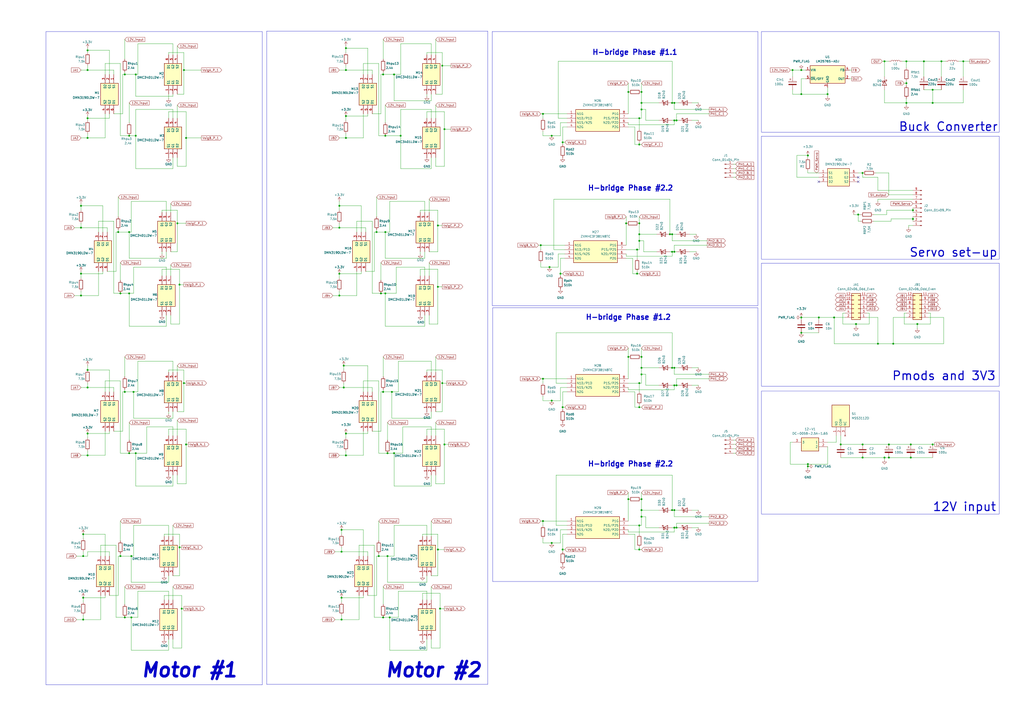
<source format=kicad_sch>
(kicad_sch (version 20250114) (generator "eeschema") (generator_version "9.0")
  (paper "A2")
  (lib_symbols
    (symbol "Connector:Conn_01x04_Pin" (pin_names (offset 1.016) (hide yes))
      (property "Reference" "J" (at 0 5.08 0))
      (property "Value" "Conn_01x04_Pin" (at 0 -7.62 0))
      (symbol "Conn_01x04_Pin_1_1"
        (pin passive line (at 5.08 2.54 180) (length 3.81) (name "Pin_1") (number "1"))
        (pin passive line (at 5.08 0 180) (length 3.81) (name "Pin_2") (number "2"))
        (pin passive line (at 5.08 -2.54 180) (length 3.81) (name "Pin_3") (number "3"))
        (pin passive line (at 5.08 -5.08 180) (length 3.81) (name "Pin_4") (number "4"))
      )
    )
    (symbol "Connector:Conn_01x09_Pin" (pin_names (offset 1.016) (hide yes))
      (property "Reference" "J" (at 0 12.7 0))
      (property "Value" "Conn_01x09_Pin" (at 0 -12.7 0))
      (symbol "Conn_01x09_Pin_1_1"
        (pin passive line (at 5.08 10.16 180) (length 3.81) (name "Pin_1") (number "1"))
        (pin passive line (at 5.08 7.62 180) (length 3.81) (name "Pin_2") (number "2"))
        (pin passive line (at 5.08 5.08 180) (length 3.81) (name "Pin_3") (number "3"))
        (pin passive line (at 5.08 2.54 180) (length 3.81) (name "Pin_4") (number "4"))
        (pin passive line (at 5.08 0 180) (length 3.81) (name "Pin_5") (number "5"))
        (pin passive line (at 5.08 -2.54 180) (length 3.81) (name "Pin_6") (number "6"))
        (pin passive line (at 5.08 -5.08 180) (length 3.81) (name "Pin_7") (number "7"))
        (pin passive line (at 5.08 -7.62 180) (length 3.81) (name "Pin_8") (number "8"))
        (pin passive line (at 5.08 -10.16 180) (length 3.81) (name "Pin_9") (number "9"))
      )
    )
    (symbol "Connector_Generic:Conn_02x06_Odd_Even" (pin_names (offset 1.016) (hide yes))
      (property "Reference" "J" (at 1.27 7.62 0))
      (property "Value" "Conn_02x06_Odd_Even" (at 1.27 -10.16 0))
      (symbol "Conn_02x06_Odd_Even_1_1"
        (pin passive line (at -5.08 5.08 0) (length 3.81) (name "Pin_1") (number "1"))
        (pin passive line (at -5.08 2.54 0) (length 3.81) (name "Pin_3") (number "3"))
        (pin passive line (at -5.08 0 0) (length 3.81) (name "Pin_5") (number "5"))
        (pin passive line (at -5.08 -2.54 0) (length 3.81) (name "Pin_7") (number "7"))
        (pin passive line (at -5.08 -5.08 0) (length 3.81) (name "Pin_9") (number "9"))
        (pin passive line (at -5.08 -7.62 0) (length 3.81) (name "Pin_11") (number "11"))
        (pin passive line (at 7.62 5.08 180) (length 3.81) (name "Pin_2") (number "2"))
        (pin passive line (at 7.62 2.54 180) (length 3.81) (name "Pin_4") (number "4"))
        (pin passive line (at 7.62 0 180) (length 3.81) (name "Pin_6") (number "6"))
        (pin passive line (at 7.62 -2.54 180) (length 3.81) (name "Pin_8") (number "8"))
        (pin passive line (at 7.62 -5.08 180) (length 3.81) (name "Pin_10") (number "10"))
        (pin passive line (at 7.62 -7.62 180) (length 3.81) (name "Pin_12") (number "12"))
      )
    )
    (symbol "Device:C" (pin_numbers (hide yes)) (pin_names (offset 0.254))
      (property "Reference" "C" (at 0.635 2.54 0))
      (property "Value" "C" (at 0.635 -2.54 0))
      (symbol "C_1_1"
        (pin passive line (at 0 3.81 270) (length 2.794) (name "~") (number "1"))
        (pin passive line (at 0 -3.81 90) (length 2.794) (name "~") (number "2"))
      )
    )
    (symbol "Device:C_Polarized" (pin_numbers (hide yes)) (pin_names (offset 0.254))
      (property "Reference" "C" (at 0.635 2.54 0))
      (property "Value" "C_Polarized" (at 0.635 -2.54 0))
      (symbol "C_Polarized_1_1"
        (pin passive line (at 0 3.81 270) (length 2.794) (name "~") (number "1"))
        (pin passive line (at 0 -3.81 90) (length 2.794) (name "~") (number "2"))
      )
    )
    (symbol "Device:L" (pin_numbers (hide yes)) (pin_names (offset 1.016) (hide yes))
      (property "Reference" "L" (at -1.27 0 90))
      (property "Value" "L" (at 1.905 0 90))
      (symbol "L_1_1"
        (pin passive line (at 0 3.81 270) (length 1.27) (name "1") (number "1"))
        (pin passive line (at 0 -3.81 90) (length 1.27) (name "2") (number "2"))
      )
    )
    (symbol "Device:R" (pin_numbers (hide yes)) (pin_names (offset 0))
      (property "Reference" "R" (at 2.032 0 90))
      (property "Value" "R" (at 0 0 90))
      (symbol "R_1_1"
        (pin passive line (at 0 3.81 270) (length 1.27) (name "~") (number "1"))
        (pin passive line (at 0 -3.81 90) (length 1.27) (name "~") (number "2"))
      )
    )
    (symbol "Diode:B240" (pin_numbers (hide yes)) (pin_names (offset 1.016) (hide yes))
      (property "Reference" "D" (at 0 2.54 0))
      (property "Value" "B240" (at 0 -2.54 0))
      (symbol "B240_1_1"
        (pin passive line (at -3.81 0 0) (length 2.54) (name "K") (number "1"))
        (pin passive line (at 3.81 0 180) (length 2.54) (name "A") (number "2"))
      )
    )
    (symbol "Regulator_Switching:LM2576S-ADJ" (pin_names (offset 0.254))
      (property "Reference" "U" (at -10.16 6.35 0))
      (property "Value" "LM2576S-ADJ" (at 0 6.35 0))
      (symbol "LM2576S-ADJ_1_1"
        (pin power_in line (at -12.7 2.54 0) (length 2.54) (name "VIN") (number "1"))
        (pin input line (at -12.7 -2.54 0) (length 2.54) (name "~{ON}/OFF") (number "5"))
        (pin power_in line (at 0 -7.62 90) (length 2.54) (name "GND") (number "3"))
        (pin input line (at 12.7 2.54 180) (length 2.54) (name "FB") (number "4"))
        (pin output line (at 12.7 -2.54 180) (length 2.54) (name "OUT") (number "2"))
      )
    )
    (symbol "SamacSys_Parts:DC-005B-2.5A-1.65"
      (property "Reference" "J" (at 16.51 7.62 0))
      (property "Value" "DC-005B-2.5A-1.65" (at 16.51 5.08 0))
      (symbol "DC-005B-2.5A-1.65_1_1"
        (pin passive line (at 0 0 0) (length 5.08) (name "1") (number "1"))
        (pin passive line (at 0 -2.54 0) (length 5.08) (name "2") (number "2"))
        (pin passive line (at 20.32 0 180) (length 5.08) (name "3") (number "3"))
      )
    )
    (symbol "SamacSys_Parts:DMC3401LDW-7"
      (property "Reference" "Q" (at 19.05 7.62 0))
      (property "Value" "DMC3401LDW-7" (at 19.05 5.08 0))
      (symbol "DMC3401LDW-7_1_1"
        (pin passive line (at 0 0 0) (length 5.08) (name "S1") (number "1"))
        (pin passive line (at 0 -2.54 0) (length 5.08) (name "G1") (number "2"))
        (pin passive line (at 0 -5.08 0) (length 5.08) (name "D2") (number "3"))
        (pin passive line (at 22.86 0 180) (length 5.08) (name "D1") (number "6"))
        (pin passive line (at 22.86 -2.54 180) (length 5.08) (name "G2") (number "5"))
        (pin passive line (at 22.86 -5.08 180) (length 5.08) (name "S2") (number "4"))
      )
    )
    (symbol "SamacSys_Parts:DMN3190LDW-7"
      (property "Reference" "Q" (at 19.05 7.62 0))
      (property "Value" "DMN3190LDW-7" (at 19.05 5.08 0))
      (symbol "DMN3190LDW-7_1_1"
        (pin passive line (at 0 0 0) (length 5.08) (name "S1") (number "1"))
        (pin passive line (at 0 -2.54 0) (length 5.08) (name "G1") (number "2"))
        (pin passive line (at 0 -5.08 0) (length 5.08) (name "D2") (number "3"))
        (pin passive line (at 22.86 0 180) (length 5.08) (name "D1") (number "6"))
        (pin passive line (at 22.86 -2.54 180) (length 5.08) (name "G2") (number "5"))
        (pin passive line (at 22.86 -5.08 180) (length 5.08) (name "S2") (number "4"))
      )
    )
    (symbol "SamacSys_Parts:MSS3112D"
      (property "Reference" "S" (at 19.05 7.62 0))
      (property "Value" "MSS3112D" (at 19.05 5.08 0))
      (symbol "MSS3112D_1_1"
        (pin passive line (at 0 0 0) (length 5.08) (name "NO") (number "1"))
        (pin passive line (at 0 -2.54 0) (length 5.08) (name "COM") (number "2"))
        (pin no_connect line (at 0 -5.08 0) (length 5.08) (name "NC") (number "3"))
      )
    )
    (symbol "SamacSys_Parts:ZXMHC3F381N8TC"
      (property "Reference" "Q" (at 31.75 7.62 0))
      (property "Value" "ZXMHC3F381N8TC" (at 31.75 5.08 0))
      (symbol "ZXMHC3F381N8TC_1_1"
        (pin passive line (at 0 0 0) (length 5.08) (name "N1G") (number "1"))
        (pin passive line (at 0 -2.54 0) (length 5.08) (name "N1D/P1D") (number "2"))
        (pin passive line (at 0 -5.08 0) (length 5.08) (name "N1S/N2S") (number "3"))
        (pin passive line (at 0 -7.62 0) (length 5.08) (name "N2G") (number "4"))
        (pin passive line (at 35.56 0 180) (length 5.08) (name "P1G") (number "8"))
        (pin passive line (at 35.56 -2.54 180) (length 5.08) (name "P1S/P2S") (number "7"))
        (pin passive line (at 35.56 -5.08 180) (length 5.08) (name "N2D/P2D") (number "6"))
        (pin passive line (at 35.56 -7.62 180) (length 5.08) (name "P2G") (number "5"))
      )
    )
    (symbol "power:+3.3V" (power) (pin_numbers (hide yes)) (pin_names (offset 0) (hide yes))
      (property "Value" "+3.3V" (at 0 3.556 0))
      (symbol "+3.3V_1_1"
        (pin power_in line (at 0 0 90) (length 0) (name "~") (number "1"))
      )
    )
    (symbol "power:GND" (power) (pin_numbers (hide yes)) (pin_names (offset 0) (hide yes))
      (property "Value" "GND" (at 0 -3.81 0))
      (symbol "GND_1_1"
        (pin power_in line (at 0 0 270) (length 0) (name "~") (number "1"))
      )
    )
    (symbol "power:PWR_FLAG" (power) (pin_numbers (hide yes)) (pin_names (offset 0) (hide yes))
      (property "Value" "PWR_FLAG" (at 0 3.81 0))
      (symbol "PWR_FLAG_0_0"
        (pin power_out line (at 0 0 90) (length 0) (name "~") (number "1"))
      )
    )
  )
  (rectangle (start 441.706 18.288) (end 579.628 76.708))
  (rectangle (start 26.67 18.288) (end 152.146 397.256))
  (rectangle (start 154.686 18.034) (end 282.956 397.002))
  (rectangle (start 285.75 178.562) (end 439.674 337.312))
  (rectangle (start 285.496 18.288) (end 439.674 177.292))
  (rectangle (start 441.706 78.994) (end 579.628 150.368))
  (rectangle (start 441.706 226.822) (end 579.628 298.196))
  (rectangle (start 441.706 152.654) (end 579.628 224.028))
  (text "H-bridge Phase #2.2" (at 365.76 269.24 0) (effects (font (size 3 3) (thickness 0.6) (bold yes))))
  (text "H-bridge Phase #1.2" (at 364.49 184.15 0) (effects (font (size 3 3) (thickness 0.6) (bold yes))))
  (text "Pmods and 3V3" (at 577.85 218.186 0) (effects (font (size 5 5) (thickness 0.625)) (justify right)))
  (text "Buck Converter" (at 579.12 73.66 0) (effects (font (size 5 5) (thickness 0.625)) (justify right)))
  (text "H-bridge Phase #1.1" (at 368.3 30.48 0) (effects (font (size 3 3) (thickness 0.6) (bold yes))))
  (text "Motor #2\n" (at 251.46 388.874 0) (effects (font (size 8 8) (thickness 1.6) (bold yes) (italic yes))))
  (text "H-bridge Phase #2.2" (at 365.76 109.22 0) (effects (font (size 3 3) (thickness 0.6) (bold yes))))
  (text "12V input\n" (at 578.104 294.132 0) (effects (font (size 5 5) (thickness 0.625)) (justify right)))
  (text "Motor #1" (at 109.982 388.874 0) (effects (font (size 8 8) (thickness 1.6) (bold yes) (italic yes))))
  (text "Servo set-up" (at 578.866 146.558 0) (effects (font (size 5 5) (thickness 0.625)) (justify right)))
  (junction (at 257.81 74.93))
  (junction (at 50.8 68.58))
  (junction (at 104.14 165.1))
  (junction (at 77.47 227.33))
  (junction (at 364.49 53.34))
  (junction (at 532.13 187.96))
  (junction (at 372.11 213.36))
  (junction (at 200.66 27.94))
  (junction (at 106.68 40.64))
  (junction (at 535.94 35.56))
  (junction (at 222.25 227.33))
  (junction (at 46.99 119.38))
  (junction (at 320.04 314.96))
  (junction (at 487.68 257.81))
  (junction (at 74.93 134.62))
  (junction (at 198.12 346.71))
  (junction (at 391.16 213.36))
  (junction (at 326.39 318.77))
  (junction (at 372.11 289.56))
  (junction (at 223.52 170.18))
  (junction (at 105.41 353.06))
  (junction (at 372.11 217.17))
  (junction (at 196.85 119.38))
  (junction (at 389.89 59.69))
  (junction (at 226.06 358.14))
  (junction (at 388.62 135.89))
  (junction (at 500.38 100.33))
  (junction (at 515.62 257.81))
  (junction (at 200.66 40.64))
  (junction (at 546.1 35.56))
  (junction (at 72.39 358.14))
  (junction (at 76.2 358.14))
  (junction (at 389.89 135.89))
  (junction (at 370.84 222.25))
  (junction (at 500.38 265.43))
  (junction (at 480.06 54.61))
  (junction (at 391.16 295.91))
  (junction (at 76.2 322.58))
  (junction (at 464.82 54.61))
  (junction (at 104.14 317.5))
  (junction (at 391.16 223.52))
  (junction (at 541.02 257.81))
  (junction (at 483.87 184.15))
  (junction (at 468.63 90.17))
  (junction (at 392.43 223.52))
  (junction (at 48.26 309.88))
  (junction (at 254 166.37))
  (junction (at 518.16 199.39))
  (junction (at 200.66 251.46))
  (junction (at 78.74 78.74))
  (junction (at 314.96 219.71))
  (junction (at 228.6 262.89))
  (junction (at 228.6 43.18))
  (junction (at 392.43 306.07))
  (junction (at 199.39 212.09))
  (junction (at 468.63 269.24))
  (junction (at 50.8 214.63))
  (junction (at 222.25 43.18))
  (junction (at 107.95 80.01))
  (junction (at 389.89 213.36))
  (junction (at 391.16 146.05))
  (junction (at 198.12 359.41))
  (junction (at 372.11 63.5))
  (junction (at 318.77 154.94))
  (junction (at 325.12 158.75))
  (junction (at 474.98 184.15))
  (junction (at 464.82 184.15))
  (junction (at 513.08 35.56))
  (junction (at 464.82 193.04))
  (junction (at 50.8 40.64))
  (junction (at 314.96 302.26))
  (junction (at 370.84 129.54))
  (junction (at 199.39 224.79))
  (junction (at 223.52 134.62))
  (junction (at 313.69 142.24))
  (junction (at 74.93 78.74))
  (junction (at 320.04 78.74))
  (junction (at 256.54 222.25))
  (junction (at 198.12 320.04))
  (junction (at 74.93 262.89))
  (junction (at 50.8 29.21))
  (junction (at 529.59 127))
  (junction (at 513.08 265.43))
  (junction (at 370.84 83.82))
  (junction (at 541.02 59.69))
  (junction (at 255.27 353.06))
  (junction (at 50.8 80.01))
  (junction (at 218.44 134.62))
  (junction (at 106.68 222.25))
  (junction (at 389.89 295.91))
  (junction (at 72.39 43.18))
  (junction (at 528.32 257.81))
  (junction (at 370.84 236.22))
  (junction (at 254 318.77))
  (junction (at 372.11 59.69))
  (junction (at 223.52 78.74))
  (junction (at 372.11 299.72))
  (junction (at 227.33 227.33))
  (junction (at 370.84 304.8))
  (junction (at 254 130.81))
  (junction (at 48.26 322.58))
  (junction (at 256.54 38.1))
  (junction (at 69.85 322.58))
  (junction (at 48.26 359.41))
  (junction (at 232.41 78.74))
  (junction (at 459.74 40.64))
  (junction (at 372.11 53.34))
  (junction (at 224.79 322.58))
  (junction (at 326.39 236.22))
  (junction (at 391.16 59.69))
  (junction (at 525.78 35.56))
  (junction (at 72.39 227.33))
  (junction (at 46.99 132.08))
  (junction (at 50.8 224.79))
  (junction (at 220.98 170.18))
  (junction (at 200.66 264.16))
  (junction (at 196.85 132.08))
  (junction (at 364.49 289.56))
  (junction (at 196.85 158.75))
  (junction (at 314.96 66.04))
  (junction (at 509.27 199.39))
  (junction (at 78.74 262.89))
  (junction (at 74.93 170.18))
  (junction (at 364.49 207.01))
  (junction (at 370.84 318.77))
  (junction (at 370.84 135.89))
  (junction (at 525.78 59.69))
  (junction (at 541.02 52.07))
  (junction (at 370.84 139.7))
  (junction (at 50.8 264.16))
  (junction (at 391.16 306.07))
  (junction (at 78.74 43.18))
  (junction (at 257.81 257.81))
  (junction (at 369.57 158.75))
  (junction (at 219.71 322.58))
  (junction (at 558.8 35.56))
  (junction (at 497.84 124.46))
  (junction (at 372.11 207.01))
  (junction (at 200.66 80.01))
  (junction (at 529.59 121.92))
  (junction (at 515.62 265.43))
  (junction (at 369.57 144.78))
  (junction (at 196.85 171.45))
  (junction (at 464.82 40.64))
  (junction (at 222.25 358.14))
  (junction (at 50.8 251.46))
  (junction (at 326.39 82.55))
  (junction (at 68.58 134.62))
  (junction (at 370.84 68.58))
  (junction (at 224.79 262.89))
  (junction (at 198.12 307.34))
  (junction (at 468.63 270.51))
  (junction (at 496.57 187.96))
  (junction (at 391.16 69.85))
  (junction (at 372.11 295.91))
  (junction (at 320.04 232.41))
  (junction (at 46.99 171.45))
  (junction (at 500.38 257.81))
  (junction (at 363.22 129.54))
  (junction (at 200.66 67.31))
  (junction (at 528.32 265.43))
  (junction (at 392.43 69.85))
  (junction (at 107.95 257.81))
  (junction (at 48.26 346.71))
  (junction (at 46.99 158.75))
  (junction (at 389.89 146.05))
  (junction (at 69.85 170.18))
  (junction (at 525.78 48.26))
  (junction (at 102.87 129.54))
  (no_connect (at 497.84 102.87))
  (no_connect (at 474.98 105.41))
  (no_connect (at 497.84 105.41))
  (wire (pts (xy 539.75 181.61) (xy 539.75 187.96)))
  (wire (pts (xy 508 100.33) (xy 515.62 100.33)))
  (wire (pts (xy 382.27 223.52) (xy 374.65 223.52)))
  (wire (pts (xy 246.38 189.23) (xy 246.38 182.88)))
  (wire (pts (xy 48.26 359.41) (xy 58.42 359.41)))
  (wire (pts (xy 69.85 321.31) (xy 69.85 322.58)))
  (wire (pts (xy 76.2 377.19) (xy 97.79 377.19)))
  (wire (pts (xy 222.25 207.01) (xy 222.25 218.44)))
  (wire (pts (xy 105.41 353.06) (xy 105.41 375.92)))
  (wire (pts (xy 322.58 275.59) (xy 322.58 304.8)))
  (wire (pts (xy 382.27 59.69) (xy 372.11 59.69)))
  (wire (pts (xy 487.68 257.81) (xy 500.38 257.81)))
  (wire (pts (xy 364.49 207.01) (xy 364.49 219.71)))
  (wire (pts (xy 410.21 142.24) (xy 391.16 142.24)))
  (wire (pts (xy 48.26 356.87) (xy 48.26 359.41)))
  (wire (pts (xy 93.98 147.32) (xy 93.98 146.05)))
  (wire (pts (xy 72.39 358.14) (xy 76.2 358.14)))
  (wire (pts (xy 93.98 123.19) (xy 93.98 121.92)))
  (wire (pts (xy 76.2 358.14) (xy 80.01 358.14)))
  (wire (pts (xy 257.81 257.81) (xy 260.35 257.81)))
  (wire (pts (xy 485.14 252.73) (xy 485.14 256.54)))
  (wire (pts (xy 374.65 217.17) (xy 372.11 217.17)))
  (wire (pts (xy 321.31 115.57) (xy 321.31 144.78)))
  (wire (pts (xy 391.16 223.52) (xy 392.43 223.52)))
  (wire (pts (xy 524.51 181.61) (xy 524.51 187.96)))
  (wire (pts (xy 72.39 227.33) (xy 77.47 227.33)))
  (wire (pts (xy 372.11 217.17) (xy 372.11 222.25)))
  (wire (pts (xy 500.38 100.33) (xy 500.38 102.87)))
  (wire (pts (xy 46.99 157.48) (xy 46.99 158.75)))
  (wire (pts (xy 74.93 134.62) (xy 76.2 134.62)))
  (wire (pts (xy 63.5 320.04) (xy 50.8 320.04)))
  (wire (pts (xy 320.04 78.74) (xy 325.12 78.74)))
  (wire (pts (xy 222.25 227.33) (xy 227.33 227.33)))
  (wire (pts (xy 464.82 45.72) (xy 464.82 54.61)))
  (wire (pts (xy 48.26 309.88) (xy 48.26 312.42)))
  (wire (pts (xy 219.71 321.31) (xy 219.71 322.58)))
  (wire (pts (xy 69.85 152.4) (xy 69.85 162.56)))
  (wire (pts (xy 426.72 260.35) (xy 425.45 260.35)))
  (wire (pts (xy 513.08 52.07) (xy 513.08 59.69)))
  (wire (pts (xy 215.9 170.18) (xy 220.98 170.18)))
  (wire (pts (xy 102.87 212.09) (xy 102.87 215.9)))
  (wire (pts (xy 518.16 199.39) (xy 509.27 199.39)))
  (wire (pts (xy 102.87 96.52) (xy 102.87 91.44)))
  (wire (pts (xy 80.01 43.18) (xy 78.74 43.18)))
  (wire (pts (xy 525.78 48.26) (xy 525.78 49.53)))
  (wire (pts (xy 63.5 68.58) (xy 50.8 68.58)))
  (wire (pts (xy 72.39 22.86) (xy 72.39 34.29)))
  (wire (pts (xy 325.12 158.75) (xy 326.39 158.75)))
  (wire (pts (xy 78.74 78.74) (xy 78.74 97.79)))
  (wire (pts (xy 325.12 71.12) (xy 325.12 78.74)))
  (wire (pts (xy 458.47 269.24) (xy 458.47 256.54)))
  (wire (pts (xy 535.94 35.56) (xy 535.94 44.45)))
  (wire (pts (xy 474.98 184.15) (xy 464.82 184.15)))
  (wire (pts (xy 100.33 25.4) (xy 80.01 25.4)))
  (wire (pts (xy 59.69 158.75) (xy 46.99 158.75)))
  (wire (pts (xy 78.74 281.94) (xy 100.33 281.94)))
  (wire (pts (xy 59.69 134.62) (xy 59.69 119.38)))
  (wire (pts (xy 529.59 121.92) (xy 529.59 123.19)))
  (wire (pts (xy 58.42 316.23) (xy 58.42 322.58)))
  (wire (pts (xy 104.14 317.5) (xy 104.14 334.01)))
  (wire (pts (xy 525.78 57.15) (xy 525.78 59.69)))
  (wire (pts (xy 464.82 193.04) (xy 474.98 193.04)))
  (wire (pts (xy 104.14 187.96) (xy 99.06 187.96)))
  (wire (pts (xy 391.16 306.07) (xy 392.43 306.07)))
  (wire (pts (xy 468.63 91.44) (xy 468.63 90.17)))
  (wire (pts (xy 256.54 222.25) (xy 259.08 222.25)))
  (wire (pts (xy 322.58 193.04) (xy 389.89 193.04)))
  (wire (pts (xy 95.25 309.88) (xy 104.14 309.88)))
  (wire (pts (xy 210.82 66.04) (xy 210.82 80.01)))
  (wire (pts (xy 247.65 31.75) (xy 247.65 30.48)))
  (wire (pts (xy 74.93 170.18) (xy 77.47 170.18)))
  (wire (pts (xy 247.65 68.58) (xy 247.65 64.77)))
  (wire (pts (xy 558.8 35.56) (xy 558.8 44.45)))
  (wire (pts (xy 314.96 219.71) (xy 328.93 219.71)))
  (wire (pts (xy 256.54 30.48) (xy 256.54 38.1)))
  (wire (pts (xy 368.3 309.88) (xy 368.3 318.77)))
  (wire (pts (xy 97.79 304.8) (xy 77.47 304.8)))
  (wire (pts (xy 97.79 252.73) (xy 97.79 248.92)))
  (wire (pts (xy 74.93 78.74) (xy 78.74 78.74)))
  (wire (pts (xy 100.33 242.57) (xy 77.47 242.57)))
  (wire (pts (xy 509.27 115.57) (xy 529.59 115.57)))
  (wire (pts (xy 72.39 43.18) (xy 78.74 43.18)))
  (wire (pts (xy 247.65 248.92) (xy 257.81 248.92)))
  (wire (pts (xy 243.84 123.19) (xy 243.84 121.92)))
  (wire (pts (xy 210.82 220.98) (xy 219.71 220.98)))
  (wire (pts (xy 60.96 346.71) (xy 48.26 346.71)))
  (wire (pts (xy 46.99 224.79) (xy 50.8 224.79)))
  (wire (pts (xy 59.69 157.48) (xy 59.69 158.75)))
  (wire (pts (xy 257.81 64.77) (xy 257.81 74.93)))
  (wire (pts (xy 364.49 308.61) (xy 391.16 308.61)))
  (wire (pts (xy 250.19 54.61) (xy 250.19 58.42)))
  (wire (pts (xy 66.04 250.19) (xy 71.12 250.19)))
  (wire (pts (xy 256.54 54.61) (xy 252.73 54.61)))
  (wire (pts (xy 411.48 63.5) (xy 391.16 63.5)))
  (wire (pts (xy 458.47 256.54) (xy 459.74 256.54)))
  (wire (pts (xy 328.93 73.66) (xy 326.39 73.66)))
  (wire (pts (xy 497.84 100.33) (xy 500.38 100.33)))
  (wire (pts (xy 504.19 181.61) (xy 504.19 187.96)))
  (wire (pts (xy 232.41 25.4) (xy 232.41 43.18)))
  (wire (pts (xy 213.36 212.09) (xy 199.39 212.09)))
  (wire (pts (xy 391.16 223.52) (xy 391.16 226.06)))
  (wire (pts (xy 76.2 358.14) (xy 76.2 377.19)))
  (wire (pts (xy 388.62 115.57) (xy 388.62 135.89)))
  (wire (pts (xy 547.37 184.15) (xy 547.37 199.39)))
  (wire (pts (xy 257.81 248.92) (xy 257.81 257.81)))
  (wire (pts (xy 226.06 358.14) (xy 226.06 377.19)))
  (wire (pts (xy 200.66 77.47) (xy 200.66 80.01)))
  (wire (pts (xy 102.87 121.92) (xy 102.87 129.54)))
  (wire (pts (xy 322.58 222.25) (xy 328.93 222.25)))
  (wire (pts (xy 243.84 160.02) (xy 243.84 156.21)))
  (wire (pts (xy 535.94 52.07) (xy 541.02 52.07)))
  (wire (pts (xy 328.93 307.34) (xy 325.12 307.34)))
  (wire (pts (xy 210.82 250.19) (xy 210.82 264.16)))
  (wire (pts (xy 364.49 309.88) (xy 368.3 309.88)))
  (wire (pts (xy 194.31 320.04) (xy 198.12 320.04)))
  (wire (pts (xy 50.8 80.01) (xy 60.96 80.01)))
  (wire (pts (xy 77.47 154.94) (xy 96.52 154.94)))
  (wire (pts (xy 254 121.92) (xy 254 130.81)))
  (wire (pts (xy 102.87 280.67) (xy 102.87 275.59)))
  (wire (pts (xy 200.66 26.67) (xy 200.66 27.94)))
  (wire (pts (xy 480.06 259.08) (xy 480.06 269.24)))
  (wire (pts (xy 509.27 110.49) (xy 529.59 110.49)))
  (wire (pts (xy 78.74 262.89) (xy 85.09 262.89)))
  (wire (pts (xy 247.65 55.88) (xy 247.65 54.61)))
  (wire (pts (xy 497.84 124.46) (xy 499.11 124.46)))
  (wire (pts (xy 219.71 322.58) (xy 224.79 322.58)))
  (wire (pts (xy 426.72 262.89) (xy 425.45 262.89)))
  (wire (pts (xy 71.12 250.19) (xy 71.12 227.33)))
  (wire (pts (xy 525.78 35.56) (xy 525.78 39.37)))
  (wire (pts (xy 403.86 135.89) (xy 400.05 135.89)))
  (wire (pts (xy 483.87 184.15) (xy 490.22 184.15)))
  (wire (pts (xy 257.81 74.93) (xy 261.62 74.93)))
  (wire (pts (xy 391.16 59.69) (xy 393.7 59.69)))
  (wire (pts (xy 44.45 322.58) (xy 48.26 322.58)))
  (wire (pts (xy 373.38 146.05) (xy 373.38 139.7)))
  (wire (pts (xy 107.95 280.67) (xy 102.87 280.67)))
  (wire (pts (xy 525.78 46.99) (xy 525.78 48.26)))
  (wire (pts (xy 374.65 299.72) (xy 372.11 299.72)))
  (wire (pts (xy 405.13 213.36) (xy 401.32 213.36)))
  (wire (pts (xy 200.66 80.01) (xy 210.82 80.01)))
  (wire (pts (xy 459.74 40.64) (xy 459.74 44.45)))
  (wire (pts (xy 198.12 320.04) (xy 213.36 320.04)))
  (wire (pts (xy 506.73 128.27) (xy 516.89 128.27)))
  (wire (pts (xy 513.08 59.69) (xy 525.78 59.69)))
  (wire (pts (xy 247.65 215.9) (xy 247.65 214.63)))
  (wire (pts (xy 58.42 345.44) (xy 58.42 359.41)))
  (wire (pts (xy 314.96 314.96) (xy 320.04 314.96)))
  (wire (pts (xy 97.79 31.75) (xy 97.79 30.48)))
  (wire (pts (xy 63.5 214.63) (xy 50.8 214.63)))
  (wire (pts (xy 248.92 152.4) (xy 248.92 160.02)))
  (wire (pts (xy 254 130.81) (xy 256.54 130.81)))
  (wire (pts (xy 220.98 152.4) (xy 220.98 162.56)))
  (wire (pts (xy 518.16 184.15) (xy 518.16 199.39)))
  (wire (pts (xy 364.49 285.75) (xy 364.49 289.56)))
  (wire (pts (xy 254 309.88) (xy 254 318.77)))
  (wire (pts (xy 392.43 303.53) (xy 392.43 306.07)))
  (wire (pts (xy 250.19 238.76) (xy 250.19 242.57)))
  (wire (pts (xy 369.57 157.48) (xy 369.57 158.75)))
  (wire (pts (xy 69.85 220.98) (xy 69.85 262.89)))
  (wire (pts (xy 391.16 217.17) (xy 391.16 213.36)))
  (wire (pts (xy 198.12 307.34) (xy 198.12 309.88)))
  (wire (pts (xy 210.82 322.58) (xy 210.82 307.34)))
  (wire (pts (xy 48.26 320.04) (xy 48.26 322.58)))
  (wire (pts (xy 257.81 74.93) (xy 257.81 96.52)))
  (wire (pts (xy 411.48 66.04) (xy 392.43 66.04)))
  (wire (pts (xy 388.62 146.05) (xy 389.89 146.05)))
  (wire (pts (xy 50.8 261.62) (xy 50.8 264.16)))
  (wire (pts (xy 327.66 147.32) (xy 323.85 147.32)))
  (wire (pts (xy 243.84 156.21) (xy 254 156.21)))
  (wire (pts (xy 370.84 234.95) (xy 370.84 236.22)))
  (wire (pts (xy 257.81 280.67) (xy 252.73 280.67)))
  (wire (pts (xy 462.28 102.87) (xy 462.28 90.17)))
  (wire (pts (xy 314.96 232.41) (xy 314.96 229.87)))
  (wire (pts (xy 364.49 72.39) (xy 391.16 72.39)))
  (wire (pts (xy 255.27 353.06) (xy 257.81 353.06)))
  (wire (pts (xy 313.69 142.24) (xy 313.69 144.78)))
  (wire (pts (xy 326.39 318.77) (xy 326.39 320.04)))
  (wire (pts (xy 247.65 304.8) (xy 228.6 304.8)))
  (wire (pts (xy 368.3 318.77) (xy 370.84 318.77)))
  (wire (pts (xy 488.95 187.96) (xy 496.57 187.96)))
  (wire (pts (xy 323.85 147.32) (xy 323.85 154.94)))
  (wire (pts (xy 370.84 125.73) (xy 370.84 129.54)))
  (wire (pts (xy 369.57 158.75) (xy 370.84 158.75)))
  (wire (pts (xy 96.52 116.84) (xy 76.2 116.84)))
  (wire (pts (xy 254 156.21) (xy 254 166.37)))
  (wire (pts (xy 468.63 269.24) (xy 480.06 269.24)))
  (wire (pts (xy 74.93 149.86) (xy 74.93 134.62)))
  (wire (pts (xy 106.68 40.64) (xy 116.84 40.64)))
  (wire (pts (xy 69.85 302.26) (xy 69.85 313.69)))
  (wire (pts (xy 326.39 227.33) (xy 326.39 236.22)))
  (wire (pts (xy 524.51 187.96) (xy 532.13 187.96)))
  (wire (pts (xy 389.89 223.52) (xy 391.16 223.52)))
  (wire (pts (xy 233.68 247.65) (xy 250.19 247.65)))
  (wire (pts (xy 246.38 146.05) (xy 246.38 149.86)))
  (wire (pts (xy 60.96 36.83) (xy 69.85 36.83)))
  (wire (pts (xy 215.9 66.04) (xy 220.98 66.04)))
  (wire (pts (xy 459.74 54.61) (xy 464.82 54.61)))
  (wire (pts (xy 372.11 48.26) (xy 372.11 53.34)))
  (wire (pts (xy 372.11 53.34) (xy 372.11 59.69)))
  (wire (pts (xy 515.62 257.81) (xy 528.32 257.81)))
  (wire (pts (xy 74.93 189.23) (xy 96.52 189.23)))
  (wire (pts (xy 372.11 213.36) (xy 372.11 217.17)))
  (wire (pts (xy 541.02 52.07) (xy 541.02 59.69)))
  (wire (pts (xy 77.47 304.8) (xy 77.47 322.58)))
  (wire (pts (xy 524.51 181.61) (xy 525.78 181.61)))
  (wire (pts (xy 99.06 118.11) (xy 99.06 123.19)))
  (wire (pts (xy 389.89 295.91) (xy 391.16 295.91)))
  (wire (pts (xy 458.47 40.64) (xy 459.74 40.64)))
  (wire (pts (xy 213.36 43.18) (xy 213.36 27.94)))
  (wire (pts (xy 209.55 157.48) (xy 209.55 158.75)))
  (wire (pts (xy 217.17 316.23) (xy 217.17 358.14)))
  (wire (pts (xy 250.19 25.4) (xy 232.41 25.4)))
  (wire (pts (xy 474.98 102.87) (xy 462.28 102.87)))
  (wire (pts (xy 426.72 255.27) (xy 425.45 255.27)))
  (wire (pts (xy 193.04 132.08) (xy 196.85 132.08)))
  (wire (pts (xy 228.6 281.94) (xy 250.19 281.94)))
  (wire (pts (xy 496.57 187.96) (xy 496.57 189.23)))
  (wire (pts (xy 71.12 43.18) (xy 72.39 43.18)))
  (wire (pts (xy 314.96 66.04) (xy 314.96 68.58)))
  (wire (pts (xy 60.96 345.44) (xy 60.96 346.71)))
  (wire (pts (xy 367.03 158.75) (xy 369.57 158.75)))
  (wire (pts (xy 401.32 223.52) (xy 405.13 223.52)))
  (wire (pts (xy 529.59 125.73) (xy 529.59 127)))
  (wire (pts (xy 60.96 66.04) (xy 60.96 80.01)))
  (wire (pts (xy 257.81 257.81) (xy 257.81 280.67)))
  (wire (pts (xy 78.74 78.74) (xy 78.74 63.5)))
  (wire (pts (xy 77.47 227.33) (xy 80.01 227.33)))
  (wire (pts (xy 60.96 250.19) (xy 60.96 264.16)))
  (wire (pts (xy 219.71 302.26) (xy 219.71 313.69)))
  (wire (pts (xy 487.68 252.73) (xy 487.68 257.81)))
  (wire (pts (xy 313.69 142.24) (xy 327.66 142.24)))
  (wire (pts (xy 528.32 257.81) (xy 541.02 257.81)))
  (wire (pts (xy 468.63 100.33) (xy 474.98 100.33)))
  (wire (pts (xy 546.1 35.56) (xy 548.64 35.56)))
  (wire (pts (xy 250.19 215.9) (xy 250.19 209.55)))
  (wire (pts (xy 382.27 213.36) (xy 372.11 213.36)))
  (wire (pts (xy 196.85 168.91) (xy 196.85 171.45)))
  (wire (pts (xy 389.89 193.04) (xy 389.89 213.36)))
  (wire (pts (xy 363.22 129.54) (xy 363.22 142.24)))
  (wire (pts (xy 194.31 359.41) (xy 198.12 359.41)))
  (wire (pts (xy 105.41 345.44) (xy 95.25 345.44)))
  (wire (pts (xy 250.19 31.75) (xy 250.19 25.4)))
  (wire (pts (xy 224.79 245.11) (xy 224.79 255.27)))
  (wire (pts (xy 72.39 41.91) (xy 72.39 43.18)))
  (wire (pts (xy 525.78 35.56) (xy 535.94 35.56)))
  (wire (pts (xy 222.25 226.06) (xy 222.25 227.33)))
  (wire (pts (xy 389.89 146.05) (xy 389.89 148.59)))
  (wire (pts (xy 255.27 353.06) (xy 255.27 375.92)))
  (wire (pts (xy 99.06 187.96) (xy 99.06 182.88)))
  (wire (pts (xy 68.58 345.44) (xy 68.58 322.58)))
  (wire (pts (xy 254 146.05) (xy 248.92 146.05)))
  (wire (pts (xy 246.38 154.94) (xy 246.38 160.02)))
  (wire (pts (xy 231.14 342.9) (xy 247.65 342.9)))
  (wire (pts (xy 411.48 303.53) (xy 392.43 303.53)))
  (wire (pts (xy 245.11 309.88) (xy 254 309.88)))
  (wire (pts (xy 105.41 353.06) (xy 106.68 353.06)))
  (wire (pts (xy 320.04 232.41) (xy 325.12 232.41)))
  (wire (pts (xy 219.71 36.83) (xy 219.71 78.74)))
  (wire (pts (xy 405.13 59.69) (xy 401.32 59.69)))
  (wire (pts (xy 541.02 52.07) (xy 546.1 52.07)))
  (wire (pts (xy 97.79 311.15) (xy 97.79 304.8)))
  (wire (pts (xy 222.25 41.91) (xy 222.25 43.18)))
  (wire (pts (xy 223.52 170.18) (xy 229.87 170.18)))
  (wire (pts (xy 513.08 265.43) (xy 515.62 265.43)))
  (wire (pts (xy 314.96 78.74) (xy 320.04 78.74)))
  (wire (pts (xy 50.8 224.79) (xy 66.04 224.79)))
  (wire (pts (xy 93.98 156.21) (xy 104.14 156.21)))
  (wire (pts (xy 370.84 139.7) (xy 370.84 144.78)))
  (wire (pts (xy 246.38 116.84) (xy 226.06 116.84)))
  (wire (pts (xy 314.96 232.41) (xy 320.04 232.41)))
  (wire (pts (xy 210.82 36.83) (xy 219.71 36.83)))
  (wire (pts (xy 46.99 168.91) (xy 46.99 171.45)))
  (wire (pts (xy 72.39 207.01) (xy 72.39 218.44)))
  (wire (pts (xy 245.11 344.17) (xy 255.27 344.17)))
  (wire (pts (xy 547.37 199.39) (xy 518.16 199.39)))
  (wire (pts (xy 381 135.89) (xy 370.84 135.89)))
  (wire (pts (xy 218.44 322.58) (xy 219.71 322.58)))
  (wire (pts (xy 50.8 68.58) (xy 50.8 69.85)))
  (wire (pts (xy 514.35 124.46) (xy 514.35 121.92)))
  (wire (pts (xy 374.65 63.5) (xy 372.11 63.5)))
  (wire (pts (xy 374.65 223.52) (xy 374.65 217.17)))
  (wire (pts (xy 459.74 40.64) (xy 464.82 40.64)))
  (wire (pts (xy 254 187.96) (xy 248.92 187.96)))
  (wire (pts (xy 100.33 238.76) (xy 100.33 242.57)))
  (wire (pts (xy 63.5 250.19) (xy 63.5 251.46)))
  (wire (pts (xy 50.8 27.94) (xy 50.8 29.21)))
  (wire (pts (xy 252.73 22.86) (xy 252.73 31.75)))
  (wire (pts (xy 364.49 48.26) (xy 364.49 53.34)))
  (wire (pts (xy 97.79 30.48) (xy 106.68 30.48)))
  (wire (pts (xy 368.3 227.33) (xy 368.3 236.22)))
  (wire (pts (xy 322.58 304.8) (xy 328.93 304.8)))
  (wire (pts (xy 389.89 139.7) (xy 389.89 135.89)))
  (wire (pts (xy 77.47 242.57) (xy 77.47 227.33)))
  (wire (pts (xy 326.39 73.66) (xy 326.39 82.55)))
  (wire (pts (xy 212.09 134.62) (xy 212.09 132.08)))
  (wire (pts (xy 66.04 66.04) (xy 71.12 66.04)))
  (wire (pts (xy 364.49 304.8) (xy 370.84 304.8)))
  (wire (pts (xy 400.05 146.05) (xy 403.86 146.05)))
  (wire (pts (xy 66.04 128.27) (xy 66.04 170.18)))
  (wire (pts (xy 391.16 69.85) (xy 391.16 72.39)))
  (wire (pts (xy 525.78 59.69) (xy 541.02 59.69)))
  (wire (pts (xy 60.96 220.98) (xy 69.85 220.98)))
  (wire (pts (xy 76.2 337.82) (xy 76.2 322.58)))
  (wire (pts (xy 541.02 59.69) (xy 558.8 59.69)))
  (wire (pts (xy 245.11 311.15) (xy 245.11 309.88)))
  (wire (pts (xy 255.27 344.17) (xy 255.27 353.06)))
  (wire (pts (xy 226.06 116.84) (xy 226.06 134.62)))
  (wire (pts (xy 104.14 334.01) (xy 100.33 334.01)))
  (wire (pts (xy 213.36 27.94) (xy 200.66 27.94)))
  (wire (pts (xy 458.47 269.24) (xy 468.63 269.24)))
  (wire (pts (xy 391.16 299.72) (xy 391.16 295.91)))
  (wire (pts (xy 314.96 302.26) (xy 314.96 304.8)))
  (wire (pts (xy 314.96 66.04) (xy 328.93 66.04)))
  (wire (pts (xy 363.22 125.73) (xy 363.22 129.54)))
  (wire (pts (xy 196.85 129.54) (xy 196.85 132.08)))
  (wire (pts (xy 50.8 264.16) (xy 60.96 264.16)))
  (wire (pts (xy 313.69 219.71) (xy 314.96 219.71)))
  (wire (pts (xy 326.39 82.55) (xy 326.39 83.82)))
  (wire (pts (xy 254 318.77) (xy 257.81 318.77)))
  (wire (pts (xy 250.19 209.55) (xy 231.14 209.55)))
  (wire (pts (xy 68.58 134.62) (xy 74.93 134.62)))
  (wire (pts (xy 254 166.37) (xy 254 187.96)))
  (wire (pts (xy 224.79 322.58) (xy 228.6 322.58)))
  (wire (pts (xy 222.25 43.18) (xy 228.6 43.18)))
  (wire (pts (xy 254 130.81) (xy 254 146.05)))
  (wire (pts (xy 50.8 320.04) (xy 50.8 322.58)))
  (wire (pts (xy 480.06 55.88) (xy 480.06 54.61)))
  (wire (pts (xy 107.95 80.01) (xy 107.95 96.52)))
  (wire (pts (xy 369.57 149.86) (xy 369.57 144.78)))
  (wire (pts (xy 256.54 166.37) (xy 254 166.37)))
  (wire (pts (xy 229.87 170.18) (xy 229.87 154.94)))
  (wire (pts (xy 374.65 69.85) (xy 374.65 63.5)))
  (wire (pts (xy 193.04 171.45) (xy 196.85 171.45)))
  (wire (pts (xy 85.09 247.65) (xy 100.33 247.65)))
  (wire (pts (xy 516.89 128.27) (xy 516.89 127)))
  (wire (pts (xy 207.01 128.27) (xy 215.9 128.27)))
  (wire (pts (xy 247.65 214.63) (xy 256.54 214.63)))
  (wire (pts (xy 391.16 69.85) (xy 392.43 69.85)))
  (wire (pts (xy 97.79 215.9) (xy 97.79 214.63)))
  (wire (pts (xy 391.16 306.07) (xy 391.16 308.61)))
  (wire (pts (xy 318.77 154.94) (xy 323.85 154.94)))
  (wire (pts (xy 210.82 220.98) (xy 210.82 227.33)))
  (wire (pts (xy 200.66 251.46) (xy 200.66 254)))
  (wire (pts (xy 389.89 146.05) (xy 391.16 146.05)))
  (wire (pts (xy 57.15 128.27) (xy 57.15 134.62)))
  (wire (pts (xy 222.25 358.14) (xy 226.06 358.14)))
  (wire (pts (xy 74.93 59.69) (xy 74.93 71.12)))
  (wire (pts (xy 102.87 26.67) (xy 102.87 31.75)))
  (wire (pts (xy 514.35 121.92) (xy 529.59 121.92)))
  (wire (pts (xy 255.27 375.92) (xy 250.19 375.92)))
  (wire (pts (xy 76.2 322.58) (xy 77.47 322.58)))
  (wire (pts (xy 389.89 306.07) (xy 391.16 306.07)))
  (wire (pts (xy 104.14 165.1) (xy 106.68 165.1)))
  (wire (pts (xy 196.85 264.16) (xy 200.66 264.16)))
  (wire (pts (xy 93.98 160.02) (xy 93.98 156.21)))
  (wire (pts (xy 63.5 345.44) (xy 68.58 345.44)))
  (wire (pts (xy 500.38 102.87) (xy 509.27 102.87)))
  (wire (pts (xy 364.49 72.39) (xy 364.49 71.12)))
  (wire (pts (xy 46.99 40.64) (xy 50.8 40.64)))
  (wire (pts (xy 212.09 157.48) (xy 217.17 157.48)))
  (wire (pts (xy 368.3 236.22) (xy 370.84 236.22)))
  (wire (pts (xy 497.84 128.27) (xy 497.84 124.46)))
  (wire (pts (xy 468.63 100.33) (xy 468.63 99.06)))
  (wire (pts (xy 516.89 127) (xy 529.59 127)))
  (wire (pts (xy 97.79 334.01) (xy 97.79 337.82)))
  (wire (pts (xy 60.96 36.83) (xy 60.96 43.18)))
  (wire (pts (xy 504.19 187.96) (xy 496.57 187.96)))
  (wire (pts (xy 107.95 248.92) (xy 107.95 257.81)))
  (wire (pts (xy 97.79 377.19) (xy 97.79 370.84)))
  (wire (pts (xy 100.33 340.36) (xy 100.33 347.98)))
  (wire (pts (xy 50.8 29.21) (xy 50.8 30.48)))
  (wire (pts (xy 518.16 184.15) (xy 525.78 184.15)))
  (wire (pts (xy 529.59 130.81) (xy 527.05 130.81)))
  (wire (pts (xy 199.39 224.79) (xy 215.9 224.79)))
  (wire (pts (xy 320.04 314.96) (xy 325.12 314.96)))
  (wire (pts (xy 106.68 40.64) (xy 106.68 54.61)))
  (wire (pts (xy 74.93 262.89) (xy 78.74 262.89)))
  (wire (pts (xy 107.95 96.52) (xy 102.87 96.52)))
  (wire (pts (xy 529.59 127) (xy 529.59 128.27)))
  (wire (pts (xy 372.11 201.93) (xy 372.11 207.01)))
  (wire (pts (xy 250.19 58.42) (xy 228.6 58.42)))
  (wire (pts (xy 250.19 375.92) (xy 250.19 370.84)))
  (wire (pts (xy 250.19 247.65) (xy 250.19 252.73)))
  (wire (pts (xy 515.62 265.43) (xy 528.32 265.43)))
  (wire (pts (xy 539.75 187.96) (xy 532.13 187.96)))
  (wire (pts (xy 63.5 227.33) (xy 63.5 214.63)))
  (wire (pts (xy 464.82 184.15) (xy 464.82 185.42)))
  (wire (pts (xy 363.22 144.78) (xy 369.57 144.78)))
  (wire (pts (xy 100.33 63.5) (xy 100.33 68.58)))
  (wire (pts (xy 220.98 43.18) (xy 222.25 43.18)))
  (wire (pts (xy 228.6 58.42) (xy 228.6 43.18)))
  (wire (pts (xy 50.8 68.58) (xy 50.8 67.31)))
  (wire (pts (xy 389.89 69.85) (xy 391.16 69.85)))
  (wire (pts (xy 323.85 35.56) (xy 389.89 35.56)))
  (wire (pts (xy 104.14 165.1) (xy 104.14 187.96)))
  (wire (pts (xy 218.44 133.35) (xy 218.44 134.62)))
  (wire (pts (xy 78.74 97.79) (xy 100.33 97.79)))
  (wire (pts (xy 321.31 115.57) (xy 388.62 115.57)))
  (wire (pts (xy 411.48 299.72) (xy 391.16 299.72)))
  (wire (pts (xy 523.24 35.56) (xy 525.78 35.56)))
  (wire (pts (xy 210.82 307.34) (xy 198.12 307.34)))
  (wire (pts (xy 391.16 146.05) (xy 392.43 146.05)))
  (wire (pts (xy 364.49 289.56) (xy 364.49 302.26)))
  (wire (pts (xy 248.92 115.57) (xy 248.92 123.19)))
  (wire (pts (xy 314.96 78.74) (xy 314.96 76.2)))
  (wire (pts (xy 558.8 35.56) (xy 562.61 35.56)))
  (wire (pts (xy 252.73 280.67) (xy 252.73 275.59)))
  (wire (pts (xy 220.98 170.18) (xy 223.52 170.18)))
  (wire (pts (xy 97.79 240.03) (xy 97.79 238.76)))
  (wire (pts (xy 50.8 77.47) (xy 50.8 80.01)))
  (wire (pts (xy 224.79 262.89) (xy 228.6 262.89)))
  (wire (pts (xy 322.58 275.59) (xy 389.89 275.59)))
  (wire (pts (xy 217.17 358.14) (xy 222.25 358.14)))
  (wire (pts (xy 313.69 154.94) (xy 318.77 154.94)))
  (wire (pts (xy 99.06 153.67) (xy 99.06 160.02)))
  (wire (pts (xy 372.11 63.5) (xy 372.11 68.58)))
  (wire (pts (xy 247.65 64.77) (xy 257.81 64.77)))
  (wire (pts (xy 213.36 322.58) (xy 213.36 320.04)))
  (wire (pts (xy 213.36 227.33) (xy 213.36 212.09)))
  (wire (pts (xy 247.65 30.48) (xy 256.54 30.48)))
  (wire (pts (xy 198.12 359.41) (xy 208.28 359.41)))
  (wire (pts (xy 364.49 201.93) (xy 364.49 207.01)))
  (wire (pts (xy 250.19 340.36) (xy 250.19 347.98)))
  (wire (pts (xy 224.79 337.82) (xy 224.79 322.58)))
  (wire (pts (xy 97.79 337.82) (xy 76.2 337.82)))
  (wire (pts (xy 327.66 149.86) (xy 325.12 149.86)))
  (wire (pts (xy 67.31 316.23) (xy 67.31 358.14)))
  (wire (pts (xy 364.49 227.33) (xy 368.3 227.33)))
  (wire (pts (xy 326.39 309.88) (xy 326.39 318.77)))
  (wire (pts (xy 104.14 309.88) (xy 104.14 317.5)))
  (wire (pts (xy 468.63 270.51) (xy 468.63 269.24)))
  (wire (pts (xy 426.72 97.79) (xy 425.45 97.79)))
  (wire (pts (xy 389.89 59.69) (xy 389.89 35.56)))
  (wire (pts (xy 46.99 119.38) (xy 46.99 121.92)))
  (wire (pts (xy 102.87 129.54) (xy 107.95 129.54)))
  (wire (pts (xy 370.84 74.93) (xy 370.84 68.58)))
  (wire (pts (xy 256.54 38.1) (xy 261.62 38.1)))
  (wire (pts (xy 370.84 129.54) (xy 370.84 135.89)))
  (wire (pts (xy 382.27 306.07) (xy 374.65 306.07)))
  (wire (pts (xy 71.12 227.33) (xy 72.39 227.33)))
  (wire (pts (xy 69.85 170.18) (xy 74.93 170.18)))
  (wire (pts (xy 200.66 261.62) (xy 200.66 264.16)))
  (wire (pts (xy 199.39 212.09) (xy 199.39 214.63)))
  (wire (pts (xy 100.33 215.9) (xy 100.33 209.55)))
  (wire (pts (xy 210.82 346.71) (xy 198.12 346.71)))
  (wire (pts (xy 509.27 102.87) (xy 509.27 110.49)))
  (wire (pts (xy 558.8 52.07) (xy 558.8 59.69)))
  (wire (pts (xy 511.81 35.56) (xy 513.08 35.56)))
  (wire (pts (xy 50.8 222.25) (xy 50.8 224.79)))
  (wire (pts (xy 232.41 43.18) (xy 228.6 43.18)))
  (wire (pts (xy 50.8 322.58) (xy 48.26 322.58)))
  (wire (pts (xy 97.79 342.9) (xy 97.79 347.98)))
  (wire (pts (xy 370.84 236.22) (xy 372.11 236.22)))
  (wire (pts (xy 100.33 375.92) (xy 100.33 370.84)))
  (wire (pts (xy 208.28 316.23) (xy 217.17 316.23)))
  (wire (pts (xy 107.95 257.81) (xy 109.22 257.81)))
  (wire (pts (xy 391.16 142.24) (xy 391.16 146.05)))
  (wire (pts (xy 218.44 114.3) (xy 218.44 125.73)))
  (wire (pts (xy 50.8 38.1) (xy 50.8 40.64)))
  (wire (pts (xy 506.73 124.46) (xy 514.35 124.46)))
  (wire (pts (xy 74.93 170.18) (xy 74.93 189.23)))
  (wire (pts (xy 364.49 308.61) (xy 364.49 307.34)))
  (wire (pts (xy 462.28 90.17) (xy 468.63 90.17)))
  (wire (pts (xy 107.95 257.81) (xy 107.95 280.67)))
  (wire (pts (xy 467.36 45.72) (xy 464.82 45.72)))
  (wire (pts (xy 256.54 238.76) (xy 252.73 238.76)))
  (wire (pts (xy 426.72 100.33) (xy 425.45 100.33)))
  (wire (pts (xy 468.63 271.78) (xy 468.63 270.51)))
  (wire (pts (xy 535.94 35.56) (xy 546.1 35.56)))
  (wire (pts (xy 218.44 134.62) (xy 223.52 134.62)))
  (wire (pts (xy 483.87 184.15) (xy 474.98 184.15)))
  (wire (pts (xy 391.16 213.36) (xy 393.7 213.36)))
  (wire (pts (xy 370.84 317.5) (xy 370.84 318.77)))
  (wire (pts (xy 389.89 275.59) (xy 389.89 295.91)))
  (wire (pts (xy 69.85 36.83) (xy 69.85 78.74)))
  (wire (pts (xy 370.84 304.8) (xy 372.11 304.8)))
  (wire (pts (xy 44.45 359.41) (xy 48.26 359.41)))
  (wire (pts (xy 85.09 262.89) (xy 85.09 247.65)))
  (wire (pts (xy 196.85 119.38) (xy 209.55 119.38)))
  (wire (pts (xy 370.84 83.82) (xy 372.11 83.82)))
  (wire (pts (xy 370.84 227.33) (xy 370.84 222.25)))
  (wire (pts (xy 218.44 345.44) (xy 218.44 322.58)))
  (wire (pts (xy 474.98 184.15) (xy 474.98 185.42)))
  (wire (pts (xy 252.73 207.01) (xy 252.73 215.9)))
  (wire (pts (xy 210.82 345.44) (xy 210.82 346.71)))
  (wire (pts (xy 58.42 316.23) (xy 67.31 316.23)))
  (wire (pts (xy 372.11 59.69) (xy 372.11 63.5)))
  (wire (pts (xy 328.93 309.88) (xy 326.39 309.88)))
  (wire (pts (xy 96.52 189.23) (xy 96.52 182.88)))
  (wire (pts (xy 256.54 222.25) (xy 256.54 238.76)))
  (wire (pts (xy 219.71 262.89) (xy 224.79 262.89)))
  (wire (pts (xy 50.8 251.46) (xy 50.8 254)))
  (wire (pts (xy 494.03 45.72) (xy 492.76 45.72)))
  (wire (pts (xy 500.38 257.81) (xy 515.62 257.81)))
  (wire (pts (xy 196.85 119.38) (xy 196.85 121.92)))
  (wire (pts (xy 391.16 63.5) (xy 391.16 59.69)))
  (wire (pts (xy 532.13 190.5) (xy 532.13 187.96)))
  (wire (pts (xy 222.25 22.86) (xy 222.25 34.29)))
  (wire (pts (xy 208.28 345.44) (xy 208.28 359.41)))
  (wire (pts (xy 233.68 262.89) (xy 233.68 247.65)))
  (wire (pts (xy 252.73 245.11) (xy 252.73 252.73)))
  (wire (pts (xy 68.58 133.35) (xy 68.58 134.62)))
  (wire (pts (xy 97.79 248.92) (xy 107.95 248.92)))
  (wire (pts (xy 96.52 149.86) (xy 74.93 149.86)))
  (wire (pts (xy 525.78 60.96) (xy 525.78 59.69)))
  (wire (pts (xy 541.02 257.81) (xy 542.29 257.81)))
  (wire (pts (xy 196.85 40.64) (xy 200.66 40.64)))
  (wire (pts (xy 246.38 123.19) (xy 246.38 116.84)))
  (wire (pts (xy 392.43 223.52) (xy 393.7 223.52)))
  (wire (pts (xy 46.99 118.11) (xy 46.99 119.38)))
  (wire (pts (xy 106.68 222.25) (xy 107.95 222.25)))
  (wire (pts (xy 483.87 199.39) (xy 483.87 184.15)))
  (wire (pts (xy 247.65 337.82) (xy 224.79 337.82)))
  (wire (pts (xy 80.01 209.55) (xy 80.01 227.33)))
  (wire (pts (xy 46.99 158.75) (xy 46.99 161.29)))
  (wire (pts (xy 392.43 306.07) (xy 393.7 306.07)))
  (wire (pts (xy 196.85 158.75) (xy 196.85 161.29)))
  (wire (pts (xy 364.49 226.06) (xy 364.49 224.79)))
  (wire (pts (xy 515.62 100.33) (xy 515.62 113.03)))
  (wire (pts (xy 364.49 73.66) (xy 368.3 73.66)))
  (wire (pts (xy 78.74 55.88) (xy 78.74 43.18)))
  (wire (pts (xy 220.98 66.04) (xy 220.98 43.18)))
  (wire (pts (xy 78.74 262.89) (xy 78.74 281.94)))
  (wire (pts (xy 231.14 358.14) (xy 231.14 342.9)))
  (wire (pts (xy 63.5 66.04) (xy 63.5 68.58)))
  (wire (pts (xy 95.25 311.15) (xy 95.25 309.88)))
  (wire (pts (xy 199.39 222.25) (xy 199.39 224.79)))
  (wire (pts (xy 257.81 96.52) (xy 252.73 96.52)))
  (wire (pts (xy 250.19 63.5) (xy 250.19 68.58)))
  (wire (pts (xy 228.6 262.89) (xy 233.68 262.89)))
  (wire (pts (xy 196.85 171.45) (xy 207.01 171.45)))
  (wire (pts (xy 411.48 219.71) (xy 392.43 219.71)))
  (wire (pts (xy 256.54 214.63) (xy 256.54 222.25)))
  (wire (pts (xy 254 318.77) (xy 254 334.01)))
  (wire (pts (xy 328.93 227.33) (xy 326.39 227.33)))
  (wire (pts (xy 370.84 82.55) (xy 370.84 83.82)))
  (wire (pts (xy 232.41 63.5) (xy 250.19 63.5)))
  (wire (pts (xy 464.82 40.64) (xy 467.36 40.64)))
  (wire (pts (xy 228.6 304.8) (xy 228.6 322.58)))
  (wire (pts (xy 102.87 129.54) (xy 102.87 146.05)))
  (wire (pts (xy 527.05 130.81) (xy 527.05 132.08)))
  (wire (pts (xy 370.84 222.25) (xy 372.11 222.25)))
  (wire (pts (xy 513.08 265.43) (xy 513.08 266.7)))
  (wire (pts (xy 97.79 57.15) (xy 97.79 54.61)))
  (wire (pts (xy 524.51 48.26) (xy 525.78 48.26)))
  (wire (pts (xy 392.43 66.04) (xy 392.43 69.85)))
  (wire (pts (xy 102.87 60.96) (xy 102.87 68.58)))
  (wire (pts (xy 198.12 356.87) (xy 198.12 359.41)))
  (wire (pts (xy 100.33 54.61) (xy 100.33 55.88)))
  (wire (pts (xy 102.87 243.84) (xy 102.87 252.73)))
  (wire (pts (xy 227.33 227.33) (xy 231.14 227.33)))
  (wire (pts (xy 223.52 78.74) (xy 232.41 78.74)))
  (wire (pts (xy 509.27 199.39) (xy 483.87 199.39)))
  (wire (pts (xy 200.66 27.94) (xy 200.66 30.48)))
  (wire (pts (xy 313.69 302.26) (xy 314.96 302.26)))
  (wire (pts (xy 69.85 78.74) (xy 74.93 78.74)))
  (wire (pts (xy 426.72 95.25) (xy 425.45 95.25)))
  (wire (pts (xy 66.04 170.18) (xy 69.85 170.18)))
  (wire (pts (xy 96.52 123.19) (xy 96.52 116.84)))
  (wire (pts (xy 107.95 80.01) (xy 116.84 80.01)))
  (wire (pts (xy 59.69 119.38) (xy 46.99 119.38)))
  (wire (pts (xy 74.93 245.11) (xy 74.93 255.27)))
  (wire (pts (xy 364.49 226.06) (xy 391.16 226.06)))
  (wire (pts (xy 106.68 238.76) (xy 102.87 238.76)))
  (wire (pts (xy 368.3 83.82) (xy 370.84 83.82)))
  (wire (pts (xy 389.89 135.89) (xy 392.43 135.89)))
  (wire (pts (xy 372.11 289.56) (xy 372.11 295.91)))
  (wire (pts (xy 77.47 170.18) (xy 77.47 154.94)))
  (wire (pts (xy 401.32 69.85) (xy 405.13 69.85)))
  (wire (pts (xy 219.71 78.74) (xy 223.52 78.74)))
  (wire (pts (xy 226.06 377.19) (xy 247.65 377.19)))
  (wire (pts (xy 254 334.01) (xy 250.19 334.01)))
  (wire (pts (xy 102.87 146.05) (xy 99.06 146.05)))
  (wire (pts (xy 556.26 35.56) (xy 558.8 35.56)))
  (wire (pts (xy 373.38 139.7) (xy 370.84 139.7)))
  (wire (pts (xy 229.87 154.94) (xy 246.38 154.94)))
  (wire (pts (xy 196.85 132.08) (xy 212.09 132.08)))
  (wire (pts (xy 46.99 132.08) (xy 62.23 132.08)))
  (wire (pts (xy 97.79 64.77) (xy 107.95 64.77)))
  (wire (pts (xy 252.73 60.96) (xy 252.73 68.58)))
  (wire (pts (xy 328.93 71.12) (xy 325.12 71.12)))
  (wire (pts (xy 502.92 181.61) (xy 504.19 181.61)))
  (wire (pts (xy 215.9 43.18) (xy 215.9 40.64)))
  (wire (pts (xy 80.01 358.14) (xy 80.01 342.9)))
  (wire (pts (xy 223.52 60.96) (xy 223.52 71.12)))
  (wire (pts (xy 325.12 224.79) (xy 325.12 232.41)))
  (wire (pts (xy 213.36 67.31) (xy 200.66 67.31)))
  (wire (pts (xy 63.5 251.46) (xy 50.8 251.46)))
  (wire (pts (xy 480.06 50.8) (xy 480.06 54.61)))
  (wire (pts (xy 370.84 309.88) (xy 370.84 304.8)))
  (wire (pts (xy 68.58 322.58) (xy 69.85 322.58)))
  (wire (pts (xy 502.92 184.15) (xy 509.27 184.15)))
  (wire (pts (xy 243.84 147.32) (xy 243.84 146.05)))
  (wire (pts (xy 426.72 257.81) (xy 425.45 257.81)))
  (wire (pts (xy 46.99 264.16) (xy 50.8 264.16)))
  (wire (pts (xy 325.12 158.75) (xy 325.12 160.02)))
  (wire (pts (xy 250.19 281.94) (xy 250.19 275.59)))
  (wire (pts (xy 106.68 214.63) (xy 106.68 222.25)))
  (wire (pts (xy 494.03 40.64) (xy 492.76 40.64)))
  (wire (pts (xy 223.52 149.86) (xy 223.52 134.62)))
  (wire (pts (xy 232.41 78.74) (xy 232.41 63.5)))
  (wire (pts (xy 105.41 345.44) (xy 105.41 353.06)))
  (wire (pts (xy 100.33 304.8) (xy 100.33 311.15)))
  (wire (pts (xy 78.74 63.5) (xy 100.33 63.5)))
  (wire (pts (xy 106.68 30.48) (xy 106.68 40.64)))
  (wire (pts (xy 67.31 358.14) (xy 72.39 358.14)))
  (wire (pts (xy 363.22 148.59) (xy 389.89 148.59)))
  (wire (pts (xy 222.25 340.36) (xy 222.25 350.52)))
  (wire (pts (xy 63.5 322.58) (xy 63.5 320.04)))
  (wire (pts (xy 196.85 224.79) (xy 199.39 224.79)))
  (wire (pts (xy 372.11 285.75) (xy 372.11 289.56)))
  (wire (pts (xy 213.36 251.46) (xy 200.66 251.46)))
  (wire (pts (xy 256.54 38.1) (xy 256.54 54.61)))
  (wire (pts (xy 497.84 128.27) (xy 499.11 128.27)))
  (wire (pts (xy 43.18 132.08) (xy 46.99 132.08)))
  (wire (pts (xy 68.58 114.3) (xy 68.58 125.73)))
  (wire (pts (xy 200.66 67.31) (xy 200.66 69.85)))
  (wire (pts (xy 207.01 157.48) (xy 207.01 171.45)))
  (wire (pts (xy 370.84 135.89) (xy 370.84 139.7)))
  (wire (pts (xy 326.39 236.22) (xy 326.39 237.49)))
  (wire (pts (xy 538.48 181.61) (xy 539.75 181.61)))
  (wire (pts (xy 213.36 66.04) (xy 213.36 67.31)))
  (wire (pts (xy 247.65 342.9) (xy 247.65 347.98)))
  (wire (pts (xy 500.38 265.43) (xy 513.08 265.43)))
  (wire (pts (xy 200.66 264.16) (xy 210.82 264.16)))
  (wire (pts (xy 327.66 82.55) (xy 326.39 82.55)))
  (wire (pts (xy 374.65 306.07) (xy 374.65 299.72)))
  (wire (pts (xy 196.85 80.01) (xy 200.66 80.01)))
  (wire (pts (xy 322.58 193.04) (xy 322.58 222.25)))
  (wire (pts (xy 100.33 97.79) (xy 100.33 91.44)))
  (wire (pts (xy 370.84 68.58) (xy 372.11 68.58)))
  (wire (pts (xy 392.43 69.85) (xy 393.7 69.85)))
  (wire (pts (xy 487.68 265.43) (xy 500.38 265.43)))
  (wire (pts (xy 231.14 209.55) (xy 231.14 227.33)))
  (wire (pts (xy 217.17 134.62) (xy 218.44 134.62)))
  (wire (pts (xy 69.85 322.58) (xy 76.2 322.58)))
  (wire (pts (xy 57.15 157.48) (xy 57.15 171.45)))
  (wire (pts (xy 410.21 139.7) (xy 389.89 139.7)))
  (wire (pts (xy 364.49 53.34) (xy 364.49 66.04)))
  (wire (pts (xy 405.13 295.91) (xy 401.32 295.91)))
  (wire (pts (xy 46.99 171.45) (xy 57.15 171.45)))
  (wire (pts (xy 372.11 299.72) (xy 372.11 304.8)))
  (wire (pts (xy 495.3 124.46) (xy 497.84 124.46)))
  (wire (pts (xy 313.69 154.94) (xy 313.69 152.4)))
  (wire (pts (xy 67.31 134.62) (xy 68.58 134.62)))
  (wire (pts (xy 43.18 171.45) (xy 46.99 171.45)))
  (wire (pts (xy 100.33 209.55) (xy 80.01 209.55)))
  (wire (pts (xy 196.85 116.84) (xy 196.85 119.38)))
  (wire (pts (xy 363.22 148.59) (xy 363.22 147.32)))
  (wire (pts (xy 248.92 187.96) (xy 248.92 182.88)))
  (wire (pts (xy 69.85 262.89) (xy 74.93 262.89)))
  (wire (pts (xy 72.39 340.36) (xy 72.39 350.52)))
  (wire (pts (xy 96.52 154.94) (xy 96.52 160.02)))
  (wire (pts (xy 247.65 334.01) (xy 247.65 337.82)))
  (wire (pts (xy 213.36 250.19) (xy 213.36 251.46)))
  (wire (pts (xy 57.15 128.27) (xy 66.04 128.27)))
  (wire (pts (xy 326.39 236.22) (xy 327.66 236.22)))
  (wire (pts (xy 198.12 346.71) (xy 198.12 349.25)))
  (wire (pts (xy 245.11 347.98) (xy 245.11 344.17)))
  (wire (pts (xy 232.41 78.74) (xy 232.41 97.79)))
  (wire (pts (xy 369.57 144.78) (xy 370.84 144.78)))
  (wire (pts (xy 546.1 44.45) (xy 546.1 35.56)))
  (wire (pts (xy 250.19 242.57) (xy 227.33 242.57)))
  (wire (pts (xy 528.32 265.43) (xy 541.02 265.43)))
  (wire (pts (xy 247.65 377.19) (xy 247.65 370.84)))
  (wire (pts (xy 367.03 149.86) (xy 367.03 158.75)))
  (wire (pts (xy 200.66 38.1) (xy 200.66 40.64)))
  (wire (pts (xy 106.68 54.61) (xy 102.87 54.61)))
  (wire (pts (xy 382.27 295.91) (xy 372.11 295.91)))
  (wire (pts (xy 96.52 146.05) (xy 96.52 149.86)))
  (wire (pts (xy 209.55 158.75) (xy 196.85 158.75)))
  (wire (pts (xy 370.84 318.77) (xy 372.11 318.77)))
  (wire (pts (xy 323.85 35.56) (xy 323.85 68.58)))
  (wire (pts (xy 364.49 222.25) (xy 370.84 222.25)))
  (wire (pts (xy 529.59 120.65) (xy 529.59 121.92)))
  (wire (pts (xy 97.79 68.58) (xy 97.79 64.77)))
  (wire (pts (xy 392.43 219.71) (xy 392.43 223.52)))
  (wire (pts (xy 368.3 73.66) (xy 368.3 83.82)))
  (wire (pts (xy 67.31 157.48) (xy 67.31 134.62)))
  (wire (pts (xy 217.17 157.48) (xy 217.17 134.62)))
  (wire (pts (xy 314.96 219.71) (xy 314.96 222.25)))
  (wire (pts (xy 459.74 52.07) (xy 459.74 54.61)))
  (wire (pts (xy 46.99 80.01) (xy 50.8 80.01)))
  (wire (pts (xy 250.19 302.26) (xy 250.19 311.15)))
  (wire (pts (xy 247.65 311.15) (xy 247.65 304.8)))
  (wire (pts (xy 80.01 25.4) (xy 80.01 43.18)))
  (wire (pts (xy 200.66 40.64) (xy 215.9 40.64)))
  (wire (pts (xy 76.2 116.84) (xy 76.2 134.62)))
  (wire (pts (xy 382.27 69.85) (xy 374.65 69.85)))
  (wire (pts (xy 372.11 295.91) (xy 372.11 299.72)))
  (wire (pts (xy 513.08 35.56) (xy 513.08 44.45)))
  (wire (pts (xy 232.41 97.79) (xy 250.19 97.79)))
  (wire (pts (xy 100.33 247.65) (xy 100.33 252.73)))
  (wire (pts (xy 411.48 217.17) (xy 391.16 217.17)))
  (wire (pts (xy 228.6 262.89) (xy 228.6 281.94)))
  (wire (pts (xy 107.95 64.77) (xy 107.95 80.01)))
  (wire (pts (xy 509.27 184.15) (xy 509.27 199.39)))
  (wire (pts (xy 391.16 295.91) (xy 393.7 295.91)))
  (wire (pts (xy 48.26 346.71) (xy 48.26 349.25)))
  (wire (pts (xy 72.39 226.06) (xy 72.39 227.33)))
  (wire (pts (xy 323.85 68.58) (xy 328.93 68.58)))
  (wire (pts (xy 488.95 181.61) (xy 490.22 181.61)))
  (wire (pts (xy 100.33 31.75) (xy 100.33 25.4)))
  (wire (pts (xy 312.42 142.24) (xy 313.69 142.24)))
  (wire (pts (xy 314.96 302.26) (xy 328.93 302.26)))
  (wire (pts (xy 100.33 281.94) (xy 100.33 275.59)))
  (wire (pts (xy 364.49 68.58) (xy 370.84 68.58)))
  (wire (pts (xy 62.23 134.62) (xy 62.23 132.08)))
  (wire (pts (xy 215.9 128.27) (xy 215.9 170.18)))
  (wire (pts (xy 213.36 345.44) (xy 218.44 345.44)))
  (wire (pts (xy 66.04 43.18) (xy 66.04 40.64)))
  (wire (pts (xy 208.28 316.23) (xy 208.28 322.58)))
  (wire (pts (xy 314.96 314.96) (xy 314.96 312.42)))
  (wire (pts (xy 485.14 256.54) (xy 480.06 256.54)))
  (wire (pts (xy 219.71 220.98) (xy 219.71 262.89)))
  (wire (pts (xy 538.48 184.15) (xy 547.37 184.15)))
  (wire (pts (xy 529.59 113.03) (xy 515.62 113.03)))
  (wire (pts (xy 389.89 59.69) (xy 391.16 59.69)))
  (wire (pts (xy 328.93 224.79) (xy 325.12 224.79)))
  (wire (pts (xy 100.33 55.88) (xy 78.74 55.88)))
  (wire (pts (xy 93.98 121.92) (xy 102.87 121.92)))
  (wire (pts (xy 250.19 97.79) (xy 250.19 91.44)))
  (wire (pts (xy 381 146.05) (xy 373.38 146.05)))
  (wire (pts (xy 50.8 212.09) (xy 50.8 214.63)))
  (wire (pts (xy 401.32 306.07) (xy 405.13 306.07)))
  (wire (pts (xy 60.96 322.58) (xy 60.96 309.88)))
  (wire (pts (xy 226.06 358.14) (xy 231.14 358.14)))
  (wire (pts (xy 71.12 66.04) (xy 71.12 43.18)))
  (wire (pts (xy 209.55 134.62) (xy 209.55 119.38)))
  (wire (pts (xy 50.8 40.64) (xy 66.04 40.64)))
  (wire (pts (xy 106.68 222.25) (xy 106.68 238.76)))
  (wire (pts (xy 426.72 102.87) (xy 425.45 102.87)))
  (wire (pts (xy 220.98 227.33) (xy 222.25 227.33)))
  (wire (pts (xy 223.52 189.23) (xy 246.38 189.23)))
  (wire (pts (xy 243.84 121.92) (xy 254 121.92)))
  (wire (pts (xy 215.9 250.19) (xy 220.98 250.19)))
  (wire (pts (xy 60.96 220.98) (xy 60.96 227.33)))
  (wire (pts (xy 62.23 157.48) (xy 67.31 157.48)))
  (wire (pts (xy 389.89 213.36) (xy 391.16 213.36)))
  (wire (pts (xy 246.38 149.86) (xy 223.52 149.86)))
  (wire (pts (xy 95.25 345.44) (xy 95.25 347.98)))
  (wire (pts (xy 321.31 144.78) (xy 327.66 144.78)))
  (wire (pts (xy 80.01 342.9) (xy 97.79 342.9)))
  (wire (pts (xy 372.11 207.01) (xy 372.11 213.36)))
  (wire (pts (xy 63.5 29.21) (xy 50.8 29.21)))
  (wire (pts (xy 63.5 43.18) (xy 63.5 29.21)))
  (wire (pts (xy 363.22 149.86) (xy 367.03 149.86)))
  (wire (pts (xy 210.82 36.83) (xy 210.82 43.18)))
  (wire (pts (xy 325.12 149.86) (xy 325.12 158.75)))
  (wire (pts (xy 97.79 214.63) (xy 106.68 214.63)))
  (wire (pts (xy 105.41 375.92) (xy 100.33 375.92)))
  (wire (pts (xy 60.96 309.88) (xy 48.26 309.88)))
  (wire (pts (xy 220.98 250.19) (xy 220.98 227.33)))
  (wire (pts (xy 488.95 181.61) (xy 488.95 187.96)))
  (wire (pts (xy 104.14 317.5) (xy 105.41 317.5)))
  (wire (pts (xy 227.33 242.57) (xy 227.33 227.33)))
  (wire (pts (xy 509.27 115.57) (xy 509.27 116.84)))
  (wire (pts (xy 223.52 170.18) (xy 223.52 189.23)))
  (wire (pts (xy 223.52 134.62) (xy 226.06 134.62)))
  (wire (pts (xy 198.12 317.5) (xy 198.12 320.04)))
  (wire (pts (xy 464.82 54.61) (xy 480.06 54.61)))
  (wire (pts (xy 388.62 135.89) (xy 389.89 135.89)))
  (wire (pts (xy 313.69 66.04) (xy 314.96 66.04)))
  (wire (pts (xy 66.04 227.33) (xy 66.04 224.79)))
  (wire (pts (xy 104.14 156.21) (xy 104.14 165.1)))
  (wire (pts (xy 247.65 252.73) (xy 247.65 248.92)))
  (wire (pts (xy 326.39 318.77) (xy 327.66 318.77)))
  (wire (pts (xy 325.12 307.34) (xy 325.12 314.96)))
  (wire (pts (xy 252.73 96.52) (xy 252.73 91.44)))
  (wire (pts (xy 513.08 35.56) (xy 515.62 35.56)))
  (wire (pts (xy 207.01 128.27) (xy 207.01 134.62)))
  (wire (pts (xy 46.99 129.54) (xy 46.99 132.08)))
  (wire (pts (xy 215.9 227.33) (xy 215.9 224.79)))
  (global_label "PWM_Servo" (shape input) (at 473.71 100.33 90) (property "Intersheetrefs" "${INTERSHEET_REFS}" (effects (hide yes))))
  (global_label "5V_output" (shape output) (at 562.61 35.56 0) (property "Intersheetrefs" "${INTERSHEET_REFS}" (effects (hide yes))))
  (global_label "12V_input" (shape input) (at 100.33 340.36 0) (property "Intersheetrefs" "${INTERSHEET_REFS}" (effects (hide yes))))
  (global_label "JB8" (shape output) (at 538.48 173.99 0) (property "Intersheetrefs" "${INTERSHEET_REFS}" (effects (hide yes))))
  (global_label "JA1" (shape input) (at 46.99 40.64 180) (property "Intersheetrefs" "${INTERSHEET_REFS}" (effects (hide yes))))
  (global_label "VsigA_P_2" (shape input) (at 364.49 201.93 180) (property "Intersheetrefs" "${INTERSHEET_REFS}" (effects (hide yes))))
  (global_label "JA2" (shape output) (at 490.22 173.99 180) (property "Intersheetrefs" "${INTERSHEET_REFS}" (effects (hide yes))))
  (global_label "JB2" (shape output) (at 525.78 173.99 180) (property "Intersheetrefs" "${INTERSHEET_REFS}" (effects (hide yes))))
  (global_label "12V_input" (shape input) (at 99.06 153.67 0) (property "Intersheetrefs" "${INTERSHEET_REFS}" (effects (hide yes))))
  (global_label "VsigD_P_1" (shape output) (at 106.68 165.1 0) (property "Intersheetrefs" "${INTERSHEET_REFS}" (effects (hide yes))))
  (global_label "12V_input" (shape input) (at 218.44 114.3 0) (property "Intersheetrefs" "${INTERSHEET_REFS}" (effects (hide yes))))
  (global_label "12V_input" (shape input) (at 224.79 245.11 0) (property "Intersheetrefs" "${INTERSHEET_REFS}" (effects (hide yes))))
  (global_label "PH1_C_2" (shape input) (at 426.72 257.81 0) (property "Intersheetrefs" "${INTERSHEET_REFS}" (effects (hide yes))))
  (global_label "JA9" (shape input) (at 44.45 322.58 180) (property "Intersheetrefs" "${INTERSHEET_REFS}" (effects (hide yes))))
  (global_label "VsigC_N_1" (shape output) (at 105.41 317.5 0) (property "Intersheetrefs" "${INTERSHEET_REFS}" (effects (hide yes))))
  (global_label "12V_input" (shape input) (at 252.73 245.11 0) (property "Intersheetrefs" "${INTERSHEET_REFS}" (effects (hide yes))))
  (global_label "JB10" (shape input) (at 194.31 359.41 180) (property "Intersheetrefs" "${INTERSHEET_REFS}" (effects (hide yes))))
  (global_label "12V_input" (shape input) (at 252.73 207.01 0) (property "Intersheetrefs" "${INTERSHEET_REFS}" (effects (hide yes))))
  (global_label "12V_input" (shape output) (at 542.29 257.81 0) (property "Intersheetrefs" "${INTERSHEET_REFS}" (effects (hide yes))))
  (global_label "12V_input" (shape input) (at 74.93 59.69 0) (property "Intersheetrefs" "${INTERSHEET_REFS}" (effects (hide yes))))
  (global_label "12V_input" (shape input) (at 372.11 201.93 0) (property "Intersheetrefs" "${INTERSHEET_REFS}" (effects (hide yes))))
  (global_label "VsigB_N_2" (shape output) (at 260.35 257.81 0) (property "Intersheetrefs" "${INTERSHEET_REFS}" (effects (hide yes))))
  (global_label "12V_input" (shape input) (at 72.39 22.86 0) (property "Intersheetrefs" "${INTERSHEET_REFS}" (effects (hide yes))))
  (global_label "FB" (shape input) (at 524.51 48.26 180) (property "Intersheetrefs" "${INTERSHEET_REFS}" (effects (hide yes))))
  (global_label "JA1" (shape output) (at 490.22 171.45 180) (property "Intersheetrefs" "${INTERSHEET_REFS}" (effects (hide yes))))
  (global_label "12V_input" (shape input) (at 102.87 26.67 0) (property "Intersheetrefs" "${INTERSHEET_REFS}" (effects (hide yes))))
  (global_label "VsigB_N_2" (shape input) (at 313.69 302.26 180) (property "Intersheetrefs" "${INTERSHEET_REFS}" (effects (hide yes))))
  (global_label "12V_input" (shape input) (at 252.73 60.96 0) (property "Intersheetrefs" "${INTERSHEET_REFS}" (effects (hide yes))))
  (global_label "JA2" (shape input) (at 46.99 80.01 180) (property "Intersheetrefs" "${INTERSHEET_REFS}" (effects (hide yes))))
  (global_label "VsigA_P_1" (shape input) (at 364.49 48.26 180) (property "Intersheetrefs" "${INTERSHEET_REFS}" (effects (hide yes))))
  (global_label "12V_input" (shape input) (at 248.92 152.4 0) (property "Intersheetrefs" "${INTERSHEET_REFS}" (effects (hide yes))))
  (global_label "12V_input" (shape input) (at 99.06 118.11 0) (property "Intersheetrefs" "${INTERSHEET_REFS}" (effects (hide yes))))
  (global_label "VsigA_N_1" (shape output) (at 107.95 222.25 0) (property "Intersheetrefs" "${INTERSHEET_REFS}" (effects (hide yes))))
  (global_label "12V_input" (shape input) (at 458.47 40.64 180) (property "Intersheetrefs" "${INTERSHEET_REFS}" (effects (hide yes))))
  (global_label "PH2_B_2" (shape output) (at 411.48 299.72 0) (property "Intersheetrefs" "${INTERSHEET_REFS}" (effects (hide yes))))
  (global_label "PH2_D_1" (shape output) (at 410.21 142.24 0) (property "Intersheetrefs" "${INTERSHEET_REFS}" (effects (hide yes))))
  (global_label "JA10" (shape input) (at 44.45 359.41 180) (property "Intersheetrefs" "${INTERSHEET_REFS}" (effects (hide yes))))
  (global_label "PH1_A_1" (shape input) (at 426.72 95.25 0) (property "Intersheetrefs" "${INTERSHEET_REFS}" (effects (hide yes))))
  (global_label "PH2_D_1" (shape input) (at 426.72 102.87 0) (property "Intersheetrefs" "${INTERSHEET_REFS}" (effects (hide yes))))
  (global_label "VsigC_P_2" (shape output) (at 256.54 130.81 0) (property "Intersheetrefs" "${INTERSHEET_REFS}" (effects (hide yes))))
  (global_label "VsigA_N_2" (shape output) (at 259.08 222.25 0) (property "Intersheetrefs" "${INTERSHEET_REFS}" (effects (hide yes))))
  (global_label "JB1" (shape input) (at 196.85 40.64 180) (property "Intersheetrefs" "${INTERSHEET_REFS}" (effects (hide yes))))
  (global_label "JB3" (shape output) (at 525.78 176.53 180) (property "Intersheetrefs" "${INTERSHEET_REFS}" (effects (hide yes))))
  (global_label "VsigA_N_2" (shape input) (at 313.69 219.71 180) (property "Intersheetrefs" "${INTERSHEET_REFS}" (effects (hide yes))))
  (global_label "VsigB_N_1" (shape input) (at 312.42 142.24 180) (property "Intersheetrefs" "${INTERSHEET_REFS}" (effects (hide yes))))
  (global_label "PH2_D_2" (shape output) (at 411.48 303.53 0) (property "Intersheetrefs" "${INTERSHEET_REFS}" (effects (hide yes))))
  (global_label "PH1_A_1" (shape output) (at 411.48 63.5 0) (property "Intersheetrefs" "${INTERSHEET_REFS}" (effects (hide yes))))
  (global_label "12V_input" (shape input) (at 102.87 212.09 0) (property "Intersheetrefs" "${INTERSHEET_REFS}" (effects (hide yes))))
  (global_label "JA7" (shape output) (at 502.92 171.45 0) (property "Intersheetrefs" "${INTERSHEET_REFS}" (effects (hide yes))))
  (global_label "12V_input" (shape input) (at 372.11 48.26 0) (property "Intersheetrefs" "${INTERSHEET_REFS}" (effects (hide yes))))
  (global_label "JA3" (shape input) (at 43.18 132.08 180) (property "Intersheetrefs" "${INTERSHEET_REFS}" (effects (hide yes))))
  (global_label "OUT" (shape output) (at 494.03 45.72 0) (property "Intersheetrefs" "${INTERSHEET_REFS}" (effects (hide yes))))
  (global_label "JB3" (shape input) (at 193.04 132.08 180) (property "Intersheetrefs" "${INTERSHEET_REFS}" (effects (hide yes))))
  (global_label "12V_input" (shape input) (at 370.84 125.73 0) (property "Intersheetrefs" "${INTERSHEET_REFS}" (effects (hide yes))))
  (global_label "VsigD_N_1" (shape input) (at 326.39 158.75 0) (property "Intersheetrefs" "${INTERSHEET_REFS}" (effects (hide yes))))
  (global_label "12V_input" (shape input) (at 220.98 152.4 0) (property "Intersheetrefs" "${INTERSHEET_REFS}" (effects (hide yes))))
  (global_label "12V_input" (shape input) (at 69.85 152.4 0) (property "Intersheetrefs" "${INTERSHEET_REFS}" (effects (hide yes))))
  (global_label "VsigA_P_2" (shape output) (at 261.62 38.1 0) (property "Intersheetrefs" "${INTERSHEET_REFS}" (effects (hide yes))))
  (global_label "OUT" (shape input) (at 511.81 35.56 180) (property "Intersheetrefs" "${INTERSHEET_REFS}" (effects (hide yes))))
  (global_label "12V_input" (shape input) (at 372.11 285.75 0) (property "Intersheetrefs" "${INTERSHEET_REFS}" (effects (hide yes))))
  (global_label "PH1_A_2" (shape output) (at 411.48 217.17 0) (property "Intersheetrefs" "${INTERSHEET_REFS}" (effects (hide yes))))
  (global_label "12V_input" (shape input) (at 102.87 60.96 0) (property "Intersheetrefs" "${INTERSHEET_REFS}" (effects (hide yes))))
  (global_label "VsigC_P_1" (shape input) (at 372.11 83.82 0) (property "Intersheetrefs" "${INTERSHEET_REFS}" (effects (hide yes))))
  (global_label "JA8" (shape output) (at 502.92 173.99 0) (property "Intersheetrefs" "${INTERSHEET_REFS}" (effects (hide yes))))
  (global_label "VsigB_P_2" (shape input) (at 364.49 285.75 180) (property "Intersheetrefs" "${INTERSHEET_REFS}" (effects (hide yes))))
  (global_label "12V_input" (shape input) (at 250.19 302.26 0) (property "Intersheetrefs" "${INTERSHEET_REFS}" (effects (hide yes))))
  (global_label "12V_input" (shape input) (at 252.73 22.86 0) (property "Intersheetrefs" "${INTERSHEET_REFS}" (effects (hide yes))))
  (global_label "PH1_C_2" (shape output) (at 411.48 219.71 0) (property "Intersheetrefs" "${INTERSHEET_REFS}" (effects (hide yes))))
  (global_label "VsigD_N_2" (shape input) (at 327.66 318.77 0) (property "Intersheetrefs" "${INTERSHEET_REFS}" (effects (hide yes))))
  (global_label "JB4" (shape input) (at 193.04 171.45 180) (property "Intersheetrefs" "${INTERSHEET_REFS}" (effects (hide yes))))
  (global_label "JB1" (shape output) (at 525.78 171.45 180) (property "Intersheetrefs" "${INTERSHEET_REFS}" (effects (hide yes))))
  (global_label "PH2_D_2" (shape input) (at 426.72 262.89 0) (property "Intersheetrefs" "${INTERSHEET_REFS}" (effects (hide yes))))
  (global_label "VsigC_N_2" (shape output) (at 257.81 318.77 0) (property "Intersheetrefs" "${INTERSHEET_REFS}" (effects (hide yes))))
  (global_label "VsigB_P_1" (shape output) (at 116.84 80.01 0) (property "Intersheetrefs" "${INTERSHEET_REFS}" (effects (hide yes))))
  (global_label "VsigD_P_2" (shape input) (at 372.11 318.77 0) (property "Intersheetrefs" "${INTERSHEET_REFS}" (effects (hide yes))))
  (global_label "12V_input" (shape input) (at 102.87 243.84 0) (property "Intersheetrefs" "${INTERSHEET_REFS}" (effects (hide yes))))
  (global_label "12V_input" (shape input) (at 248.92 115.57 0) (property "Intersheetrefs" "${INTERSHEET_REFS}" (effects (hide yes))))
  (global_label "JB2" (shape input) (at 196.85 80.01 180) (property "Intersheetrefs" "${INTERSHEET_REFS}" (effects (hide yes))))
  (global_label "12V_input" (shape input) (at 222.25 340.36 0) (property "Intersheetrefs" "${INTERSHEET_REFS}" (effects (hide yes))))
  (global_label "JA3" (shape output) (at 490.22 176.53 180) (property "Intersheetrefs" "${INTERSHEET_REFS}" (effects (hide yes))))
  (global_label "PH2_B_2" (shape input) (at 426.72 260.35 0) (property "Intersheetrefs" "${INTERSHEET_REFS}" (effects (hide yes))))
  (global_label "JB7" (shape output) (at 538.48 171.45 0) (property "Intersheetrefs" "${INTERSHEET_REFS}" (effects (hide yes))))
  (global_label "VsigA_N_1" (shape input) (at 313.69 66.04 180) (property "Intersheetrefs" "${INTERSHEET_REFS}" (effects (hide yes))))
  (global_label "12V_input" (shape input) (at 74.93 245.11 0) (property "Intersheetrefs" "${INTERSHEET_REFS}" (effects (hide yes))))
  (global_label "JA10" (shape output) (at 502.92 179.07 0) (property "Intersheetrefs" "${INTERSHEET_REFS}" (effects (hide yes))))
  (global_label "12V_input" (shape input) (at 223.52 60.96 0) (property "Intersheetrefs" "${INTERSHEET_REFS}" (effects (hide yes))))
  (global_label "VsigD_P_2" (shape output) (at 256.54 166.37 0) (property "Intersheetrefs" "${INTERSHEET_REFS}" (effects (hide yes))))
  (global_label "PH1_C_1" (shape output) (at 411.48 66.04 0) (property "Intersheetrefs" "${INTERSHEET_REFS}" (effects (hide yes))))
  (global_label "JA4" (shape input) (at 43.18 171.45 180) (property "Intersheetrefs" "${INTERSHEET_REFS}" (effects (hide yes))))
  (global_label "12V_input" (shape input) (at 69.85 302.26 0) (property "Intersheetrefs" "${INTERSHEET_REFS}" (effects (hide yes))))
  (global_label "JA8" (shape input) (at 46.99 264.16 180) (property "Intersheetrefs" "${INTERSHEET_REFS}" (effects (hide yes))))
  (global_label "12V_input" (shape input) (at 72.39 207.01 0) (property "Intersheetrefs" "${INTERSHEET_REFS}" (effects (hide yes))))
  (global_label "PH1_C_1" (shape input) (at 426.72 97.79 0) (property "Intersheetrefs" "${INTERSHEET_REFS}" (effects (hide yes))))
  (global_label "12V_input" (shape input) (at 250.19 340.36 0) (property "Intersheetrefs" "${INTERSHEET_REFS}" (effects (hide yes))))
  (global_label "VsigA_P_1" (shape output) (at 116.84 40.64 0) (property "Intersheetrefs" "${INTERSHEET_REFS}" (effects (hide yes))))
  (global_label "JB8" (shape input) (at 196.85 264.16 180) (property "Intersheetrefs" "${INTERSHEET_REFS}" (effects (hide yes))))
  (global_label "VsigC_N_2" (shape input) (at 327.66 236.22 0) (property "Intersheetrefs" "${INTERSHEET_REFS}" (effects (hide yes))))
  (global_label "VsigB_P_1" (shape input) (at 363.22 125.73 180) (property "Intersheetrefs" "${INTERSHEET_REFS}" (effects (hide yes))))
  (global_label "12V_input" (shape input) (at 68.58 114.3 0) (property "Intersheetrefs" "${INTERSHEET_REFS}" (effects (hide yes))))
  (global_label "PH1_A_2" (shape input) (at 426.72 255.27 0) (property "Intersheetrefs" "${INTERSHEET_REFS}" (effects (hide yes))))
  (global_label "FB" (shape output) (at 494.03 40.64 0) (property "Intersheetrefs" "${INTERSHEET_REFS}" (effects (hide yes))))
  (global_label "JB7" (shape input) (at 196.85 224.79 180) (property "Intersheetrefs" "${INTERSHEET_REFS}" (effects (hide yes))))
  (global_label "12V_input" (shape input) (at 222.25 22.86 0) (property "Intersheetrefs" "${INTERSHEET_REFS}" (effects (hide yes))))
  (global_label "VsigC_P_1" (shape output) (at 107.95 129.54 0) (property "Intersheetrefs" "${INTERSHEET_REFS}" (effects (hide yes))))
  (global_label "JB9" (shape output) (at 538.48 176.53 0) (property "Intersheetrefs" "${INTERSHEET_REFS}" (effects (hide yes))))
  (global_label "5V_output" (shape input) (at 515.62 113.03 180) (property "Intersheetrefs" "${INTERSHEET_REFS}" (effects (hide yes))))
  (global_label "JA7" (shape input) (at 46.99 224.79 180) (property "Intersheetrefs" "${INTERSHEET_REFS}" (effects (hide yes))))
  (global_label "12V_input" (shape input) (at 72.39 340.36 0) (property "Intersheetrefs" "${INTERSHEET_REFS}" (effects (hide yes))))
  (global_label "12V_input" (shape input) (at 219.71 302.26 0) (property "Intersheetrefs" "${INTERSHEET_REFS}" (effects (hide yes))))
  (global_label "PWM_Servo" (shape input) (at 529.59 118.11 180) (property "Intersheetrefs" "${INTERSHEET_REFS}" (effects (hide yes))))
  (global_label "JB10" (shape output) (at 538.48 179.07 0) (property "Intersheetrefs" "${INTERSHEET_REFS}" (effects (hide yes))))
  (global_label "PH2_B_1" (shape input) (at 426.72 100.33 0) (property "Intersheetrefs" "${INTERSHEET_REFS}" (effects (hide yes))))
  (global_label "VsigC_N_1" (shape input) (at 327.66 82.55 0) (property "Intersheetrefs" "${INTERSHEET_REFS}" (effects (hide yes))))
  (global_label "VsigB_N_1" (shape output) (at 109.22 257.81 0) (property "Intersheetrefs" "${INTERSHEET_REFS}" (effects (hide yes))))
  (global_label "VsigB_P_2" (shape output) (at 261.62 74.93 0) (property "Intersheetrefs" "${INTERSHEET_REFS}" (effects (hide yes))))
  (global_label "JB4" (shape output) (at 525.78 179.07 180) (property "Intersheetrefs" "${INTERSHEET_REFS}" (effects (hide yes))))
  (global_label "VsigC_P_2" (shape input) (at 372.11 236.22 0) (property "Intersheetrefs" "${INTERSHEET_REFS}" (effects (hide yes))))
  (global_label "12V_input" (shape input) (at 222.25 207.01 0) (property "Intersheetrefs" "${INTERSHEET_REFS}" (effects (hide yes))))
  (global_label "VsigD_P_1" (shape input) (at 370.84 158.75 0) (property "Intersheetrefs" "${INTERSHEET_REFS}" (effects (hide yes))))
  (global_label "12V_input" (shape input) (at 100.33 304.8 0) (property "Intersheetrefs" "${INTERSHEET_REFS}" (effects (hide yes))))
  (global_label "JB9" (shape input) (at 194.31 320.04 180) (property "Intersheetrefs" "${INTERSHEET_REFS}" (effects (hide yes))))
  (global_label "VsigD_N_2" (shape output) (at 257.81 353.06 0) (property "Intersheetrefs" "${INTERSHEET_REFS}" (effects (hide yes))))
  (global_label "PH2_B_1" (shape output) (at 410.21 139.7 0) (property "Intersheetrefs" "${INTERSHEET_REFS}" (effects (hide yes))))
  (global_label "JA4" (shape output) (at 490.22 179.07 180) (property "Intersheetrefs" "${INTERSHEET_REFS}" (effects (hide yes))))
  (global_label "JA9" (shape output) (at 502.92 176.53 0) (property "Intersheetrefs" "${INTERSHEET_REFS}" (effects (hide yes))))
  (global_label "VsigD_N_1" (shape output) (at 106.68 353.06 0) (property "Intersheetrefs" "${INTERSHEET_REFS}" (effects (hide yes))))
  (symbol (lib_id "power:GND") (at 97.79 275.59 0) (unit 1)
    (property "Reference" "#PWR0134" (effects (hide yes)))
    (property "Value" "GND" (at 97.79 279.654 0))
    (property "Description" "Power symbol creates a global label with name \"GND\" , ground" (effects (hide yes)))
  )
  (symbol (lib_id "Device:R") (at 314.96 308.61 0) (unit 1)
    (property "Reference" "Rpd18" (at 317.5 307.3399 0) (effects (justify left)))
    (property "Value" "510k" (at 317.5 309.8799 0) (effects (justify left)))
    (property "Footprint" "Resistor_SMD:R_0805_2012Metric_Pad1.20x1.40mm_HandSolder" (effects (hide yes)))
    (property "Description" "Resistor" (effects (hide yes)))
  )
  (symbol (lib_id "power:GND") (at 95.25 334.01 0) (unit 1)
    (property "Reference" "#PWR0131" (effects (hide yes)))
    (property "Value" "GND" (at 95.25 337.82 0))
    (property "Description" "Power symbol creates a global label with name \"GND\" , ground" (effects (hide yes)))
  )
  (symbol (lib_id "power:GND") (at 525.78 60.96 0) (unit 1)
    (property "Reference" "#PWR0110" (effects (hide yes)))
    (property "Value" "GND" (at 525.78 66.04 0))
    (property "Description" "Power symbol creates a global label with name \"GND\" , ground" (effects (hide yes)))
  )
  (symbol (lib_id "SamacSys_Parts:DMN3190LDW-7") (at 215.9 227.33 270) (unit 1)
    (property "Reference" "M20" (at 203.962 236.728 90) (effects (justify left)))
    (property "Value" "DMN3190LDW-7" (at 192.278 239.268 90) (effects (justify left)))
    (property "Footprint" "SamacSys_Parts:SOT65P210X110-6N" (effects (hide yes)))
    (property "Datasheet" "https://www.diodes.com//assets/Datasheets/DMN3190LDW.pdf" (effects (hide yes)))
    (property "Description" "MOSFET Dual N-Ch 30V 1A Enhanc. SOT363 Diodes Inc DMN3190LDW-7 Dual N-channel MOSFET Transistor, 1.3 A, 30 V, 6-Pin SOT-363" (effects (hide yes)))
    (property "Height" "1.1" (effects (hide yes)))
    (property "Manufacturer_Name" "Diodes Incorporated" (effects (hide yes)))
    (property "Manufacturer_Part_Number" "DMN3190LDW-7" (effects (hide yes)))
    (property "Mouser Part Number" "621-DMN3190LDW-7" (effects (hide yes)))
    (property "Mouser Price/Stock" "https://www.mouser.co.uk/ProductDetail/Diodes-Incorporated/DMN3190LDW-7?qs=eSfX1CQlHqodEI7QlxlutQ%3D%3D" (effects (hide yes)))
    (property "Arrow Part Number" "DMN3190LDW-7" (effects (hide yes)))
    (property "Arrow Price/Stock" "https://www.arrow.com/en/products/dmn3190ldw-7/diodes-incorporated?utm_currency=USD&region=nac" (effects (hide yes)))
  )
  (symbol (lib_id "Device:R") (at 370.84 313.69 0) (unit 1)
    (property "Reference" "Rpu20" (at 373.38 312.4199 0) (effects (justify left)))
    (property "Value" "510k" (at 373.38 314.9599 0) (effects (justify left)))
    (property "Footprint" "Resistor_SMD:R_0805_2012Metric_Pad1.20x1.40mm_HandSolder" (effects (hide yes)))
    (property "Description" "Resistor" (effects (hide yes)))
  )
  (symbol (lib_id "power:+3.3V") (at 464.82 184.15 0) (unit 1)
    (property "Reference" "#PWR048" (effects (hide yes)))
    (property "Value" "+3.3V" (at 464.82 179.07 0))
    (property "Description" "Power symbol creates a global label with name \"+3.3V\"" (effects (hide yes)))
  )
  (symbol (lib_id "Diode:B240") (at 384.81 146.05 0) (unit 1)
    (property "Reference" "D23" (at 383.54 153.162 90) (effects (justify left)))
    (property "Value" "B240" (at 386.08 153.162 90) (effects (justify left)))
    (property "Footprint" "Diode_SMD:D_SMB" (effects (hide yes)))
    (property "Datasheet" "http://www.jameco.com/Jameco/Products/ProdDS/1538777.pdf" (effects (hide yes)))
    (property "Description" "40V 2A Schottky Barrier Rectifier Diode, SMB" (effects (hide yes)))
  )
  (symbol (lib_id "SamacSys_Parts:DMN3190LDW-7") (at 474.98 100.33 0) (unit 1)
    (property "Reference" "M30" (at 486.41 92.71 0))
    (property "Value" "DMN3190LDW-7" (at 486.41 95.25 0))
    (property "Footprint" "SamacSys_Parts:SOT65P210X110-6N" (effects (hide yes)))
    (property "Datasheet" "https://www.diodes.com//assets/Datasheets/DMN3190LDW.pdf" (effects (hide yes)))
    (property "Description" "MOSFET Dual N-Ch 30V 1A Enhanc. SOT363 Diodes Inc DMN3190LDW-7 Dual N-channel MOSFET Transistor, 1.3 A, 30 V, 6-Pin SOT-363" (effects (hide yes)))
    (property "Height" "1.1" (effects (hide yes)))
    (property "Manufacturer_Name" "Diodes Incorporated" (effects (hide yes)))
    (property "Manufacturer_Part_Number" "DMN3190LDW-7" (effects (hide yes)))
    (property "Mouser Part Number" "621-DMN3190LDW-7" (effects (hide yes)))
    (property "Mouser Price/Stock" "https://www.mouser.co.uk/ProductDetail/Diodes-Incorporated/DMN3190LDW-7?qs=eSfX1CQlHqodEI7QlxlutQ%3D%3D" (effects (hide yes)))
    (property "Arrow Part Number" "DMN3190LDW-7" (effects (hide yes)))
    (property "Arrow Price/Stock" "https://www.arrow.com/en/products/dmn3190ldw-7/diodes-incorporated?utm_currency=USD&region=nac" (effects (hide yes)))
  )
  (symbol (lib_id "Device:R") (at 222.25 38.1 0) (unit 1)
    (property "Reference" "Rhpu13" (at 224.028 36.83 0) (effects (justify left)))
    (property "Value" "2.4k" (at 223.774 39.37 0) (effects (justify left)))
    (property "Footprint" "Resistor_SMD:R_0805_2012Metric_Pad1.20x1.40mm_HandSolder" (effects (hide yes)))
    (property "Description" "Resistor" (effects (hide yes)))
  )
  (symbol (lib_id "SamacSys_Parts:DMN3190LDW-7") (at 66.04 43.18 270) (unit 1)
    (property "Reference" "M1" (at 54.864 53.848 90) (effects (justify left)))
    (property "Value" "DMN3190LDW-7" (at 42.164 56.642 90) (effects (justify left)))
    (property "Footprint" "SamacSys_Parts:SOT65P210X110-6N" (effects (hide yes)))
    (property "Datasheet" "https://www.diodes.com//assets/Datasheets/DMN3190LDW.pdf" (effects (hide yes)))
    (property "Description" "MOSFET Dual N-Ch 30V 1A Enhanc. SOT363 Diodes Inc DMN3190LDW-7 Dual N-channel MOSFET Transistor, 1.3 A, 30 V, 6-Pin SOT-363" (effects (hide yes)))
    (property "Height" "1.1" (effects (hide yes)))
    (property "Manufacturer_Name" "Diodes Incorporated" (effects (hide yes)))
    (property "Manufacturer_Part_Number" "DMN3190LDW-7" (effects (hide yes)))
    (property "Mouser Part Number" "621-DMN3190LDW-7" (effects (hide yes)))
    (property "Mouser Price/Stock" "https://www.mouser.co.uk/ProductDetail/Diodes-Incorporated/DMN3190LDW-7?qs=eSfX1CQlHqodEI7QlxlutQ%3D%3D" (effects (hide yes)))
    (property "Arrow Part Number" "DMN3190LDW-7" (effects (hide yes)))
    (property "Arrow Price/Stock" "https://www.arrow.com/en/products/dmn3190ldw-7/diodes-incorporated?utm_currency=USD&region=nac" (effects (hide yes)))
  )
  (symbol (lib_id "Device:R") (at 504.19 100.33 270) (unit 1)
    (property "Reference" "R2" (at 504.19 95.504 90))
    (property "Value" "7.5k" (at 504.444 97.79 90))
    (property "Footprint" "Resistor_SMD:R_0805_2012Metric_Pad1.20x1.40mm_HandSolder" (effects (hide yes)))
    (property "Description" "Resistor" (effects (hide yes)))
  )
  (symbol (lib_id "Device:R") (at 370.84 78.74 0) (unit 1)
    (property "Reference" "Rpu11" (at 373.38 77.4699 0) (effects (justify left)))
    (property "Value" "510k" (at 373.38 80.0099 0) (effects (justify left)))
    (property "Footprint" "Resistor_SMD:R_0805_2012Metric_Pad1.20x1.40mm_HandSolder" (effects (hide yes)))
    (property "Description" "Resistor" (effects (hide yes)))
  )
  (symbol (lib_id "power:+3.3V") (at 50.8 212.09 0) (unit 1)
    (property "Reference" "#PWR062" (effects (hide yes)))
    (property "Value" "+3.3V" (at 50.8 208.534 0))
    (property "Description" "Power symbol creates a global label with name \"+3.3V\"" (effects (hide yes)))
  )
  (symbol (lib_id "power:GND") (at 464.82 193.04 0) (unit 1)
    (property "Reference" "#PWR094" (effects (hide yes)))
    (property "Value" "GND" (at 464.82 198.12 0))
    (property "Description" "Power symbol creates a global label with name \"GND\" , ground" (effects (hide yes)))
  )
  (symbol (lib_id "Device:R") (at 468.63 95.25 0) (mirror y) (unit 1)
    (property "Reference" "R1" (at 465.328 96.52 0))
    (property "Value" "7.5k" (at 465.328 93.98 0))
    (property "Footprint" "Resistor_SMD:R_0805_2012Metric_Pad1.20x1.40mm_HandSolder" (effects (hide yes)))
    (property "Description" "Resistor" (effects (hide yes)))
  )
  (symbol (lib_id "SamacSys_Parts:ZXMHC3F381N8TC") (at 328.93 66.04 0) (unit 1)
    (property "Reference" "M26" (at 346.71 58.42 0))
    (property "Value" "ZXMHC3F381N8TC" (at 346.71 60.96 0))
    (property "Footprint" "SamacSys_Parts:SOIC127P600X170-8N" (effects (hide yes)))
    (property "Datasheet" "https://www.diodes.com//assets/Datasheets/ZXMHC3F381N8.pdf" (effects (hide yes)))
    (property "Description" "MOSFET Dual N/P-Ch 30V 4.98A/4.13A SOIC8 Diodes Inc ZXMHC3F381N8TC Quad N/P-channel MOSFET Transistor, 8-Pin SO" (effects (hide yes)))
    (property "Height" "1.7" (effects (hide yes)))
    (property "Manufacturer_Name" "Diodes Incorporated" (effects (hide yes)))
    (property "Manufacturer_Part_Number" "ZXMHC3F381N8TC" (effects (hide yes)))
    (property "Mouser Part Number" "522-ZXMHC3F381N8TC" (effects (hide yes)))
    (property "Mouser Price/Stock" "https://www.mouser.co.uk/ProductDetail/Diodes-Incorporated/ZXMHC3F381N8TC?qs=7E5rbXJDVJoJr15tcLBfrA%3D%3D" (effects (hide yes)))
    (property "Arrow Part Number" "ZXMHC3F381N8TC" (effects (hide yes)))
    (property "Arrow Price/Stock" "https://www.arrow.com/en/products/zxmhc3f381n8tc/diodes-incorporated?utm_currency=USD&region=nac" (effects (hide yes)))
  )
  (symbol (lib_id "power:GND") (at 247.65 275.59 0) (unit 1)
    (property "Reference" "#PWR0142" (effects (hide yes)))
    (property "Value" "GND" (at 247.65 280.67 0))
    (property "Description" "Power symbol creates a global label with name \"GND\" , ground" (effects (hide yes)))
  )
  (symbol (lib_id "Device:L") (at 552.45 35.56 90) (unit 1)
    (property "Reference" "L2" (at 552.45 37.084 90))
    (property "Value" "22u" (at 552.45 39.624 90))
    (property "Footprint" "Inductor_SMD:L_Bourns_SRN6045TA" (effects (hide yes)))
    (property "Description" "Inductor" (effects (hide yes)))
  )
  (symbol (lib_id "Device:R") (at 72.39 222.25 0) (unit 1)
    (property "Reference" "Rhpu7" (at 73.914 220.98 0) (effects (justify left)))
    (property "Value" "2.4k" (at 73.914 223.52 0) (effects (justify left)))
    (property "Footprint" "Resistor_SMD:R_0805_2012Metric_Pad1.20x1.40mm_HandSolder" (effects (hide yes)))
    (property "Description" "Resistor" (effects (hide yes)))
  )
  (symbol (lib_id "power:GND") (at 318.77 154.94 0) (unit 1)
    (property "Reference" "#PWR011" (effects (hide yes)))
    (property "Value" "GND" (at 318.77 160.02 0))
    (property "Description" "Power symbol creates a global label with name \"GND\" , ground" (effects (hide yes)))
  )
  (symbol (lib_id "Regulator_Switching:LM2576S-ADJ") (at 480.06 43.18 0) (unit 1)
    (property "Reference" "U1" (at 480.06 33.02 0))
    (property "Value" "LM2576S-ADJ" (at 480.06 35.56 0))
    (property "Footprint" "Package_TO_SOT_SMD:TO-263-5_TabPin3" (effects (hide yes)))
    (property "Datasheet" "http://www.ti.com/lit/ds/symlink/lm2576.pdf" (effects (hide yes)))
    (property "Description" "Adjustable Output Voltage, 3A SIMPLE SWITCHER® Step-Down Voltage Regulator, TO-263" (effects (hide yes)))
  )
  (symbol (lib_id "power:+3.3V") (at 46.99 118.11 0) (unit 1)
    (property "Reference" "#PWR060" (effects (hide yes)))
    (property "Value" "+3.3V" (at 46.99 114.554 0))
    (property "Description" "Power symbol creates a global label with name \"+3.3V\"" (effects (hide yes)))
  )
  (symbol (lib_id "Device:R") (at 368.3 207.01 270) (unit 1)
    (property "Reference" "Rpu16" (at 368.808 200.406 90))
    (property "Value" "510k" (at 368.808 202.946 90))
    (property "Footprint" "Resistor_SMD:R_0805_2012Metric_Pad1.20x1.40mm_HandSolder" (effects (hide yes)))
    (property "Description" "Resistor" (effects (hide yes)))
  )
  (symbol (lib_id "Connector:Conn_01x04_Pin") (at 420.37 97.79 0) (unit 1)
    (property "Reference" "J1" (at 421.005 90.17 0))
    (property "Value" "Conn_01x04_Pin" (at 421.005 92.71 0))
    (property "Footprint" "Connector_JST:JST_EH_B4B-EH-A_1x04_P2.50mm_Vertical" (effects (hide yes)))
    (property "Description" "Generic connector, single row, 01x04, script generated" (effects (hide yes)))
  )
  (symbol (lib_id "Device:L") (at 519.43 35.56 90) (unit 1)
    (property "Reference" "L1" (at 519.43 37.084 90))
    (property "Value" "100u" (at 519.43 39.624 90))
    (property "Footprint" "SamacSys_Parts:SDR2207101KL" (effects (hide yes)))
    (property "Description" "Inductor" (effects (hide yes)))
  )
  (symbol (lib_id "Device:C_Polarized") (at 535.94 48.26 0) (unit 1)
    (property "Reference" "Cout3" (at 538.226 46.228 0) (effects (justify left)))
    (property "Value" "220u" (at 538.226 48.768 0) (effects (justify left)))
    (property "Footprint" "Capacitor_SMD:CP_Elec_5x5.8" (effects (hide yes)))
    (property "Description" "Polarized capacitor" (effects (hide yes)))
  )
  (symbol (lib_id "power:GND") (at 527.05 132.08 0) (mirror y) (unit 1)
    (property "Reference" "#PWR03" (effects (hide yes)))
    (property "Value" "GND" (at 527.05 137.16 0))
    (property "Description" "Power symbol creates a global label with name \"GND\" , ground" (effects (hide yes)))
  )
  (symbol (lib_id "Device:R") (at 326.39 323.85 180) (unit 1)
    (property "Reference" "Rpd12" (at 330.708 322.834 0))
    (property "Value" "510k" (at 330.708 325.374 0))
    (property "Footprint" "Resistor_SMD:R_0805_2012Metric_Pad1.20x1.40mm_HandSolder" (effects (hide yes)))
    (property "Description" "Resistor" (effects (hide yes)))
  )
  (symbol (lib_id "Diode:B240") (at 397.51 306.07 0) (unit 1)
    (property "Reference" "D33" (at 395.986 312.674 90) (effects (justify left)))
    (property "Value" "B240" (at 398.526 312.674 90) (effects (justify left)))
    (property "Footprint" "Diode_SMD:D_SMB" (effects (hide yes)))
    (property "Datasheet" "http://www.jameco.com/Jameco/Products/ProdDS/1538777.pdf" (effects (hide yes)))
    (property "Description" "40V 2A Schottky Barrier Rectifier Diode, SMB" (effects (hide yes)))
  )
  (symbol (lib_id "power:GND") (at 320.04 78.74 0) (unit 1)
    (property "Reference" "#PWR05" (effects (hide yes)))
    (property "Value" "GND" (at 320.04 83.82 0))
    (property "Description" "Power symbol creates a global label with name \"GND\" , ground" (effects (hide yes)))
  )
  (symbol (lib_id "SamacSys_Parts:DMC3401LDW-7") (at 245.11 334.01 90) (unit 1)
    (property "Reference" "M24" (at 237.998 322.326 90) (effects (justify right)))
    (property "Value" "DMC3401LDW-7" (at 226.568 324.358 90) (effects (justify right)))
    (property "Footprint" "SamacSys_Parts:SOT65P210X110-6N" (effects (hide yes)))
    (property "Datasheet" "https://www.diodes.com/assets/Datasheets/DMC3401LDW.pdf" (effects (hide yes)))
    (property "Description" "Mosfet Array 30V 800mA (Ta), 550mA (Ta) 290mW (Ta) Surface Mount SOT-363" (effects (hide yes)))
    (property "Height" "1.1" (effects (hide yes)))
    (property "Manufacturer_Name" "Diodes Incorporated" (effects (hide yes)))
    (property "Manufacturer_Part_Number" "DMC3401LDW-7" (effects (hide yes)))
    (property "Mouser Part Number" "621-DMC3401LDW-7" (effects (hide yes)))
    (property "Mouser Price/Stock" "https://www.mouser.co.uk/ProductDetail/Diodes-Incorporated/DMC3401LDW-7?qs=d9U39LAeJF3PVb07NvtCOQ%3D%3D" (effects (hide yes)))
  )
  (symbol (lib_id "power:GND") (at 326.39 91.44 0) (mirror y) (unit 1)
    (property "Reference" "#PWR06" (effects (hide yes)))
    (property "Value" "GND" (at 326.39 96.52 0))
    (property "Description" "Power symbol creates a global label with name \"GND\" , ground" (effects (hide yes)))
  )
  (symbol (lib_id "Device:R") (at 48.26 353.06 0) (unit 1)
    (property "Reference" "Rlpu6" (at 41.148 351.79 0) (effects (justify left)))
    (property "Value" "7.5k" (at 42.672 354.33 0) (effects (justify left)))
    (property "Footprint" "Resistor_SMD:R_0805_2012Metric_Pad1.20x1.40mm_HandSolder" (effects (hide yes)))
    (property "Description" "Resistor" (effects (hide yes)))
  )
  (symbol (lib_id "Device:R") (at 69.85 166.37 0) (unit 1)
    (property "Reference" "Rhpu4" (at 71.374 165.1 0) (effects (justify left)))
    (property "Value" "2.4k" (at 71.374 167.64 0) (effects (justify left)))
    (property "Footprint" "Resistor_SMD:R_0805_2012Metric_Pad1.20x1.40mm_HandSolder" (effects (hide yes)))
    (property "Description" "Resistor" (effects (hide yes)))
  )
  (symbol (lib_id "Device:R") (at 74.93 259.08 0) (unit 1)
    (property "Reference" "Rhpu8" (at 76.454 257.81 0) (effects (justify left)))
    (property "Value" "2.4k" (at 76.454 260.35 0) (effects (justify left)))
    (property "Footprint" "Resistor_SMD:R_0805_2012Metric_Pad1.20x1.40mm_HandSolder" (effects (hide yes)))
    (property "Description" "Resistor" (effects (hide yes)))
  )
  (symbol (lib_id "SamacSys_Parts:DMN3190LDW-7") (at 212.09 134.62 270) (unit 1)
    (property "Reference" "M16" (at 199.898 144.018 90) (effects (justify left)))
    (property "Value" "DMN3190LDW-7" (at 187.96 146.558 90) (effects (justify left)))
    (property "Footprint" "SamacSys_Parts:SOT65P210X110-6N" (effects (hide yes)))
    (property "Datasheet" "https://www.diodes.com//assets/Datasheets/DMN3190LDW.pdf" (effects (hide yes)))
    (property "Description" "MOSFET Dual N-Ch 30V 1A Enhanc. SOT363 Diodes Inc DMN3190LDW-7 Dual N-channel MOSFET Transistor, 1.3 A, 30 V, 6-Pin SOT-363" (effects (hide yes)))
    (property "Height" "1.1" (effects (hide yes)))
    (property "Manufacturer_Name" "Diodes Incorporated" (effects (hide yes)))
    (property "Manufacturer_Part_Number" "DMN3190LDW-7" (effects (hide yes)))
    (property "Mouser Part Number" "621-DMN3190LDW-7" (effects (hide yes)))
    (property "Mouser Price/Stock" "https://www.mouser.co.uk/ProductDetail/Diodes-Incorporated/DMN3190LDW-7?qs=eSfX1CQlHqodEI7QlxlutQ%3D%3D" (effects (hide yes)))
    (property "Arrow Part Number" "DMN3190LDW-7" (effects (hide yes)))
    (property "Arrow Price/Stock" "https://www.arrow.com/en/products/dmn3190ldw-7/diodes-incorporated?utm_currency=USD&region=nac" (effects (hide yes)))
  )
  (symbol (lib_id "Diode:B240") (at 386.08 213.36 0) (unit 1)
    (property "Reference" "D26" (at 382.524 211.074 90) (effects (justify left)))
    (property "Value" "B240" (at 385.064 211.074 90) (effects (justify left)))
    (property "Footprint" "Diode_SMD:D_SMB" (effects (hide yes)))
    (property "Datasheet" "http://www.jameco.com/Jameco/Products/ProdDS/1538777.pdf" (effects (hide yes)))
    (property "Description" "40V 2A Schottky Barrier Rectifier Diode, SMB" (effects (hide yes)))
  )
  (symbol (lib_id "power:+3.3V") (at 200.66 67.31 0) (unit 1)
    (property "Reference" "#PWR072" (effects (hide yes)))
    (property "Value" "+3.3V" (at 200.66 63.5 0))
    (property "Description" "Power symbol creates a global label with name \"+3.3V\"" (effects (hide yes)))
  )
  (symbol (lib_id "Device:R") (at 224.79 259.08 0) (unit 1)
    (property "Reference" "Rhpu16" (at 226.314 257.81 0) (effects (justify left)))
    (property "Value" "2.4k" (at 226.314 260.35 0) (effects (justify left)))
    (property "Footprint" "Resistor_SMD:R_0805_2012Metric_Pad1.20x1.40mm_HandSolder" (effects (hide yes)))
    (property "Description" "Resistor" (effects (hide yes)))
  )
  (symbol (lib_id "power:GND") (at 93.98 182.88 0) (unit 1)
    (property "Reference" "#PWR0130" (effects (hide yes)))
    (property "Value" "GND" (at 93.98 186.69 0))
    (property "Description" "Power symbol creates a global label with name \"GND\" , ground" (effects (hide yes)))
  )
  (symbol (lib_id "power:GND") (at 325.12 167.64 0) (unit 1)
    (property "Reference" "#PWR012" (effects (hide yes)))
    (property "Value" "GND" (at 325.12 172.72 0))
    (property "Description" "Power symbol creates a global label with name \"GND\" , ground" (effects (hide yes)))
  )
  (symbol (lib_id "Diode:B240") (at 386.08 59.69 0) (unit 1)
    (property "Reference" "D18" (at 382.524 57.404 90) (effects (justify left)))
    (property "Value" "B240" (at 385.064 57.404 90) (effects (justify left)))
    (property "Footprint" "Diode_SMD:D_SMB" (effects (hide yes)))
    (property "Datasheet" "http://www.jameco.com/Jameco/Products/ProdDS/1538777.pdf" (effects (hide yes)))
    (property "Description" "40V 2A Schottky Barrier Rectifier Diode, SMB" (effects (hide yes)))
  )
  (symbol (lib_id "Device:C_Polarized") (at 558.8 48.26 0) (unit 1)
    (property "Reference" "Cout1" (at 563.118 46.482 0) (effects (justify left)))
    (property "Value" "100u" (at 562.102 49.022 0) (effects (justify left)))
    (property "Footprint" "Capacitor_SMD:CP_Elec_4x5.8" (effects (hide yes)))
    (property "Description" "Polarized capacitor" (effects (hide yes)))
  )
  (symbol (lib_id "power:GND") (at 326.39 327.66 0) (unit 1)
    (property "Reference" "#PWR022" (effects (hide yes)))
    (property "Value" "GND" (at 326.39 332.74 0))
    (property "Description" "Power symbol creates a global label with name \"GND\" , ground" (effects (hide yes)))
  )
  (symbol (lib_id "SamacSys_Parts:DMC3401LDW-7") (at 97.79 238.76 90) (unit 1)
    (property "Reference" "M8" (at 92.202 226.822 90) (effects (justify right)))
    (property "Value" "DMC3401LDW-7" (at 79.248 229.108 90) (effects (justify right)))
    (property "Footprint" "SamacSys_Parts:SOT65P210X110-6N" (effects (hide yes)))
    (property "Datasheet" "https://www.diodes.com/assets/Datasheets/DMC3401LDW.pdf" (effects (hide yes)))
    (property "Description" "Mosfet Array 30V 800mA (Ta), 550mA (Ta) 290mW (Ta) Surface Mount SOT-363" (effects (hide yes)))
    (property "Height" "1.1" (effects (hide yes)))
    (property "Manufacturer_Name" "Diodes Incorporated" (effects (hide yes)))
    (property "Manufacturer_Part_Number" "DMC3401LDW-7" (effects (hide yes)))
    (property "Mouser Part Number" "621-DMC3401LDW-7" (effects (hide yes)))
    (property "Mouser Price/Stock" "https://www.mouser.co.uk/ProductDetail/Diodes-Incorporated/DMC3401LDW-7?qs=d9U39LAeJF3PVb07NvtCOQ%3D%3D" (effects (hide yes)))
  )
  (symbol (lib_id "Device:C_Polarized") (at 546.1 48.26 0) (unit 1)
    (property "Reference" "Cout2" (at 548.386 46.228 0) (effects (justify left)))
    (property "Value" "220u" (at 548.386 48.768 0) (effects (justify left)))
    (property "Footprint" "Capacitor_SMD:CP_Elec_5x5.8" (effects (hide yes)))
    (property "Description" "Polarized capacitor" (effects (hide yes)))
  )
  (symbol (lib_id "Device:R") (at 502.92 128.27 90) (mirror x) (unit 1)
    (property "Reference" "RBP2" (at 501.6499 130.81 0) (effects (justify left)))
    (property "Value" "7.5K" (at 504.1899 130.81 0) (effects (justify left)))
    (property "Footprint" "Resistor_SMD:R_0805_2012Metric_Pad1.20x1.40mm_HandSolder" (effects (hide yes)))
    (property "Description" "Resistor" (effects (hide yes)))
  )
  (symbol (lib_id "Diode:B240") (at 397.51 59.69 0) (unit 1)
    (property "Reference" "D20" (at 394.208 57.658 90) (effects (justify left)))
    (property "Value" "B240" (at 396.748 57.658 90) (effects (justify left)))
    (property "Footprint" "Diode_SMD:D_SMB" (effects (hide yes)))
    (property "Datasheet" "http://www.jameco.com/Jameco/Products/ProdDS/1538777.pdf" (effects (hide yes)))
    (property "Description" "40V 2A Schottky Barrier Rectifier Diode, SMB" (effects (hide yes)))
  )
  (symbol (lib_id "power:GND") (at 247.65 238.76 0) (unit 1)
    (property "Reference" "#PWR0141" (effects (hide yes)))
    (property "Value" "GND" (at 247.65 242.316 0))
    (property "Description" "Power symbol creates a global label with name \"GND\" , ground" (effects (hide yes)))
  )
  (symbol (lib_id "Device:R") (at 198.12 353.06 0) (unit 1)
    (property "Reference" "Rlpu12" (at 190.246 351.79 0) (effects (justify left)))
    (property "Value" "7.5k" (at 192.532 354.33 0) (effects (justify left)))
    (property "Footprint" "Resistor_SMD:R_0805_2012Metric_Pad1.20x1.40mm_HandSolder" (effects (hide yes)))
    (property "Description" "Resistor" (effects (hide yes)))
  )
  (symbol (lib_id "power:GND") (at 403.86 146.05 0) (unit 1)
    (property "Reference" "#PWR014" (effects (hide yes)))
    (property "Value" "GND" (at 403.86 149.86 0))
    (property "Description" "Power symbol creates a global label with name \"GND\" , ground" (effects (hide yes)))
  )
  (symbol (lib_id "power:GND") (at 97.79 91.44 0) (unit 1)
    (property "Reference" "#PWR0128" (effects (hide yes)))
    (property "Value" "GND" (at 97.79 95.25 0))
    (property "Description" "Power symbol creates a global label with name \"GND\" , ground" (effects (hide yes)))
  )
  (symbol (lib_id "power:GND") (at 243.84 147.32 0) (unit 1)
    (property "Reference" "#PWR0135" (effects (hide yes)))
    (property "Value" "GND" (at 243.84 150.876 0))
    (property "Description" "Power symbol creates a global label with name \"GND\" , ground" (effects (hide yes)))
  )
  (symbol (lib_id "Device:C") (at 500.38 261.62 0) (unit 1)
    (property "Reference" "C2" (at 504.19 260.3499 0) (effects (justify left)))
    (property "Value" "10n" (at 504.19 262.8899 0) (effects (justify left)))
    (property "Footprint" "Capacitor_SMD:C_0805_2012Metric_Pad1.18x1.45mm_HandSolder" (effects (hide yes)))
    (property "Description" "Unpolarized capacitor" (effects (hide yes)))
  )
  (symbol (lib_id "power:GND") (at 93.98 147.32 0) (unit 1)
    (property "Reference" "#PWR0129" (effects (hide yes)))
    (property "Value" "GND" (at 93.98 151.13 0))
    (property "Description" "Power symbol creates a global label with name \"GND\" , ground" (effects (hide yes)))
  )
  (symbol (lib_id "Diode:B240") (at 396.24 135.89 0) (unit 1)
    (property "Reference" "D24" (at 392.938 133.858 90) (effects (justify left)))
    (property "Value" "B240" (at 395.478 133.858 90) (effects (justify left)))
    (property "Footprint" "Diode_SMD:D_SMB" (effects (hide yes)))
    (property "Datasheet" "http://www.jameco.com/Jameco/Products/ProdDS/1538777.pdf" (effects (hide yes)))
    (property "Description" "40V 2A Schottky Barrier Rectifier Diode, SMB" (effects (hide yes)))
  )
  (symbol (lib_id "power:+3.3V") (at 200.66 251.46 0) (unit 1)
    (property "Reference" "#PWR068" (effects (hide yes)))
    (property "Value" "+3.3V" (at 200.66 246.38 0))
    (property "Description" "Power symbol creates a global label with name \"+3.3V\"" (effects (hide yes)))
  )
  (symbol (lib_id "power:+3.3V") (at 196.85 158.75 0) (unit 1)
    (property "Reference" "#PWR070" (effects (hide yes)))
    (property "Value" "+3.3V" (at 196.85 154.94 0))
    (property "Description" "Power symbol creates a global label with name \"+3.3V\"" (effects (hide yes)))
  )
  (symbol (lib_id "Device:C_Polarized") (at 515.62 261.62 0) (unit 1)
    (property "Reference" "C3" (at 519.938 259.842 0) (effects (justify left)))
    (property "Value" "100u" (at 518.922 262.382 0) (effects (justify left)))
    (property "Footprint" "Capacitor_SMD:CP_Elec_4x5.8" (effects (hide yes)))
    (property "Description" "Polarized capacitor" (effects (hide yes)))
  )
  (symbol (lib_id "Device:R") (at 313.69 148.59 0) (unit 1)
    (property "Reference" "Rpd3" (at 316.23 147.3199 0) (effects (justify left)))
    (property "Value" "510k" (at 316.23 149.8599 0) (effects (justify left)))
    (property "Footprint" "Resistor_SMD:R_0805_2012Metric_Pad1.20x1.40mm_HandSolder" (effects (hide yes)))
    (property "Description" "Resistor" (effects (hide yes)))
  )
  (symbol (lib_id "SamacSys_Parts:DMC3401LDW-7") (at 95.25 334.01 90) (unit 1)
    (property "Reference" "M11" (at 88.138 321.818 90) (effects (justify right)))
    (property "Value" "DMC3401LDW-7" (at 76.708 324.104 90) (effects (justify right)))
    (property "Footprint" "SamacSys_Parts:SOT65P210X110-6N" (effects (hide yes)))
    (property "Datasheet" "https://www.diodes.com/assets/Datasheets/DMC3401LDW.pdf" (effects (hide yes)))
    (property "Description" "Mosfet Array 30V 800mA (Ta), 550mA (Ta) 290mW (Ta) Surface Mount SOT-363" (effects (hide yes)))
    (property "Height" "1.1" (effects (hide yes)))
    (property "Manufacturer_Name" "Diodes Incorporated" (effects (hide yes)))
    (property "Manufacturer_Part_Number" "DMC3401LDW-7" (effects (hide yes)))
    (property "Mouser Part Number" "621-DMC3401LDW-7" (effects (hide yes)))
    (property "Mouser Price/Stock" "https://www.mouser.co.uk/ProductDetail/Diodes-Incorporated/DMC3401LDW-7?qs=d9U39LAeJF3PVb07NvtCOQ%3D%3D" (effects (hide yes)))
  )
  (symbol (lib_id "Connector:Conn_01x09_Pin") (at 534.67 120.65 180) (unit 1)
    (property "Reference" "J2" (at 535.94 119.3799 0) (effects (justify right)))
    (property "Value" "Conn_01x09_Pin" (at 535.94 121.9199 0) (effects (justify right)))
    (property "Footprint" "Connector_PinHeader_2.54mm:PinHeader_1x09_P2.54mm_Vertical" (effects (hide yes)))
    (property "Description" "Generic connector, single row, 01x09, script generated" (effects (hide yes)))
  )
  (symbol (lib_id "Diode:B240") (at 397.51 295.91 0) (unit 1)
    (property "Reference" "D32" (at 394.208 293.878 90) (effects (justify left)))
    (property "Value" "B240" (at 396.748 293.878 90) (effects (justify left)))
    (property "Footprint" "Diode_SMD:D_SMB" (effects (hide yes)))
    (property "Datasheet" "http://www.jameco.com/Jameco/Products/ProdDS/1538777.pdf" (effects (hide yes)))
    (property "Description" "40V 2A Schottky Barrier Rectifier Diode, SMB" (effects (hide yes)))
  )
  (symbol (lib_id "Device:R") (at 502.92 124.46 270) (unit 1)
    (property "Reference" "RBP1" (at 501.6499 121.92 0) (effects (justify right)))
    (property "Value" "7.5K" (at 504.1899 121.92 0) (effects (justify right)))
    (property "Footprint" "Resistor_SMD:R_0805_2012Metric_Pad1.20x1.40mm_HandSolder" (effects (hide yes)))
    (property "Description" "Resistor" (effects (hide yes)))
  )
  (symbol (lib_id "power:GND") (at 326.39 245.11 0) (unit 1)
    (property "Reference" "#PWR016" (effects (hide yes)))
    (property "Value" "GND" (at 326.39 250.19 0))
    (property "Description" "Power symbol creates a global label with name \"GND\" , ground" (effects (hide yes)))
  )
  (symbol (lib_id "power:GND") (at 243.84 182.88 0) (unit 1)
    (property "Reference" "#PWR0136" (effects (hide yes)))
    (property "Value" "GND" (at 244.094 186.944 0))
    (property "Description" "Power symbol creates a global label with name \"GND\" , ground" (effects (hide yes)))
  )
  (symbol (lib_id "SamacSys_Parts:ZXMHC3F381N8TC") (at 328.93 302.26 0) (unit 1)
    (property "Reference" "M29" (at 346.71 294.64 0))
    (property "Value" "ZXMHC3F381N8TC" (at 346.71 297.18 0))
    (property "Footprint" "SamacSys_Parts:SOIC127P600X170-8N" (effects (hide yes)))
    (property "Datasheet" "https://www.diodes.com//assets/Datasheets/ZXMHC3F381N8.pdf" (effects (hide yes)))
    (property "Description" "MOSFET Dual N/P-Ch 30V 4.98A/4.13A SOIC8 Diodes Inc ZXMHC3F381N8TC Quad N/P-channel MOSFET Transistor, 8-Pin SO" (effects (hide yes)))
    (property "Height" "1.7" (effects (hide yes)))
    (property "Manufacturer_Name" "Diodes Incorporated" (effects (hide yes)))
    (property "Manufacturer_Part_Number" "ZXMHC3F381N8TC" (effects (hide yes)))
    (property "Mouser Part Number" "522-ZXMHC3F381N8TC" (effects (hide yes)))
    (property "Mouser Price/Stock" "https://www.mouser.co.uk/ProductDetail/Diodes-Incorporated/ZXMHC3F381N8TC?qs=7E5rbXJDVJoJr15tcLBfrA%3D%3D" (effects (hide yes)))
    (property "Arrow Part Number" "ZXMHC3F381N8TC" (effects (hide yes)))
    (property "Arrow Price/Stock" "https://www.arrow.com/en/products/zxmhc3f381n8tc/diodes-incorporated?utm_currency=USD&region=nac" (effects (hide yes)))
  )
  (symbol (lib_id "SamacSys_Parts:DMC3401LDW-7") (at 93.98 146.05 90) (unit 1)
    (property "Reference" "M5" (at 88.138 134.366 90) (effects (justify right)))
    (property "Value" "DMC3401LDW-7" (at 75.438 136.652 90) (effects (justify right)))
    (property "Footprint" "SamacSys_Parts:SOT65P210X110-6N" (effects (hide yes)))
    (property "Datasheet" "https://www.diodes.com/assets/Datasheets/DMC3401LDW.pdf" (effects (hide yes)))
    (property "Description" "Mosfet Array 30V 800mA (Ta), 550mA (Ta) 290mW (Ta) Surface Mount SOT-363" (effects (hide yes)))
    (property "Height" "1.1" (effects (hide yes)))
    (property "Manufacturer_Name" "Diodes Incorporated" (effects (hide yes)))
    (property "Manufacturer_Part_Number" "DMC3401LDW-7" (effects (hide yes)))
    (property "Mouser Part Number" "621-DMC3401LDW-7" (effects (hide yes)))
    (property "Mouser Price/Stock" "https://www.mouser.co.uk/ProductDetail/Diodes-Incorporated/DMC3401LDW-7?qs=d9U39LAeJF3PVb07NvtCOQ%3D%3D" (effects (hide yes)))
  )
  (symbol (lib_id "SamacSys_Parts:DMN3190LDW-7") (at 66.04 227.33 270) (unit 1)
    (property "Reference" "M7" (at 54.356 238.252 90) (effects (justify left)))
    (property "Value" "DMN3190LDW-7" (at 41.402 240.792 90) (effects (justify left)))
    (property "Footprint" "SamacSys_Parts:SOT65P210X110-6N" (effects (hide yes)))
    (property "Datasheet" "https://www.diodes.com//assets/Datasheets/DMN3190LDW.pdf" (effects (hide yes)))
    (property "Description" "MOSFET Dual N-Ch 30V 1A Enhanc. SOT363 Diodes Inc DMN3190LDW-7 Dual N-channel MOSFET Transistor, 1.3 A, 30 V, 6-Pin SOT-363" (effects (hide yes)))
    (property "Height" "1.1" (effects (hide yes)))
    (property "Manufacturer_Name" "Diodes Incorporated" (effects (hide yes)))
    (property "Manufacturer_Part_Number" "DMN3190LDW-7" (effects (hide yes)))
    (property "Mouser Part Number" "621-DMN3190LDW-7" (effects (hide yes)))
    (property "Mouser Price/Stock" "https://www.mouser.co.uk/ProductDetail/Diodes-Incorporated/DMN3190LDW-7?qs=eSfX1CQlHqodEI7QlxlutQ%3D%3D" (effects (hide yes)))
    (property "Arrow Part Number" "DMN3190LDW-7" (effects (hide yes)))
    (property "Arrow Price/Stock" "https://www.arrow.com/en/products/dmn3190ldw-7/diodes-incorporated?utm_currency=USD&region=nac" (effects (hide yes)))
  )
  (symbol (lib_id "Device:R") (at 196.85 125.73 0) (unit 1)
    (property "Reference" "Rlpu9" (at 189.738 124.46 0) (effects (justify left)))
    (property "Value" "7.5k" (at 191.262 127 0) (effects (justify left)))
    (property "Footprint" "Resistor_SMD:R_0805_2012Metric_Pad1.20x1.40mm_HandSolder" (effects (hide yes)))
    (property "Description" "Resistor" (effects (hide yes)))
  )
  (symbol (lib_id "Device:C_Polarized") (at 541.02 261.62 0) (unit 1)
    (property "Reference" "C5" (at 545.338 259.842 0) (effects (justify left)))
    (property "Value" "100u" (at 544.322 262.382 0) (effects (justify left)))
    (property "Footprint" "Capacitor_SMD:CP_Elec_4x5.8" (effects (hide yes)))
    (property "Description" "Polarized capacitor" (effects (hide yes)))
  )
  (symbol (lib_id "SamacSys_Parts:DMC3401LDW-7") (at 247.65 91.44 90) (unit 1)
    (property "Reference" "M15" (at 240.538 79.756 90) (effects (justify right)))
    (property "Value" "DMC3401LDW-7" (at 229.362 82.296 90) (effects (justify right)))
    (property "Footprint" "SamacSys_Parts:SOT65P210X110-6N" (effects (hide yes)))
    (property "Datasheet" "https://www.diodes.com/assets/Datasheets/DMC3401LDW.pdf" (effects (hide yes)))
    (property "Description" "Mosfet Array 30V 800mA (Ta), 550mA (Ta) 290mW (Ta) Surface Mount SOT-363" (effects (hide yes)))
    (property "Height" "1.1" (effects (hide yes)))
    (property "Manufacturer_Name" "Diodes Incorporated" (effects (hide yes)))
    (property "Manufacturer_Part_Number" "DMC3401LDW-7" (effects (hide yes)))
    (property "Mouser Part Number" "621-DMC3401LDW-7" (effects (hide yes)))
    (property "Mouser Price/Stock" "https://www.mouser.co.uk/ProductDetail/Diodes-Incorporated/DMC3401LDW-7?qs=d9U39LAeJF3PVb07NvtCOQ%3D%3D" (effects (hide yes)))
  )
  (symbol (lib_id "Device:C") (at 474.98 189.23 0) (unit 1)
    (property "Reference" "C6" (at 478.79 187.9599 0) (effects (justify left)))
    (property "Value" "10n" (at 478.79 190.4999 0) (effects (justify left)))
    (property "Footprint" "Capacitor_SMD:C_0805_2012Metric_Pad1.18x1.45mm_HandSolder" (effects (hide yes)))
    (property "Description" "Unpolarized capacitor" (effects (hide yes)))
  )
  (symbol (lib_id "power:GND") (at 405.13 69.85 0) (unit 1)
    (property "Reference" "#PWR010" (effects (hide yes)))
    (property "Value" "GND" (at 405.13 73.66 0))
    (property "Description" "Power symbol creates a global label with name \"GND\" , ground" (effects (hide yes)))
  )
  (symbol (lib_id "power:PWR_FLAG") (at 464.82 184.15 90) (unit 1)
    (property "Reference" "#FLG02" (effects (hide yes)))
    (property "Value" "PWR_FLAG" (at 461.01 184.1499 90) (effects (justify left)))
    (property "Description" "Special symbol for telling ERC where power comes from" (effects (hide yes)))
  )
  (symbol (lib_id "SamacSys_Parts:DMC3401LDW-7") (at 97.79 54.61 90) (unit 1)
    (property "Reference" "M2" (at 92.202 42.672 90) (effects (justify right)))
    (property "Value" "DMC3401LDW-7" (at 79.502 44.958 90) (effects (justify right)))
    (property "Footprint" "SamacSys_Parts:SOT65P210X110-6N" (effects (hide yes)))
    (property "Datasheet" "https://www.diodes.com/assets/Datasheets/DMC3401LDW.pdf" (effects (hide yes)))
    (property "Description" "Mosfet Array 30V 800mA (Ta), 550mA (Ta) 290mW (Ta) Surface Mount SOT-363" (effects (hide yes)))
    (property "Height" "1.1" (effects (hide yes)))
    (property "Manufacturer_Name" "Diodes Incorporated" (effects (hide yes)))
    (property "Manufacturer_Part_Number" "DMC3401LDW-7" (effects (hide yes)))
    (property "Mouser Part Number" "621-DMC3401LDW-7" (effects (hide yes)))
    (property "Mouser Price/Stock" "https://www.mouser.co.uk/ProductDetail/Diodes-Incorporated/DMC3401LDW-7?qs=d9U39LAeJF3PVb07NvtCOQ%3D%3D" (effects (hide yes)))
  )
  (symbol (lib_id "power:GND") (at 320.04 232.41 0) (unit 1)
    (property "Reference" "#PWR015" (effects (hide yes)))
    (property "Value" "GND" (at 320.04 237.49 0))
    (property "Description" "Power symbol creates a global label with name \"GND\" , ground" (effects (hide yes)))
  )
  (symbol (lib_id "Diode:B240") (at 386.08 223.52 0) (unit 1)
    (property "Reference" "D27" (at 384.556 230.124 90) (effects (justify left)))
    (property "Value" "B240" (at 387.096 230.124 90) (effects (justify left)))
    (property "Footprint" "Diode_SMD:D_SMB" (effects (hide yes)))
    (property "Datasheet" "http://www.jameco.com/Jameco/Products/ProdDS/1538777.pdf" (effects (hide yes)))
    (property "Description" "40V 2A Schottky Barrier Rectifier Diode, SMB" (effects (hide yes)))
  )
  (symbol (lib_id "Device:R") (at 219.71 317.5 0) (unit 1)
    (property "Reference" "Rhpu11" (at 221.234 316.23 0) (effects (justify left)))
    (property "Value" "2.4k" (at 221.234 318.77 0) (effects (justify left)))
    (property "Footprint" "Resistor_SMD:R_0805_2012Metric_Pad1.20x1.40mm_HandSolder" (effects (hide yes)))
    (property "Description" "Resistor" (effects (hide yes)))
  )
  (symbol (lib_id "Device:R") (at 370.84 231.14 0) (unit 1)
    (property "Reference" "Rpu17" (at 373.38 229.8699 0) (effects (justify left)))
    (property "Value" "510k" (at 373.38 232.4099 0) (effects (justify left)))
    (property "Footprint" "Resistor_SMD:R_0805_2012Metric_Pad1.20x1.40mm_HandSolder" (effects (hide yes)))
    (property "Description" "Resistor" (effects (hide yes)))
  )
  (symbol (lib_id "Diode:B240") (at 397.51 223.52 0) (unit 1)
    (property "Reference" "D29" (at 395.986 230.124 90) (effects (justify left)))
    (property "Value" "B240" (at 398.526 230.124 90) (effects (justify left)))
    (property "Footprint" "Diode_SMD:D_SMB" (effects (hide yes)))
    (property "Datasheet" "http://www.jameco.com/Jameco/Products/ProdDS/1538777.pdf" (effects (hide yes)))
    (property "Description" "40V 2A Schottky Barrier Rectifier Diode, SMB" (effects (hide yes)))
  )
  (symbol (lib_id "SamacSys_Parts:DC-005B-2.5A-1.65") (at 480.06 256.54 0) (mirror y) (unit 1)
    (property "Reference" "12-V1" (at 469.9 248.92 0))
    (property "Value" "DC-005B-2.5A-1.65" (at 469.9 251.46 0))
    (property "Footprint" "SamacSys_Parts:DC005B25A165" (effects (hide yes)))
    (property "Datasheet" "http://www.helloxkb.com/public/images/pdf/DC-005B-2.5A-1.65.pdf" (effects (hide yes)))
    (property "Description" "The DC connectorW14.4xD9.0xH11.0,Inner core1.65,2.5A24V" (effects (hide yes)))
    (property "Height" "11" (effects (hide yes)))
    (property "Manufacturer_Name" "XKB Connectivity" (effects (hide yes)))
    (property "Manufacturer_Part_Number" "DC-005B-2.5A-1.65" (effects (hide yes)))
  )
  (symbol (lib_id "power:GND") (at 513.08 266.7 0) (unit 1)
    (property "Reference" "#PWR0113" (effects (hide yes)))
    (property "Value" "GND" (at 513.08 271.78 0))
    (property "Description" "Power symbol creates a global label with name \"GND\" , ground" (effects (hide yes)))
  )
  (symbol (lib_id "Device:R") (at 69.85 317.5 0) (unit 1)
    (property "Reference" "Rhpu5" (at 71.374 316.23 0) (effects (justify left)))
    (property "Value" "2.4k" (at 71.374 318.77 0) (effects (justify left)))
    (property "Footprint" "Resistor_SMD:R_0805_2012Metric_Pad1.20x1.40mm_HandSolder" (effects (hide yes)))
    (property "Description" "Resistor" (effects (hide yes)))
  )
  (symbol (lib_id "Device:R") (at 200.66 73.66 0) (unit 1)
    (property "Reference" "Rlpu14" (at 192.532 72.644 0) (effects (justify left)))
    (property "Value" "7.5k" (at 195.072 74.93 0) (effects (justify left)))
    (property "Footprint" "Resistor_SMD:R_0805_2012Metric_Pad1.20x1.40mm_HandSolder" (effects (hide yes)))
    (property "Description" "Resistor" (effects (hide yes)))
  )
  (symbol (lib_id "Device:R") (at 200.66 257.81 0) (unit 1)
    (property "Reference" "Rlpu16" (at 192.532 256.54 0) (effects (justify left)))
    (property "Value" "7.5k" (at 195.072 259.08 0) (effects (justify left)))
    (property "Footprint" "Resistor_SMD:R_0805_2012Metric_Pad1.20x1.40mm_HandSolder" (effects (hide yes)))
    (property "Description" "Resistor" (effects (hide yes)))
  )
  (symbol (lib_id "Device:R") (at 46.99 165.1 0) (unit 1)
    (property "Reference" "Rlpu4" (at 39.878 163.83 0) (effects (justify left)))
    (property "Value" "7.5k" (at 41.402 166.37 0) (effects (justify left)))
    (property "Footprint" "Resistor_SMD:R_0805_2012Metric_Pad1.20x1.40mm_HandSolder" (effects (hide yes)))
    (property "Description" "Resistor" (effects (hide yes)))
  )
  (symbol (lib_id "power:+3.3V") (at 468.63 90.17 0) (unit 1)
    (property "Reference" "#PWR02" (effects (hide yes)))
    (property "Value" "+3.3V" (at 468.63 85.09 0))
    (property "Description" "Power symbol creates a global label with name \"+3.3V\"" (effects (hide yes)))
  )
  (symbol (lib_id "SamacSys_Parts:ZXMHC3F381N8TC") (at 327.66 142.24 0) (unit 1)
    (property "Reference" "M27" (at 345.44 134.62 0))
    (property "Value" "ZXMHC3F381N8TC" (at 345.44 137.16 0))
    (property "Footprint" "SamacSys_Parts:SOIC127P600X170-8N" (effects (hide yes)))
    (property "Datasheet" "https://www.diodes.com//assets/Datasheets/ZXMHC3F381N8.pdf" (effects (hide yes)))
    (property "Description" "MOSFET Dual N/P-Ch 30V 4.98A/4.13A SOIC8 Diodes Inc ZXMHC3F381N8TC Quad N/P-channel MOSFET Transistor, 8-Pin SO" (effects (hide yes)))
    (property "Height" "1.7" (effects (hide yes)))
    (property "Manufacturer_Name" "Diodes Incorporated" (effects (hide yes)))
    (property "Manufacturer_Part_Number" "ZXMHC3F381N8TC" (effects (hide yes)))
    (property "Mouser Part Number" "522-ZXMHC3F381N8TC" (effects (hide yes)))
    (property "Mouser Price/Stock" "https://www.mouser.co.uk/ProductDetail/Diodes-Incorporated/ZXMHC3F381N8TC?qs=7E5rbXJDVJoJr15tcLBfrA%3D%3D" (effects (hide yes)))
    (property "Arrow Part Number" "ZXMHC3F381N8TC" (effects (hide yes)))
    (property "Arrow Price/Stock" "https://www.arrow.com/en/products/zxmhc3f381n8tc/diodes-incorporated?utm_currency=USD&region=nac" (effects (hide yes)))
  )
  (symbol (lib_id "power:GND") (at 480.06 55.88 0) (unit 1)
    (property "Reference" "#PWR0111" (effects (hide yes)))
    (property "Value" "GND" (at 480.06 60.96 0))
    (property "Description" "Power symbol creates a global label with name \"GND\" , ground" (effects (hide yes)))
  )
  (symbol (lib_id "Diode:B240") (at 386.08 306.07 0) (unit 1)
    (property "Reference" "D31" (at 384.556 312.674 90) (effects (justify left)))
    (property "Value" "B240" (at 387.096 312.674 90) (effects (justify left)))
    (property "Footprint" "Diode_SMD:D_SMB" (effects (hide yes)))
    (property "Datasheet" "http://www.jameco.com/Jameco/Products/ProdDS/1538777.pdf" (effects (hide yes)))
    (property "Description" "40V 2A Schottky Barrier Rectifier Diode, SMB" (effects (hide yes)))
  )
  (symbol (lib_id "Device:R") (at 369.57 153.67 0) (unit 1)
    (property "Reference" "Rpu14" (at 372.11 152.3999 0) (effects (justify left)))
    (property "Value" "510k" (at 372.11 154.9399 0) (effects (justify left)))
    (property "Footprint" "Resistor_SMD:R_0805_2012Metric_Pad1.20x1.40mm_HandSolder" (effects (hide yes)))
    (property "Description" "Resistor" (effects (hide yes)))
  )
  (symbol (lib_id "Device:C_Polarized") (at 528.32 261.62 0) (unit 1)
    (property "Reference" "C4" (at 532.638 259.842 0) (effects (justify left)))
    (property "Value" "100u" (at 531.622 262.382 0) (effects (justify left)))
    (property "Footprint" "Capacitor_SMD:CP_Elec_4x5.8" (effects (hide yes)))
    (property "Description" "Polarized capacitor" (effects (hide yes)))
  )
  (symbol (lib_id "Diode:B240") (at 386.08 69.85 0) (unit 1)
    (property "Reference" "D19" (at 384.556 76.708 90) (effects (justify left)))
    (property "Value" "B240" (at 387.096 76.708 90) (effects (justify left)))
    (property "Footprint" "Diode_SMD:D_SMB" (effects (hide yes)))
    (property "Datasheet" "http://www.jameco.com/Jameco/Products/ProdDS/1538777.pdf" (effects (hide yes)))
    (property "Description" "40V 2A Schottky Barrier Rectifier Diode, SMB" (effects (hide yes)))
  )
  (symbol (lib_id "Device:R") (at 314.96 226.06 0) (unit 1)
    (property "Reference" "Rpd5" (at 317.5 224.7899 0) (effects (justify left)))
    (property "Value" "510k" (at 317.5 227.3299 0) (effects (justify left)))
    (property "Footprint" "Resistor_SMD:R_0805_2012Metric_Pad1.20x1.40mm_HandSolder" (effects (hide yes)))
    (property "Description" "Resistor" (effects (hide yes)))
  )
  (symbol (lib_id "SamacSys_Parts:DMC3401LDW-7") (at 245.11 370.84 90) (unit 1)
    (property "Reference" "M25" (at 238.252 357.632 90) (effects (justify right)))
    (property "Value" "DMC3401LDW-7" (at 226.822 359.664 90) (effects (justify right)))
    (property "Footprint" "SamacSys_Parts:SOT65P210X110-6N" (effects (hide yes)))
    (property "Datasheet" "https://www.diodes.com/assets/Datasheets/DMC3401LDW.pdf" (effects (hide yes)))
    (property "Description" "Mosfet Array 30V 800mA (Ta), 550mA (Ta) 290mW (Ta) Surface Mount SOT-363" (effects (hide yes)))
    (property "Height" "1.1" (effects (hide yes)))
    (property "Manufacturer_Name" "Diodes Incorporated" (effects (hide yes)))
    (property "Manufacturer_Part_Number" "DMC3401LDW-7" (effects (hide yes)))
    (property "Mouser Part Number" "621-DMC3401LDW-7" (effects (hide yes)))
    (property "Mouser Price/Stock" "https://www.mouser.co.uk/ProductDetail/Diodes-Incorporated/DMC3401LDW-7?qs=d9U39LAeJF3PVb07NvtCOQ%3D%3D" (effects (hide yes)))
  )
  (symbol (lib_id "Device:R") (at 50.8 218.44 0) (unit 1)
    (property "Reference" "Rlpu7" (at 43.688 217.17 0) (effects (justify left)))
    (property "Value" "7.5k" (at 45.212 219.71 0) (effects (justify left)))
    (property "Footprint" "Resistor_SMD:R_0805_2012Metric_Pad1.20x1.40mm_HandSolder" (effects (hide yes)))
    (property "Description" "Resistor" (effects (hide yes)))
  )
  (symbol (lib_id "Connector_Generic:Conn_02x06_Odd_Even") (at 497.84 179.07 180) (unit 1)
    (property "Reference" "JA1" (at 496.57 165.1 0))
    (property "Value" "Conn_02x06_Odd_Even" (at 496.57 167.64 0))
    (property "Footprint" "Connector_PinHeader_2.54mm:PinHeader_2x06_P2.54mm_Horizontal" (effects (hide yes)))
    (property "Description" "Generic connector, double row, 02x06, odd/even pin numbering scheme (row 1 odd numbers, row 2 even numbers), script generated (kicad-library-utils/schlib/autogen/connector/)" (effects (hide yes)))
  )
  (symbol (lib_id "SamacSys_Parts:DMC3401LDW-7") (at 97.79 91.44 90) (unit 1)
    (property "Reference" "M3" (at 92.456 78.74 90) (effects (justify right)))
    (property "Value" "DMC3401LDW-7" (at 79.502 81.28 90) (effects (justify right)))
    (property "Footprint" "SamacSys_Parts:SOT65P210X110-6N" (effects (hide yes)))
    (property "Datasheet" "https://www.diodes.com/assets/Datasheets/DMC3401LDW.pdf" (effects (hide yes)))
    (property "Description" "Mosfet Array 30V 800mA (Ta), 550mA (Ta) 290mW (Ta) Surface Mount SOT-363" (effects (hide yes)))
    (property "Height" "1.1" (effects (hide yes)))
    (property "Manufacturer_Name" "Diodes Incorporated" (effects (hide yes)))
    (property "Manufacturer_Part_Number" "DMC3401LDW-7" (effects (hide yes)))
    (property "Mouser Part Number" "621-DMC3401LDW-7" (effects (hide yes)))
    (property "Mouser Price/Stock" "https://www.mouser.co.uk/ProductDetail/Diodes-Incorporated/DMC3401LDW-7?qs=d9U39LAeJF3PVb07NvtCOQ%3D%3D" (effects (hide yes)))
  )
  (symbol (lib_id "Device:C") (at 487.68 261.62 0) (unit 1)
    (property "Reference" "C1" (at 491.49 260.3499 0) (effects (justify left)))
    (property "Value" "10n" (at 491.49 262.8899 0) (effects (justify left)))
    (property "Footprint" "Capacitor_SMD:C_0805_2012Metric_Pad1.18x1.45mm_HandSolder" (effects (hide yes)))
    (property "Description" "Unpolarized capacitor" (effects (hide yes)))
  )
  (symbol (lib_id "Device:R") (at 72.39 354.33 0) (unit 1)
    (property "Reference" "Rhpu6" (at 73.914 353.06 0) (effects (justify left)))
    (property "Value" "2.4k" (at 73.914 355.6 0) (effects (justify left)))
    (property "Footprint" "Resistor_SMD:R_0805_2012Metric_Pad1.20x1.40mm_HandSolder" (effects (hide yes)))
    (property "Description" "Resistor" (effects (hide yes)))
  )
  (symbol (lib_id "power:GND") (at 97.79 240.03 0) (unit 1)
    (property "Reference" "#PWR0133" (effects (hide yes)))
    (property "Value" "GND" (at 97.79 243.84 0))
    (property "Description" "Power symbol creates a global label with name \"GND\" , ground" (effects (hide yes)))
  )
  (symbol (lib_id "Device:R") (at 326.39 241.3 180) (unit 1)
    (property "Reference" "Rpd6" (at 330.708 240.284 0))
    (property "Value" "510k" (at 330.708 242.824 0))
    (property "Footprint" "Resistor_SMD:R_0805_2012Metric_Pad1.20x1.40mm_HandSolder" (effects (hide yes)))
    (property "Description" "Resistor" (effects (hide yes)))
  )
  (symbol (lib_id "power:GND") (at 247.65 91.44 0) (unit 1)
    (property "Reference" "#PWR0140" (effects (hide yes)))
    (property "Value" "GND" (at 247.65 96.52 0))
    (property "Description" "Power symbol creates a global label with name \"GND\" , ground" (effects (hide yes)))
  )
  (symbol (lib_id "power:+3.3V") (at 199.39 212.09 0) (unit 1)
    (property "Reference" "#PWR069" (effects (hide yes)))
    (property "Value" "+3.3V" (at 199.39 208.28 0))
    (property "Description" "Power symbol creates a global label with name \"+3.3V\"" (effects (hide yes)))
  )
  (symbol (lib_id "Device:R") (at 368.3 53.34 270) (unit 1)
    (property "Reference" "Rpu10" (at 368.808 46.736 90))
    (property "Value" "510k" (at 368.808 49.276 90))
    (property "Footprint" "Resistor_SMD:R_0805_2012Metric_Pad1.20x1.40mm_HandSolder" (effects (hide yes)))
    (property "Description" "Resistor" (effects (hide yes)))
  )
  (symbol (lib_id "power:GND") (at 496.57 189.23 0) (unit 1)
    (property "Reference" "#PWR093" (effects (hide yes)))
    (property "Value" "GND" (at 496.57 194.31 0))
    (property "Description" "Power symbol creates a global label with name \"GND\" , ground" (effects (hide yes)))
  )
  (symbol (lib_id "Device:R") (at 525.78 43.18 0) (unit 1)
    (property "Reference" "Rfbt1" (at 528.32 41.9099 0) (effects (justify left)))
    (property "Value" "7.5k" (at 528.32 44.4499 0) (effects (justify left)))
    (property "Footprint" "Resistor_SMD:R_0805_2012Metric_Pad1.20x1.40mm_HandSolder" (effects (hide yes)))
    (property "Description" "Resistor" (effects (hide yes)))
  )
  (symbol (lib_id "SamacSys_Parts:DMC3401LDW-7") (at 93.98 182.88 90) (unit 1)
    (property "Reference" "M6" (at 88.392 170.942 90) (effects (justify right)))
    (property "Value" "DMC3401LDW-7" (at 75.692 173.736 90) (effects (justify right)))
    (property "Footprint" "SamacSys_Parts:SOT65P210X110-6N" (effects (hide yes)))
    (property "Datasheet" "https://www.diodes.com/assets/Datasheets/DMC3401LDW.pdf" (effects (hide yes)))
    (property "Description" "Mosfet Array 30V 800mA (Ta), 550mA (Ta) 290mW (Ta) Surface Mount SOT-363" (effects (hide yes)))
    (property "Height" "1.1" (effects (hide yes)))
    (property "Manufacturer_Name" "Diodes Incorporated" (effects (hide yes)))
    (property "Manufacturer_Part_Number" "DMC3401LDW-7" (effects (hide yes)))
    (property "Mouser Part Number" "621-DMC3401LDW-7" (effects (hide yes)))
    (property "Mouser Price/Stock" "https://www.mouser.co.uk/ProductDetail/Diodes-Incorporated/DMC3401LDW-7?qs=d9U39LAeJF3PVb07NvtCOQ%3D%3D" (effects (hide yes)))
  )
  (symbol (lib_id "power:PWR_FLAG") (at 468.63 270.51 270) (unit 1)
    (property "Reference" "#FLG01" (effects (hide yes)))
    (property "Value" "PWR_FLAG" (at 472.44 270.5099 90) (effects (justify left)))
    (property "Description" "Special symbol for telling ERC where power comes from" (effects (hide yes)))
  )
  (symbol (lib_id "Device:R") (at 325.12 163.83 180) (unit 1)
    (property "Reference" "Rpd4" (at 329.438 162.814 0))
    (property "Value" "510k" (at 329.438 165.354 0))
    (property "Footprint" "Resistor_SMD:R_0805_2012Metric_Pad1.20x1.40mm_HandSolder" (effects (hide yes)))
    (property "Description" "Resistor" (effects (hide yes)))
  )
  (symbol (lib_id "SamacSys_Parts:ZXMHC3F381N8TC") (at 328.93 219.71 0) (unit 1)
    (property "Reference" "M28" (at 346.71 212.09 0))
    (property "Value" "ZXMHC3F381N8TC" (at 346.71 214.63 0))
    (property "Footprint" "SamacSys_Parts:SOIC127P600X170-8N" (effects (hide yes)))
    (property "Datasheet" "https://www.diodes.com//assets/Datasheets/ZXMHC3F381N8.pdf" (effects (hide yes)))
    (property "Description" "MOSFET Dual N/P-Ch 30V 4.98A/4.13A SOIC8 Diodes Inc ZXMHC3F381N8TC Quad N/P-channel MOSFET Transistor, 8-Pin SO" (effects (hide yes)))
    (property "Height" "1.7" (effects (hide yes)))
    (property "Manufacturer_Name" "Diodes Incorporated" (effects (hide yes)))
    (property "Manufacturer_Part_Number" "ZXMHC3F381N8TC" (effects (hide yes)))
    (property "Mouser Part Number" "522-ZXMHC3F381N8TC" (effects (hide yes)))
    (property "Mouser Price/Stock" "https://www.mouser.co.uk/ProductDetail/Diodes-Incorporated/ZXMHC3F381N8TC?qs=7E5rbXJDVJoJr15tcLBfrA%3D%3D" (effects (hide yes)))
    (property "Arrow Part Number" "ZXMHC3F381N8TC" (effects (hide yes)))
    (property "Arrow Price/Stock" "https://www.arrow.com/en/products/zxmhc3f381n8tc/diodes-incorporated?utm_currency=USD&region=nac" (effects (hide yes)))
  )
  (symbol (lib_id "Device:C_Polarized") (at 459.74 48.26 0) (unit 1)
    (property "Reference" "Cin1" (at 450.342 46.228 0) (effects (justify left)))
    (property "Value" "100u" (at 449.326 48.768 0) (effects (justify left)))
    (property "Footprint" "Capacitor_SMD:CP_Elec_4x5.8" (effects (hide yes)))
    (property "Description" "Polarized capacitor" (effects (hide yes)))
  )
  (symbol (lib_id "Device:R") (at 196.85 165.1 0) (unit 1)
    (property "Reference" "Rlpu10" (at 188.976 163.83 0) (effects (justify left)))
    (property "Value" "7.5k" (at 191.262 166.37 0) (effects (justify left)))
    (property "Footprint" "Resistor_SMD:R_0805_2012Metric_Pad1.20x1.40mm_HandSolder" (effects (hide yes)))
    (property "Description" "Resistor" (effects (hide yes)))
  )
  (symbol (lib_id "Device:R") (at 223.52 74.93 0) (unit 1)
    (property "Reference" "Rhpu14" (at 225.044 73.66 0) (effects (justify left)))
    (property "Value" "2.4k" (at 225.044 76.2 0) (effects (justify left)))
    (property "Footprint" "Resistor_SMD:R_0805_2012Metric_Pad1.20x1.40mm_HandSolder" (effects (hide yes)))
    (property "Description" "Resistor" (effects (hide yes)))
  )
  (symbol (lib_id "Device:R") (at 48.26 316.23 0) (unit 1)
    (property "Reference" "Rlpu5" (at 41.148 314.96 0) (effects (justify left)))
    (property "Value" "7.5k" (at 42.672 317.5 0) (effects (justify left)))
    (property "Footprint" "Resistor_SMD:R_0805_2012Metric_Pad1.20x1.40mm_HandSolder" (effects (hide yes)))
    (property "Description" "Resistor" (effects (hide yes)))
  )
  (symbol (lib_id "Diode:B240") (at 384.81 135.89 0) (unit 1)
    (property "Reference" "D22" (at 381.254 133.604 90) (effects (justify left)))
    (property "Value" "B240" (at 383.794 133.604 90) (effects (justify left)))
    (property "Footprint" "Diode_SMD:D_SMB" (effects (hide yes)))
    (property "Datasheet" "http://www.jameco.com/Jameco/Products/ProdDS/1538777.pdf" (effects (hide yes)))
    (property "Description" "40V 2A Schottky Barrier Rectifier Diode, SMB" (effects (hide yes)))
  )
  (symbol (lib_id "power:+3.3V") (at 198.12 307.34 0) (unit 1)
    (property "Reference" "#PWR067" (effects (hide yes)))
    (property "Value" "+3.3V" (at 198.12 303.53 0))
    (property "Description" "Power symbol creates a global label with name \"+3.3V\"" (effects (hide yes)))
  )
  (symbol (lib_id "Device:R") (at 200.66 34.29 0) (unit 1)
    (property "Reference" "Rlpu13" (at 192.278 32.766 0) (effects (justify left)))
    (property "Value" "7.5k" (at 195.072 35.56 0) (effects (justify left)))
    (property "Footprint" "Resistor_SMD:R_0805_2012Metric_Pad1.20x1.40mm_HandSolder" (effects (hide yes)))
    (property "Description" "Resistor" (effects (hide yes)))
  )
  (symbol (lib_id "power:GND") (at 405.13 223.52 0) (unit 1)
    (property "Reference" "#PWR018" (effects (hide yes)))
    (property "Value" "GND" (at 405.13 227.33 0))
    (property "Description" "Power symbol creates a global label with name \"GND\" , ground" (effects (hide yes)))
  )
  (symbol (lib_id "SamacSys_Parts:DMC3401LDW-7") (at 95.25 370.84 90) (unit 1)
    (property "Reference" "M12" (at 88.138 360.426 90) (effects (justify right)))
    (property "Value" "DMC3401LDW-7" (at 76.708 362.458 90) (effects (justify right)))
    (property "Footprint" "SamacSys_Parts:SOT65P210X110-6N" (effects (hide yes)))
    (property "Datasheet" "https://www.diodes.com/assets/Datasheets/DMC3401LDW.pdf" (effects (hide yes)))
    (property "Description" "Mosfet Array 30V 800mA (Ta), 550mA (Ta) 290mW (Ta) Surface Mount SOT-363" (effects (hide yes)))
    (property "Height" "1.1" (effects (hide yes)))
    (property "Manufacturer_Name" "Diodes Incorporated" (effects (hide yes)))
    (property "Manufacturer_Part_Number" "DMC3401LDW-7" (effects (hide yes)))
    (property "Mouser Part Number" "621-DMC3401LDW-7" (effects (hide yes)))
    (property "Mouser Price/Stock" "https://www.mouser.co.uk/ProductDetail/Diodes-Incorporated/DMC3401LDW-7?qs=d9U39LAeJF3PVb07NvtCOQ%3D%3D" (effects (hide yes)))
  )
  (symbol (lib_id "SamacSys_Parts:DMC3401LDW-7") (at 97.79 275.59 90) (unit 1)
    (property "Reference" "M9" (at 91.948 263.652 90) (effects (justify right)))
    (property "Value" "DMC3401LDW-7" (at 79.502 265.938 90) (effects (justify right)))
    (property "Footprint" "SamacSys_Parts:SOT65P210X110-6N" (effects (hide yes)))
    (property "Datasheet" "https://www.diodes.com/assets/Datasheets/DMC3401LDW.pdf" (effects (hide yes)))
    (property "Description" "Mosfet Array 30V 800mA (Ta), 550mA (Ta) 290mW (Ta) Surface Mount SOT-363" (effects (hide yes)))
    (property "Height" "1.1" (effects (hide yes)))
    (property "Manufacturer_Name" "Diodes Incorporated" (effects (hide yes)))
    (property "Manufacturer_Part_Number" "DMC3401LDW-7" (effects (hide yes)))
    (property "Mouser Part Number" "621-DMC3401LDW-7" (effects (hide yes)))
    (property "Mouser Price/Stock" "https://www.mouser.co.uk/ProductDetail/Diodes-Incorporated/DMC3401LDW-7?qs=d9U39LAeJF3PVb07NvtCOQ%3D%3D" (effects (hide yes)))
  )
  (symbol (lib_id "Diode:B240") (at 513.08 48.26 270) (unit 1)
    (property "Reference" "D9" (at 508.762 46.99 90) (effects (justify left)))
    (property "Value" "B240" (at 506.222 49.276 90) (effects (justify left)))
    (property "Footprint" "Diode_SMD:D_SMA-SMB_Universal_Handsoldering" (effects (hide yes)))
    (property "Datasheet" "http://www.jameco.com/Jameco/Products/ProdDS/1538777.pdf" (effects (hide yes)))
    (property "Description" "40V 2A Schottky Barrier Rectifier Diode, SMB" (effects (hide yes)))
  )
  (symbol (lib_id "SamacSys_Parts:DMC3401LDW-7") (at 247.65 275.59 90) (unit 1)
    (property "Reference" "M22" (at 240.284 261.874 90) (effects (justify right)))
    (property "Value" "DMC3401LDW-7" (at 228.854 264.414 90) (effects (justify right)))
    (property "Footprint" "SamacSys_Parts:SOT65P210X110-6N" (effects (hide yes)))
    (property "Datasheet" "https://www.diodes.com/assets/Datasheets/DMC3401LDW.pdf" (effects (hide yes)))
    (property "Description" "Mosfet Array 30V 800mA (Ta), 550mA (Ta) 290mW (Ta) Surface Mount SOT-363" (effects (hide yes)))
    (property "Height" "1.1" (effects (hide yes)))
    (property "Manufacturer_Name" "Diodes Incorporated" (effects (hide yes)))
    (property "Manufacturer_Part_Number" "DMC3401LDW-7" (effects (hide yes)))
    (property "Mouser Part Number" "621-DMC3401LDW-7" (effects (hide yes)))
    (property "Mouser Price/Stock" "https://www.mouser.co.uk/ProductDetail/Diodes-Incorporated/DMC3401LDW-7?qs=d9U39LAeJF3PVb07NvtCOQ%3D%3D" (effects (hide yes)))
  )
  (symbol (lib_id "Device:R") (at 314.96 72.39 0) (unit 1)
    (property "Reference" "Rpd1" (at 317.5 71.1199 0) (effects (justify left)))
    (property "Value" "510k" (at 317.5 73.6599 0) (effects (justify left)))
    (property "Footprint" "Resistor_SMD:R_0805_2012Metric_Pad1.20x1.40mm_HandSolder" (effects (hide yes)))
    (property "Description" "Resistor" (effects (hide yes)))
  )
  (symbol (lib_id "power:GND") (at 509.27 116.84 0) (unit 1)
    (property "Reference" "#PWR0112" (effects (hide yes)))
    (property "Value" "GND" (at 509.27 121.92 0))
    (property "Description" "Power symbol creates a global label with name \"GND\" , ground" (effects (hide yes)))
  )
  (symbol (lib_id "Device:C") (at 464.82 189.23 0) (unit 1)
    (property "Reference" "C7" (at 468.63 187.9599 0) (effects (justify left)))
    (property "Value" "10n" (at 468.63 190.4999 0) (effects (justify left)))
    (property "Footprint" "Capacitor_SMD:C_0805_2012Metric_Pad1.18x1.45mm_HandSolder" (effects (hide yes)))
    (property "Description" "Unpolarized capacitor" (effects (hide yes)))
  )
  (symbol (lib_id "power:GND") (at 405.13 306.07 0) (unit 1)
    (property "Reference" "#PWR028" (effects (hide yes)))
    (property "Value" "GND" (at 405.13 309.88 0))
    (property "Description" "Power symbol creates a global label with name \"GND\" , ground" (effects (hide yes)))
  )
  (symbol (lib_id "Device:R") (at 525.78 53.34 0) (unit 1)
    (property "Reference" "Rfbb1" (at 528.32 52.0699 0) (effects (justify left)))
    (property "Value" "2.4k" (at 528.32 54.6099 0) (effects (justify left)))
    (property "Footprint" "Resistor_SMD:R_0805_2012Metric_Pad1.20x1.40mm_HandSolder" (effects (hide yes)))
    (property "Description" "Resistor" (effects (hide yes)))
  )
  (symbol (lib_id "Diode:B240") (at 397.51 69.85 0) (unit 1)
    (property "Reference" "D21" (at 395.986 76.708 90) (effects (justify left)))
    (property "Value" "B240" (at 398.526 76.708 90) (effects (justify left)))
    (property "Footprint" "Diode_SMD:D_SMB" (effects (hide yes)))
    (property "Datasheet" "http://www.jameco.com/Jameco/Products/ProdDS/1538777.pdf" (effects (hide yes)))
    (property "Description" "40V 2A Schottky Barrier Rectifier Diode, SMB" (effects (hide yes)))
  )
  (symbol (lib_id "power:+3.3V") (at 50.8 251.46 0) (unit 1)
    (property "Reference" "#PWR063" (effects (hide yes)))
    (property "Value" "+3.3V" (at 50.8 247.904 0))
    (property "Description" "Power symbol creates a global label with name \"+3.3V\"" (effects (hide yes)))
  )
  (symbol (lib_id "Device:R") (at 368.3 289.56 270) (unit 1)
    (property "Reference" "Rpu19" (at 368.808 282.956 90))
    (property "Value" "510k" (at 368.808 285.496 90))
    (property "Footprint" "Resistor_SMD:R_0805_2012Metric_Pad1.20x1.40mm_HandSolder" (effects (hide yes)))
    (property "Description" "Resistor" (effects (hide yes)))
  )
  (symbol (lib_id "power:GND") (at 320.04 314.96 0) (unit 1)
    (property "Reference" "#PWR019" (effects (hide yes)))
    (property "Value" "GND" (at 320.04 320.04 0))
    (property "Description" "Power symbol creates a global label with name \"GND\" , ground" (effects (hide yes)))
  )
  (symbol (lib_id "Device:R") (at 367.03 129.54 270) (unit 1)
    (property "Reference" "Rpu13" (at 367.538 122.936 90))
    (property "Value" "510k" (at 367.538 125.476 90))
    (property "Footprint" "Resistor_SMD:R_0805_2012Metric_Pad1.20x1.40mm_HandSolder" (effects (hide yes)))
    (property "Description" "Resistor" (effects (hide yes)))
  )
  (symbol (lib_id "SamacSys_Parts:DMC3401LDW-7") (at 243.84 182.88 90) (unit 1)
    (property "Reference" "M19" (at 236.728 171.704 90) (effects (justify right)))
    (property "Value" "DMC3401LDW-7" (at 225.044 173.736 90) (effects (justify right)))
    (property "Footprint" "SamacSys_Parts:SOT65P210X110-6N" (effects (hide yes)))
    (property "Datasheet" "https://www.diodes.com/assets/Datasheets/DMC3401LDW.pdf" (effects (hide yes)))
    (property "Description" "Mosfet Array 30V 800mA (Ta), 550mA (Ta) 290mW (Ta) Surface Mount SOT-363" (effects (hide yes)))
    (property "Height" "1.1" (effects (hide yes)))
    (property "Manufacturer_Name" "Diodes Incorporated" (effects (hide yes)))
    (property "Manufacturer_Part_Number" "DMC3401LDW-7" (effects (hide yes)))
    (property "Mouser Part Number" "621-DMC3401LDW-7" (effects (hide yes)))
    (property "Mouser Price/Stock" "https://www.mouser.co.uk/ProductDetail/Diodes-Incorporated/DMC3401LDW-7?qs=d9U39LAeJF3PVb07NvtCOQ%3D%3D" (effects (hide yes)))
  )
  (symbol (lib_id "power:+3.3V") (at 48.26 309.88 0) (unit 1)
    (property "Reference" "#PWR064" (effects (hide yes)))
    (property "Value" "+3.3V" (at 48.26 306.324 0))
    (property "Description" "Power symbol creates a global label with name \"+3.3V\"" (effects (hide yes)))
  )
  (symbol (lib_id "power:+3.3V") (at 200.66 26.67 0) (unit 1)
    (property "Reference" "#PWR073" (effects (hide yes)))
    (property "Value" "+3.3V" (at 200.66 22.86 0))
    (property "Description" "Power symbol creates a global label with name \"+3.3V\"" (effects (hide yes)))
  )
  (symbol (lib_id "Device:R") (at 46.99 125.73 0) (unit 1)
    (property "Reference" "Rlpu2" (at 39.878 124.46 0) (effects (justify left)))
    (property "Value" "7.5k" (at 41.402 127 0) (effects (justify left)))
    (property "Footprint" "Resistor_SMD:R_0805_2012Metric_Pad1.20x1.40mm_HandSolder" (effects (hide yes)))
    (property "Description" "Resistor" (effects (hide yes)))
  )
  (symbol (lib_id "power:GND") (at 403.86 135.89 0) (unit 1)
    (property "Reference" "#PWR013" (effects (hide yes)))
    (property "Value" "GND" (at 403.86 139.7 0))
    (property "Description" "Power symbol creates a global label with name \"GND\" , ground" (effects (hide yes)))
  )
  (symbol (lib_id "Device:R") (at 222.25 222.25 0) (unit 1)
    (property "Reference" "Rhpu15" (at 223.774 220.98 0) (effects (justify left)))
    (property "Value" "2.4k" (at 223.774 223.52 0) (effects (justify left)))
    (property "Footprint" "Resistor_SMD:R_0805_2012Metric_Pad1.20x1.40mm_HandSolder" (effects (hide yes)))
    (property "Description" "Resistor" (effects (hide yes)))
  )
  (symbol (lib_id "Device:R") (at 68.58 129.54 0) (unit 1)
    (property "Reference" "Rhpu2" (at 70.104 128.27 0) (effects (justify left)))
    (property "Value" "2.4k" (at 70.104 130.81 0) (effects (justify left)))
    (property "Footprint" "Resistor_SMD:R_0805_2012Metric_Pad1.20x1.40mm_HandSolder" (effects (hide yes)))
    (property "Description" "Resistor" (effects (hide yes)))
  )
  (symbol (lib_id "power:GND") (at 468.63 271.78 0) (unit 1)
    (property "Reference" "#PWR0109" (effects (hide yes)))
    (property "Value" "GND" (at 468.63 276.86 0))
    (property "Description" "Power symbol creates a global label with name \"GND\" , ground" (effects (hide yes)))
  )
  (symbol (lib_id "Connector:Conn_01x04_Pin") (at 420.37 257.81 0) (unit 1)
    (property "Reference" "J5" (at 421.005 250.19 0))
    (property "Value" "Conn_01x04_Pin" (at 421.005 252.73 0))
    (property "Footprint" "Connector_JST:JST_EH_B4B-EH-A_1x04_P2.50mm_Vertical" (effects (hide yes)))
    (property "Description" "Generic connector, single row, 01x04, script generated" (effects (hide yes)))
  )
  (symbol (lib_id "Connector_Generic:Conn_02x06_Odd_Even") (at 533.4 179.07 180) (unit 1)
    (property "Reference" "JB1" (at 532.13 165.1 0))
    (property "Value" "Conn_02x06_Odd_Even" (at 532.13 167.64 0))
    (property "Footprint" "Connector_PinHeader_2.54mm:PinHeader_2x06_P2.54mm_Horizontal" (effects (hide yes)))
    (property "Description" "Generic connector, double row, 02x06, odd/even pin numbering scheme (row 1 odd numbers, row 2 even numbers), script generated (kicad-library-utils/schlib/autogen/connector/)" (effects (hide yes)))
  )
  (symbol (lib_id "power:GND") (at 245.11 334.01 0) (unit 1)
    (property "Reference" "#PWR0137" (effects (hide yes)))
    (property "Value" "GND" (at 245.11 339.09 0))
    (property "Description" "Power symbol creates a global label with name \"GND\" , ground" (effects (hide yes)))
  )
  (symbol (lib_id "Device:R") (at 50.8 73.66 0) (unit 1)
    (property "Reference" "Rlpu3" (at 43.688 72.39 0) (effects (justify left)))
    (property "Value" "7.5k" (at 45.212 74.93 0) (effects (justify left)))
    (property "Footprint" "Resistor_SMD:R_0805_2012Metric_Pad1.20x1.40mm_HandSolder" (effects (hide yes)))
    (property "Description" "Resistor" (effects (hide yes)))
  )
  (symbol (lib_id "power:+3.3V") (at 198.12 346.71 0) (unit 1)
    (property "Reference" "#PWR066" (effects (hide yes)))
    (property "Value" "+3.3V" (at 198.12 343.154 0))
    (property "Description" "Power symbol creates a global label with name \"+3.3V\"" (effects (hide yes)))
  )
  (symbol (lib_id "power:+3.3V") (at 495.3 124.46 0) (unit 1)
    (property "Reference" "#PWR01" (effects (hide yes)))
    (property "Value" "+3.3V" (at 495.3 119.38 0))
    (property "Description" "Power symbol creates a global label with name \"+3.3V\"" (effects (hide yes)))
  )
  (symbol (lib_id "Device:R") (at 218.44 129.54 0) (unit 1)
    (property "Reference" "Rhpu9" (at 219.964 128.27 0) (effects (justify left)))
    (property "Value" "2.4k" (at 219.964 130.81 0) (effects (justify left)))
    (property "Footprint" "Resistor_SMD:R_0805_2012Metric_Pad1.20x1.40mm_HandSolder" (effects (hide yes)))
    (property "Description" "Resistor" (effects (hide yes)))
  )
  (symbol (lib_id "Device:R") (at 50.8 257.81 0) (unit 1)
    (property "Reference" "Rlpu8" (at 43.688 256.54 0) (effects (justify left)))
    (property "Value" "7.5k" (at 45.212 259.08 0) (effects (justify left)))
    (property "Footprint" "Resistor_SMD:R_0805_2012Metric_Pad1.20x1.40mm_HandSolder" (effects (hide yes)))
    (property "Description" "Resistor" (effects (hide yes)))
  )
  (symbol (lib_id "power:GND") (at 245.11 370.84 0) (unit 1)
    (property "Reference" "#PWR0138" (effects (hide yes)))
    (property "Value" "GND" (at 245.11 375.92 0))
    (property "Description" "Power symbol creates a global label with name \"GND\" , ground" (effects (hide yes)))
  )
  (symbol (lib_id "Device:R") (at 72.39 38.1 0) (unit 1)
    (property "Reference" "Rhpu1" (at 73.914 36.83 0) (effects (justify left)))
    (property "Value" "2.4k" (at 73.914 39.37 0) (effects (justify left)))
    (property "Footprint" "Resistor_SMD:R_0805_2012Metric_Pad1.20x1.40mm_HandSolder" (effects (hide yes)))
    (property "Description" "Resistor" (effects (hide yes)))
  )
  (symbol (lib_id "SamacSys_Parts:DMN3190LDW-7") (at 63.5 322.58 270) (unit 1)
    (property "Reference" "M10" (at 51.054 333.248 90) (effects (justify left)))
    (property "Value" "DMN3190LDW-7" (at 39.37 335.534 90) (effects (justify left)))
    (property "Footprint" "SamacSys_Parts:SOT65P210X110-6N" (effects (hide yes)))
    (property "Datasheet" "https://www.diodes.com//assets/Datasheets/DMN3190LDW.pdf" (effects (hide yes)))
    (property "Description" "MOSFET Dual N-Ch 30V 1A Enhanc. SOT363 Diodes Inc DMN3190LDW-7 Dual N-channel MOSFET Transistor, 1.3 A, 30 V, 6-Pin SOT-363" (effects (hide yes)))
    (property "Height" "1.1" (effects (hide yes)))
    (property "Manufacturer_Name" "Diodes Incorporated" (effects (hide yes)))
    (property "Manufacturer_Part_Number" "DMN3190LDW-7" (effects (hide yes)))
    (property "Mouser Part Number" "621-DMN3190LDW-7" (effects (hide yes)))
    (property "Mouser Price/Stock" "https://www.mouser.co.uk/ProductDetail/Diodes-Incorporated/DMN3190LDW-7?qs=eSfX1CQlHqodEI7QlxlutQ%3D%3D" (effects (hide yes)))
    (property "Arrow Part Number" "DMN3190LDW-7" (effects (hide yes)))
    (property "Arrow Price/Stock" "https://www.arrow.com/en/products/dmn3190ldw-7/diodes-incorporated?utm_currency=USD&region=nac" (effects (hide yes)))
  )
  (symbol (lib_id "SamacSys_Parts:DMN3190LDW-7") (at 62.23 134.62 270) (unit 1)
    (property "Reference" "M4" (at 51.308 144.526 90) (effects (justify left)))
    (property "Value" "DMN3190LDW-7" (at 38.354 146.812 90) (effects (justify left)))
    (property "Footprint" "SamacSys_Parts:SOT65P210X110-6N" (effects (hide yes)))
    (property "Datasheet" "https://www.diodes.com//assets/Datasheets/DMN3190LDW.pdf" (effects (hide yes)))
    (property "Description" "MOSFET Dual N-Ch 30V 1A Enhanc. SOT363 Diodes Inc DMN3190LDW-7 Dual N-channel MOSFET Transistor, 1.3 A, 30 V, 6-Pin SOT-363" (effects (hide yes)))
    (property "Height" "1.1" (effects (hide yes)))
    (property "Manufacturer_Name" "Diodes Incorporated" (effects (hide yes)))
    (property "Manufacturer_Part_Number" "DMN3190LDW-7" (effects (hide yes)))
    (property "Mouser Part Number" "621-DMN3190LDW-7" (effects (hide yes)))
    (property "Mouser Price/Stock" "https://www.mouser.co.uk/ProductDetail/Diodes-Incorporated/DMN3190LDW-7?qs=eSfX1CQlHqodEI7QlxlutQ%3D%3D" (effects (hide yes)))
    (property "Arrow Part Number" "DMN3190LDW-7" (effects (hide yes)))
    (property "Arrow Price/Stock" "https://www.arrow.com/en/products/dmn3190ldw-7/diodes-incorporated?utm_currency=USD&region=nac" (effects (hide yes)))
  )
  (symbol (lib_id "power:GND") (at 405.13 295.91 0) (unit 1)
    (property "Reference" "#PWR023" (effects (hide yes)))
    (property "Value" "GND" (at 405.13 299.72 0))
    (property "Description" "Power symbol creates a global label with name \"GND\" , ground" (effects (hide yes)))
  )
  (symbol (lib_id "Diode:B240") (at 396.24 146.05 0) (unit 1)
    (property "Reference" "D25" (at 394.97 153.162 90) (effects (justify left)))
    (property "Value" "B240" (at 397.51 153.162 90) (effects (justify left)))
    (property "Footprint" "Diode_SMD:D_SMB" (effects (hide yes)))
    (property "Datasheet" "http://www.jameco.com/Jameco/Products/ProdDS/1538777.pdf" (effects (hide yes)))
    (property "Description" "40V 2A Schottky Barrier Rectifier Diode, SMB" (effects (hide yes)))
  )
  (symbol (lib_id "Device:R") (at 74.93 74.93 0) (mirror y) (unit 1)
    (property "Reference" "Rhpu3" (at 76.454 80.518 0) (effects (justify left)))
    (property "Value" "2.4k" (at 76.454 83.058 0) (effects (justify left)))
    (property "Footprint" "Resistor_SMD:R_0805_2012Metric_Pad1.20x1.40mm_HandSolder" (effects (hide yes)))
    (property "Description" "Resistor" (effects (hide yes)))
  )
  (symbol (lib_id "power:PWR_FLAG") (at 464.82 40.64 0) (unit 1)
    (property "Reference" "#FLG03" (effects (hide yes)))
    (property "Value" "PWR_FLAG" (at 464.82 35.56 0))
    (property "Description" "Special symbol for telling ERC where power comes from" (effects (hide yes)))
  )
  (symbol (lib_id "power:+3.3V") (at 50.8 67.31 0) (unit 1)
    (property "Reference" "#PWR059" (effects (hide yes)))
    (property "Value" "+3.3V" (at 50.546 63.754 0))
    (property "Description" "Power symbol creates a global label with name \"+3.3V\"" (effects (hide yes)))
  )
  (symbol (lib_id "Diode:B240") (at 397.51 213.36 0) (unit 1)
    (property "Reference" "D28" (at 394.208 211.328 90) (effects (justify left)))
    (property "Value" "B240" (at 396.748 211.328 90) (effects (justify left)))
    (property "Footprint" "Diode_SMD:D_SMB" (effects (hide yes)))
    (property "Datasheet" "http://www.jameco.com/Jameco/Products/ProdDS/1538777.pdf" (effects (hide yes)))
    (property "Description" "40V 2A Schottky Barrier Rectifier Diode, SMB" (effects (hide yes)))
  )
  (symbol (lib_id "SamacSys_Parts:DMN3190LDW-7") (at 213.36 322.58 270) (unit 1)
    (property "Reference" "M23" (at 201.168 332.232 90) (effects (justify left)))
    (property "Value" "DMN3190LDW-7" (at 189.738 334.518 90) (effects (justify left)))
    (property "Footprint" "SamacSys_Parts:SOT65P210X110-6N" (effects (hide yes)))
    (property "Datasheet" "https://www.diodes.com//assets/Datasheets/DMN3190LDW.pdf" (effects (hide yes)))
    (property "Description" "MOSFET Dual N-Ch 30V 1A Enhanc. SOT363 Diodes Inc DMN3190LDW-7 Dual N-channel MOSFET Transistor, 1.3 A, 30 V, 6-Pin SOT-363" (effects (hide yes)))
    (property "Height" "1.1" (effects (hide yes)))
    (property "Manufacturer_Name" "Diodes Incorporated" (effects (hide yes)))
    (property "Manufacturer_Part_Number" "DMN3190LDW-7" (effects (hide yes)))
    (property "Mouser Part Number" "621-DMN3190LDW-7" (effects (hide yes)))
    (property "Mouser Price/Stock" "https://www.mouser.co.uk/ProductDetail/Diodes-Incorporated/DMN3190LDW-7?qs=eSfX1CQlHqodEI7QlxlutQ%3D%3D" (effects (hide yes)))
    (property "Arrow Part Number" "DMN3190LDW-7" (effects (hide yes)))
    (property "Arrow Price/Stock" "https://www.arrow.com/en/products/dmn3190ldw-7/diodes-incorporated?utm_currency=USD&region=nac" (effects (hide yes)))
  )
  (symbol (lib_id "Device:R") (at 198.12 313.69 0) (unit 1)
    (property "Reference" "Rlpu11" (at 190.246 312.674 0) (effects (justify left)))
    (property "Value" "7.5k" (at 192.532 314.96 0) (effects (justify left)))
    (property "Footprint" "Resistor_SMD:R_0805_2012Metric_Pad1.20x1.40mm_HandSolder" (effects (hide yes)))
    (property "Description" "Resistor" (effects (hide yes)))
  )
  (symbol (lib_id "Device:R") (at 220.98 166.37 0) (unit 1)
    (property "Reference" "Rhpu10" (at 222.504 165.1 0) (effects (justify left)))
    (property "Value" "2.4k" (at 222.504 167.64 0) (effects (justify left)))
    (property "Footprint" "Resistor_SMD:R_0805_2012Metric_Pad1.20x1.40mm_HandSolder" (effects (hide yes)))
    (property "Description" "Resistor" (effects (hide yes)))
  )
  (symbol (lib_id "power:GND") (at 95.25 370.84 0) (unit 1)
    (property "Reference" "#PWR0132" (effects (hide yes)))
    (property "Value" "GND" (at 95.25 374.65 0))
    (property "Description" "Power symbol creates a global label with name \"GND\" , ground" (effects (hide yes)))
  )
  (symbol (lib_id "power:+3.3V") (at 196.85 116.84 0) (unit 1)
    (property "Reference" "#PWR071" (effects (hide yes)))
    (property "Value" "+3.3V" (at 196.85 113.03 0))
    (property "Description" "Power symbol creates a global label with name \"+3.3V\"" (effects (hide yes)))
  )
  (symbol (lib_id "Diode:B240") (at 386.08 295.91 0) (unit 1)
    (property "Reference" "D30" (at 382.524 293.624 90) (effects (justify left)))
    (property "Value" "B240" (at 385.064 293.624 90) (effects (justify left)))
    (property "Footprint" "Diode_SMD:D_SMB" (effects (hide yes)))
    (property "Datasheet" "http://www.jameco.com/Jameco/Products/ProdDS/1538777.pdf" (effects (hide yes)))
    (property "Description" "40V 2A Schottky Barrier Rectifier Diode, SMB" (effects (hide yes)))
  )
  (symbol (lib_id "Device:R") (at 222.25 354.33 0) (unit 1)
    (property "Reference" "Rhpu12" (at 223.774 353.06 0) (effects (justify left)))
    (property "Value" "2.4k" (at 223.774 355.6 0) (effects (justify left)))
    (property "Footprint" "Resistor_SMD:R_0805_2012Metric_Pad1.20x1.40mm_HandSolder" (effects (hide yes)))
    (property "Description" "Resistor" (effects (hide yes)))
  )
  (symbol (lib_id "SamacSys_Parts:DMC3401LDW-7") (at 247.65 54.61 90) (unit 1)
    (property "Reference" "M14" (at 241.046 42.164 90) (effects (justify right)))
    (property "Value" "DMC3401LDW-7" (at 229.362 44.704 90) (effects (justify right)))
    (property "Footprint" "SamacSys_Parts:SOT65P210X110-6N" (effects (hide yes)))
    (property "Datasheet" "https://www.diodes.com/assets/Datasheets/DMC3401LDW.pdf" (effects (hide yes)))
    (property "Description" "Mosfet Array 30V 800mA (Ta), 550mA (Ta) 290mW (Ta) Surface Mount SOT-363" (effects (hide yes)))
    (property "Height" "1.1" (effects (hide yes)))
    (property "Manufacturer_Name" "Diodes Incorporated" (effects (hide yes)))
    (property "Manufacturer_Part_Number" "DMC3401LDW-7" (effects (hide yes)))
    (property "Mouser Part Number" "621-DMC3401LDW-7" (effects (hide yes)))
    (property "Mouser Price/Stock" "https://www.mouser.co.uk/ProductDetail/Diodes-Incorporated/DMC3401LDW-7?qs=d9U39LAeJF3PVb07NvtCOQ%3D%3D" (effects (hide yes)))
  )
  (symbol (lib_id "SamacSys_Parts:DMC3401LDW-7") (at 243.84 146.05 90) (unit 1)
    (property "Reference" "M17" (at 236.728 134.112 90) (effects (justify right)))
    (property "Value" "DMC3401LDW-7" (at 224.79 136.144 90) (effects (justify right)))
    (property "Footprint" "SamacSys_Parts:SOT65P210X110-6N" (effects (hide yes)))
    (property "Datasheet" "https://www.diodes.com/assets/Datasheets/DMC3401LDW.pdf" (effects (hide yes)))
    (property "Description" "Mosfet Array 30V 800mA (Ta), 550mA (Ta) 290mW (Ta) Surface Mount SOT-363" (effects (hide yes)))
    (property "Height" "1.1" (effects (hide yes)))
    (property "Manufacturer_Name" "Diodes Incorporated" (effects (hide yes)))
    (property "Manufacturer_Part_Number" "DMC3401LDW-7" (effects (hide yes)))
    (property "Mouser Part Number" "621-DMC3401LDW-7" (effects (hide yes)))
    (property "Mouser Price/Stock" "https://www.mouser.co.uk/ProductDetail/Diodes-Incorporated/DMC3401LDW-7?qs=d9U39LAeJF3PVb07NvtCOQ%3D%3D" (effects (hide yes)))
  )
  (symbol (lib_id "Device:R") (at 326.39 87.63 180) (unit 1)
    (property "Reference" "Rpd2" (at 330.708 86.614 0))
    (property "Value" "510k" (at 330.708 89.154 0))
    (property "Footprint" "Resistor_SMD:R_0805_2012Metric_Pad1.20x1.40mm_HandSolder" (effects (hide yes)))
    (property "Description" "Resistor" (effects (hide yes)))
  )
  (symbol (lib_id "power:+3.3V") (at 48.26 346.71 0) (unit 1)
    (property "Reference" "#PWR065" (effects (hide yes)))
    (property "Value" "+3.3V" (at 48.26 342.9 0))
    (property "Description" "Power symbol creates a global label with name \"+3.3V\"" (effects (hide yes)))
  )
  (symbol (lib_id "SamacSys_Parts:MSS3112D") (at 485.14 252.73 90) (unit 1)
    (property "Reference" "S1" (at 494.03 240.0299 90) (effects (justify right)))
    (property "Value" "MSS3112D" (at 494.03 242.5699 90) (effects (justify right)))
    (property "Footprint" "SamacSys_Parts:MSS3112D" (effects (hide yes)))
    (property "Datasheet" "http://uk.rs-online.com/web/p/products/7118423" (effects (hide yes)))
    (property "Description" "PCB Slide Switch SP On-On 3 A@ 28 V dc Slide" (effects (hide yes)))
    (property "Height" "11.26" (effects (hide yes)))
    (property "Manufacturer_Name" "KNITTER-SWITCH" (effects (hide yes)))
    (property "Manufacturer_Part_Number" "MSS3112D" (effects (hide yes)))
  )
  (symbol (lib_id "Device:R") (at 199.39 218.44 0) (unit 1)
    (property "Reference" "Rlpu15" (at 191.008 216.916 0) (effects (justify left)))
    (property "Value" "7.5k" (at 193.802 219.71 0) (effects (justify left)))
    (property "Footprint" "Resistor_SMD:R_0805_2012Metric_Pad1.20x1.40mm_HandSolder" (effects (hide yes)))
    (property "Description" "Resistor" (effects (hide yes)))
  )
  (symbol (lib_id "power:GND") (at 247.65 55.88 0) (unit 1)
    (property "Reference" "#PWR0139" (effects (hide yes)))
    (property "Value" "GND" (at 247.65 59.436 0))
    (property "Description" "Power symbol creates a global label with name \"GND\" , ground" (effects (hide yes)))
  )
  (symbol (lib_id "power:+3.3V") (at 50.8 27.94 0) (unit 1)
    (property "Reference" "#PWR058" (effects (hide yes)))
    (property "Value" "+3.3V" (at 50.546 24.384 0))
    (property "Description" "Power symbol creates a global label with name \"+3.3V\"" (effects (hide yes)))
  )
  (symbol (lib_id "power:+3.3V") (at 46.99 157.48 0) (unit 1)
    (property "Reference" "#PWR061" (effects (hide yes)))
    (property "Value" "+3.3V" (at 46.99 153.924 0))
    (property "Description" "Power symbol creates a global label with name \"+3.3V\"" (effects (hide yes)))
  )
  (symbol (lib_id "SamacSys_Parts:DMN3190LDW-7") (at 215.9 43.18 270) (unit 1)
    (property "Reference" "M13" (at 203.708 51.562 90) (effects (justify left)))
    (property "Value" "DMN3190LDW-7" (at 192.278 53.848 90) (effects (justify left)))
    (property "Footprint" "SamacSys_Parts:SOT65P210X110-6N" (effects (hide yes)))
    (property "Datasheet" "https://www.diodes.com//assets/Datasheets/DMN3190LDW.pdf" (effects (hide yes)))
    (property "Description" "MOSFET Dual N-Ch 30V 1A Enhanc. SOT363 Diodes Inc DMN3190LDW-7 Dual N-channel MOSFET Transistor, 1.3 A, 30 V, 6-Pin SOT-363" (effects (hide yes)))
    (property "Height" "1.1" (effects (hide yes)))
    (property "Manufacturer_Name" "Diodes Incorporated" (effects (hide yes)))
    (property "Manufacturer_Part_Number" "DMN3190LDW-7" (effects (hide yes)))
    (property "Mouser Part Number" "621-DMN3190LDW-7" (effects (hide yes)))
    (property "Mouser Price/Stock" "https://www.mouser.co.uk/ProductDetail/Diodes-Incorporated/DMN3190LDW-7?qs=eSfX1CQlHqodEI7QlxlutQ%3D%3D" (effects (hide yes)))
    (property "Arrow Part Number" "DMN3190LDW-7" (effects (hide yes)))
    (property "Arrow Price/Stock" "https://www.arrow.com/en/products/dmn3190ldw-7/diodes-incorporated?utm_currency=USD&region=nac" (effects (hide yes)))
  )
  (symbol (lib_id "SamacSys_Parts:DMC3401LDW-7") (at 247.65 238.76 90) (unit 1)
    (property "Reference" "M21" (at 240.538 226.568 90) (effects (justify right)))
    (property "Value" "DMC3401LDW-7" (at 229.108 228.854 90) (effects (justify right)))
    (property "Footprint" "SamacSys_Parts:SOT65P210X110-6N" (effects (hide yes)))
    (property "Datasheet" "https://www.diodes.com/assets/Datasheets/DMC3401LDW.pdf" (effects (hide yes)))
    (property "Description" "Mosfet Array 30V 800mA (Ta), 550mA (Ta) 290mW (Ta) Surface Mount SOT-363" (effects (hide yes)))
    (property "Height" "1.1" (effects (hide yes)))
    (property "Manufacturer_Name" "Diodes Incorporated" (effects (hide yes)))
    (property "Manufacturer_Part_Number" "DMC3401LDW-7" (effects (hide yes)))
    (property "Mouser Part Number" "621-DMC3401LDW-7" (effects (hide yes)))
    (property "Mouser Price/Stock" "https://www.mouser.co.uk/ProductDetail/Diodes-Incorporated/DMC3401LDW-7?qs=d9U39LAeJF3PVb07NvtCOQ%3D%3D" (effects (hide yes)))
  )
  (symbol (lib_id "Device:R") (at 50.8 34.29 0) (unit 1)
    (property "Reference" "Rlpu1" (at 43.688 33.02 0) (effects (justify left)))
    (property "Value" "7.5k" (at 45.212 35.56 0) (effects (justify left)))
    (property "Footprint" "Resistor_SMD:R_0805_2012Metric_Pad1.20x1.40mm_HandSolder" (effects (hide yes)))
    (property "Description" "Resistor" (effects (hide yes)))
  )
  (symbol (lib_id "power:GND") (at 405.13 213.36 0) (unit 1)
    (property "Reference" "#PWR017" (effects (hide yes)))
    (property "Value" "GND" (at 405.13 217.17 0))
    (property "Description" "Power symbol creates a global label with name \"GND\" , ground" (effects (hide yes)))
  )
  (symbol (lib_id "power:GND") (at 532.13 190.5 0) (unit 1)
    (property "Reference" "#PWR092" (effects (hide yes)))
    (property "Value" "GND" (at 532.13 195.58 0))
    (property "Description" "Power symbol creates a global label with name \"GND\" , ground" (effects (hide yes)))
  )
  (symbol (lib_id "power:GND") (at 405.13 59.69 0) (unit 1)
    (property "Reference" "#PWR07" (effects (hide yes)))
    (property "Value" "GND" (at 405.13 63.5 0))
    (property "Description" "Power symbol creates a global label with name \"GND\" , ground" (effects (hide yes)))
  )
  (symbol (lib_id "power:GND") (at 97.79 57.15 0) (unit 1)
    (property "Reference" "#PWR0127" (effects (hide yes)))
    (property "Value" "GND" (at 97.79 60.96 0))
    (property "Description" "Power symbol creates a global label with name \"GND\" , ground" (effects (hide yes)))
  )
)
</source>
